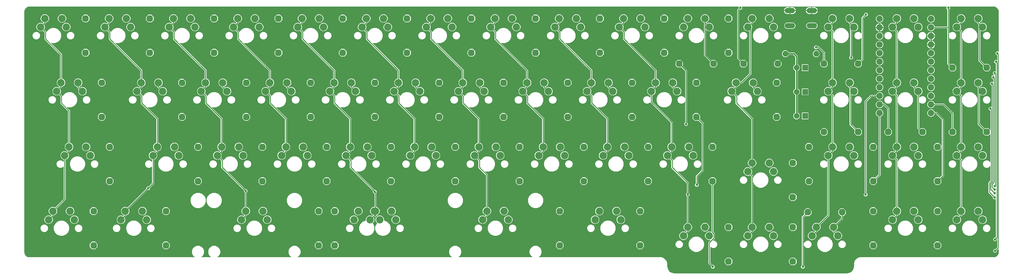
<source format=gbr>
G04 EAGLE Gerber RS-274X export*
G75*
%MOMM*%
%FSLAX34Y34*%
%LPD*%
%INTop Copper*%
%IPPOS*%
%AMOC8*
5,1,8,0,0,1.08239X$1,22.5*%
G01*
%ADD10C,1.879600*%
%ADD11C,1.508000*%
%ADD12C,2.184400*%
%ADD13P,2.089446X8X112.500000*%
%ADD14P,2.089446X8X22.500000*%
%ADD15C,1.676400*%
%ADD16R,1.676400X1.676400*%
%ADD17P,1.814519X8X202.500000*%
%ADD18C,0.254000*%
%ADD19C,0.756400*%
%ADD20C,0.406400*%
%ADD21C,0.152400*%

G36*
X2542006Y-133742D02*
X2542006Y-133742D01*
X2542034Y-133744D01*
X2545163Y-133498D01*
X2545212Y-133485D01*
X2545309Y-133469D01*
X2551261Y-131535D01*
X2551266Y-131532D01*
X2551272Y-131531D01*
X2551438Y-131445D01*
X2556501Y-127766D01*
X2556505Y-127762D01*
X2556510Y-127760D01*
X2556641Y-127626D01*
X2560320Y-122563D01*
X2560322Y-122558D01*
X2560326Y-122554D01*
X2560410Y-122386D01*
X2562344Y-116434D01*
X2562351Y-116384D01*
X2562373Y-116288D01*
X2562619Y-113159D01*
X2562617Y-113137D01*
X2562621Y-113109D01*
X2562621Y-102972D01*
X2565824Y-95241D01*
X2571741Y-89324D01*
X2579472Y-86121D01*
X2976563Y-86121D01*
X2976589Y-86116D01*
X2976625Y-86118D01*
X2979366Y-85848D01*
X2979372Y-85846D01*
X2979546Y-85803D01*
X2984611Y-83705D01*
X2984636Y-83689D01*
X2984666Y-83679D01*
X2984761Y-83609D01*
X2984799Y-83584D01*
X2984806Y-83575D01*
X2984816Y-83568D01*
X2988693Y-79691D01*
X2988710Y-79666D01*
X2988734Y-79646D01*
X2988795Y-79545D01*
X2988821Y-79507D01*
X2988823Y-79497D01*
X2988830Y-79486D01*
X2990928Y-74421D01*
X2990929Y-74415D01*
X2990973Y-74241D01*
X2991243Y-71500D01*
X2991241Y-71473D01*
X2991246Y-71438D01*
X2991246Y-61702D01*
X2991230Y-61615D01*
X2991221Y-61526D01*
X2991211Y-61505D01*
X2991206Y-61481D01*
X2991161Y-61405D01*
X2991122Y-61325D01*
X2991104Y-61309D01*
X2991092Y-61288D01*
X2991023Y-61232D01*
X2990958Y-61171D01*
X2990937Y-61162D01*
X2990918Y-61147D01*
X2990834Y-61118D01*
X2990752Y-61084D01*
X2990728Y-61083D01*
X2990706Y-61075D01*
X2990617Y-61078D01*
X2990528Y-61074D01*
X2990505Y-61081D01*
X2990481Y-61082D01*
X2990399Y-61115D01*
X2990314Y-61142D01*
X2990293Y-61158D01*
X2990273Y-61166D01*
X2990236Y-61200D01*
X2990163Y-61254D01*
X2985957Y-65460D01*
X2985933Y-65495D01*
X2985902Y-65523D01*
X2985870Y-65586D01*
X2985829Y-65644D01*
X2985819Y-65685D01*
X2985799Y-65723D01*
X2985786Y-65813D01*
X2985773Y-65861D01*
X2985776Y-65882D01*
X2985772Y-65908D01*
X2985772Y-69198D01*
X2982663Y-72307D01*
X2978267Y-72307D01*
X2975158Y-69198D01*
X2975158Y-64802D01*
X2978267Y-61693D01*
X2981557Y-61693D01*
X2981598Y-61686D01*
X2981641Y-61688D01*
X2981708Y-61666D01*
X2981777Y-61654D01*
X2981814Y-61632D01*
X2981854Y-61619D01*
X2981927Y-61565D01*
X2981971Y-61539D01*
X2981984Y-61523D01*
X2982005Y-61507D01*
X2986996Y-56516D01*
X2987021Y-56481D01*
X2987052Y-56453D01*
X2987084Y-56390D01*
X2987124Y-56332D01*
X2987135Y-56291D01*
X2987154Y-56253D01*
X2987168Y-56163D01*
X2987180Y-56115D01*
X2987178Y-56094D01*
X2987182Y-56068D01*
X2987182Y-31702D01*
X2987166Y-31615D01*
X2987157Y-31526D01*
X2987147Y-31505D01*
X2987142Y-31481D01*
X2987097Y-31405D01*
X2987058Y-31325D01*
X2987040Y-31309D01*
X2987028Y-31288D01*
X2986959Y-31232D01*
X2986894Y-31171D01*
X2986873Y-31162D01*
X2986854Y-31147D01*
X2986770Y-31118D01*
X2986688Y-31084D01*
X2986664Y-31083D01*
X2986642Y-31075D01*
X2986553Y-31078D01*
X2986464Y-31074D01*
X2986441Y-31081D01*
X2986417Y-31082D01*
X2986335Y-31115D01*
X2986250Y-31142D01*
X2986229Y-31158D01*
X2986209Y-31166D01*
X2986172Y-31200D01*
X2986099Y-31254D01*
X2985893Y-31460D01*
X2985869Y-31495D01*
X2985838Y-31523D01*
X2985806Y-31586D01*
X2985765Y-31644D01*
X2985755Y-31685D01*
X2985735Y-31723D01*
X2985722Y-31813D01*
X2985709Y-31861D01*
X2985712Y-31882D01*
X2985708Y-31908D01*
X2985708Y-35198D01*
X2982599Y-38307D01*
X2978203Y-38307D01*
X2975094Y-35198D01*
X2975094Y-30802D01*
X2978203Y-27693D01*
X2981493Y-27693D01*
X2981534Y-27686D01*
X2981577Y-27688D01*
X2981644Y-27666D01*
X2981713Y-27654D01*
X2981750Y-27632D01*
X2981790Y-27619D01*
X2981863Y-27565D01*
X2981907Y-27539D01*
X2981920Y-27523D01*
X2981941Y-27507D01*
X2982932Y-26516D01*
X2982957Y-26481D01*
X2982988Y-26453D01*
X2983020Y-26390D01*
X2983060Y-26332D01*
X2983071Y-26291D01*
X2983090Y-26253D01*
X2983104Y-26163D01*
X2983116Y-26115D01*
X2983114Y-26094D01*
X2983118Y-26068D01*
X2983118Y85745D01*
X2983105Y85818D01*
X2983105Y85835D01*
X2983101Y85843D01*
X2983093Y85921D01*
X2983083Y85943D01*
X2983078Y85966D01*
X2983033Y86043D01*
X2982994Y86123D01*
X2982976Y86139D01*
X2982964Y86159D01*
X2982895Y86215D01*
X2982830Y86276D01*
X2982809Y86286D01*
X2982790Y86301D01*
X2982706Y86329D01*
X2982624Y86364D01*
X2982600Y86365D01*
X2982578Y86372D01*
X2982489Y86370D01*
X2982400Y86374D01*
X2982377Y86367D01*
X2982353Y86366D01*
X2982271Y86332D01*
X2982186Y86305D01*
X2982165Y86289D01*
X2982145Y86282D01*
X2982108Y86248D01*
X2982035Y86194D01*
X2981535Y85693D01*
X2977139Y85693D01*
X2974030Y88802D01*
X2974030Y92092D01*
X2974023Y92133D01*
X2974025Y92176D01*
X2974003Y92243D01*
X2973990Y92313D01*
X2973969Y92349D01*
X2973956Y92389D01*
X2973902Y92462D01*
X2973876Y92506D01*
X2973860Y92519D01*
X2973844Y92540D01*
X2961077Y105307D01*
X2961077Y135524D01*
X2962900Y137347D01*
X2966676Y141123D01*
X2966701Y141158D01*
X2966732Y141187D01*
X2966764Y141250D01*
X2966804Y141308D01*
X2966815Y141349D01*
X2966834Y141387D01*
X2966848Y141476D01*
X2966860Y141525D01*
X2966858Y141546D01*
X2966862Y141572D01*
X2966862Y184865D01*
X2966844Y184964D01*
X2966830Y185064D01*
X2966825Y185074D01*
X2966822Y185086D01*
X2966771Y185172D01*
X2966723Y185261D01*
X2966714Y185269D01*
X2966708Y185279D01*
X2966630Y185342D01*
X2966555Y185409D01*
X2966543Y185413D01*
X2966534Y185421D01*
X2966439Y185453D01*
X2966345Y185489D01*
X2966333Y185489D01*
X2966322Y185492D01*
X2966221Y185490D01*
X2966120Y185490D01*
X2966109Y185486D01*
X2966097Y185486D01*
X2966005Y185448D01*
X2965910Y185414D01*
X2965900Y185406D01*
X2965889Y185402D01*
X2965815Y185334D01*
X2965738Y185269D01*
X2965732Y185257D01*
X2965724Y185250D01*
X2965703Y185209D01*
X2965642Y185108D01*
X2965285Y184246D01*
X2962179Y181140D01*
X2958121Y179459D01*
X2953729Y179459D01*
X2949671Y181140D01*
X2946565Y184246D01*
X2944884Y188304D01*
X2944884Y192696D01*
X2946565Y196754D01*
X2949671Y199860D01*
X2953729Y201541D01*
X2958121Y201541D01*
X2962179Y199860D01*
X2965285Y196754D01*
X2965642Y195892D01*
X2965696Y195807D01*
X2965747Y195721D01*
X2965757Y195713D01*
X2965763Y195703D01*
X2965844Y195643D01*
X2965922Y195579D01*
X2965933Y195576D01*
X2965942Y195568D01*
X2966039Y195540D01*
X2966134Y195508D01*
X2966146Y195508D01*
X2966157Y195504D01*
X2966258Y195511D01*
X2966358Y195514D01*
X2966369Y195519D01*
X2966381Y195519D01*
X2966473Y195561D01*
X2966566Y195598D01*
X2966575Y195606D01*
X2966586Y195611D01*
X2966658Y195682D01*
X2966732Y195750D01*
X2966737Y195760D01*
X2966746Y195769D01*
X2966788Y195860D01*
X2966834Y195949D01*
X2966836Y195962D01*
X2966841Y195972D01*
X2966845Y196017D01*
X2966862Y196135D01*
X2966862Y279350D01*
X2966846Y279437D01*
X2966837Y279526D01*
X2966827Y279547D01*
X2966822Y279571D01*
X2966777Y279647D01*
X2966738Y279727D01*
X2966720Y279743D01*
X2966708Y279764D01*
X2966639Y279820D01*
X2966574Y279881D01*
X2966553Y279890D01*
X2966534Y279905D01*
X2966450Y279934D01*
X2966368Y279968D01*
X2966344Y279969D01*
X2966322Y279977D01*
X2966233Y279974D01*
X2966144Y279978D01*
X2966121Y279971D01*
X2966097Y279970D01*
X2966015Y279937D01*
X2965930Y279910D01*
X2965909Y279894D01*
X2965889Y279886D01*
X2965852Y279852D01*
X2965779Y279798D01*
X2960555Y274573D01*
X2951295Y274573D01*
X2944748Y281120D01*
X2944748Y290380D01*
X2945597Y291228D01*
X2945635Y291283D01*
X2945680Y291330D01*
X2945698Y291374D01*
X2945725Y291413D01*
X2945742Y291476D01*
X2945767Y291537D01*
X2945769Y291584D01*
X2945781Y291630D01*
X2945774Y291695D01*
X2945777Y291761D01*
X2945763Y291806D01*
X2945758Y291853D01*
X2945729Y291912D01*
X2945709Y291975D01*
X2945676Y292019D01*
X2945659Y292054D01*
X2945630Y292081D01*
X2945597Y292125D01*
X2929518Y308205D01*
X2929518Y415892D01*
X2929510Y415934D01*
X2929512Y415976D01*
X2929491Y416044D01*
X2929478Y416113D01*
X2929457Y416150D01*
X2929444Y416190D01*
X2929390Y416263D01*
X2929364Y416306D01*
X2929348Y416319D01*
X2929332Y416341D01*
X2927730Y417942D01*
X2927730Y419062D01*
X2927721Y419115D01*
X2927721Y419169D01*
X2927701Y419224D01*
X2927691Y419282D01*
X2927663Y419329D01*
X2927645Y419380D01*
X2927606Y419425D01*
X2927576Y419476D01*
X2927534Y419510D01*
X2927499Y419551D01*
X2927438Y419588D01*
X2927402Y419617D01*
X2927373Y419627D01*
X2927339Y419648D01*
X2923474Y421248D01*
X2919973Y424749D01*
X2918078Y429324D01*
X2918078Y434276D01*
X2919973Y438851D01*
X2923474Y442352D01*
X2928049Y444247D01*
X2933001Y444247D01*
X2937576Y442352D01*
X2941077Y438851D01*
X2942972Y434276D01*
X2942972Y429324D01*
X2941077Y424749D01*
X2937576Y421248D01*
X2934743Y420075D01*
X2934677Y420033D01*
X2934608Y419999D01*
X2934584Y419973D01*
X2934554Y419954D01*
X2934507Y419892D01*
X2934454Y419835D01*
X2934440Y419803D01*
X2934419Y419774D01*
X2934397Y419700D01*
X2934367Y419629D01*
X2934365Y419593D01*
X2934355Y419559D01*
X2934360Y419482D01*
X2934357Y419405D01*
X2934368Y419371D01*
X2934370Y419335D01*
X2934402Y419265D01*
X2934425Y419191D01*
X2934449Y419159D01*
X2934462Y419131D01*
X2934495Y419098D01*
X2934537Y419040D01*
X2935293Y418284D01*
X2936194Y417384D01*
X2936238Y417353D01*
X2936276Y417314D01*
X2936330Y417289D01*
X2936378Y417256D01*
X2936430Y417242D01*
X2936479Y417219D01*
X2936538Y417214D01*
X2936595Y417200D01*
X2936649Y417205D01*
X2936703Y417201D01*
X2936772Y417218D01*
X2936818Y417223D01*
X2936846Y417236D01*
X2936885Y417246D01*
X2940749Y418847D01*
X2945701Y418847D01*
X2950276Y416952D01*
X2953777Y413451D01*
X2955672Y408876D01*
X2955672Y403924D01*
X2953777Y399349D01*
X2950276Y395848D01*
X2945701Y393953D01*
X2940749Y393953D01*
X2936158Y395855D01*
X2936117Y395883D01*
X2936048Y395940D01*
X2936025Y395947D01*
X2936006Y395961D01*
X2935920Y395983D01*
X2935835Y396012D01*
X2935812Y396011D01*
X2935789Y396017D01*
X2935700Y396008D01*
X2935611Y396005D01*
X2935589Y395996D01*
X2935565Y395994D01*
X2935485Y395954D01*
X2935403Y395921D01*
X2935386Y395905D01*
X2935364Y395894D01*
X2935303Y395829D01*
X2935237Y395769D01*
X2935227Y395748D01*
X2935210Y395731D01*
X2935176Y395649D01*
X2935135Y395570D01*
X2935131Y395544D01*
X2935123Y395524D01*
X2935121Y395474D01*
X2935107Y395384D01*
X2935107Y310783D01*
X2935115Y310741D01*
X2935113Y310699D01*
X2935134Y310631D01*
X2935147Y310562D01*
X2935168Y310525D01*
X2935181Y310485D01*
X2935235Y310412D01*
X2935261Y310369D01*
X2935277Y310356D01*
X2935293Y310334D01*
X2949550Y296078D01*
X2949604Y296040D01*
X2949651Y295995D01*
X2949695Y295977D01*
X2949734Y295950D01*
X2949797Y295933D01*
X2949858Y295908D01*
X2949905Y295906D01*
X2949951Y295894D01*
X2950016Y295901D01*
X2950082Y295898D01*
X2950127Y295912D01*
X2950174Y295917D01*
X2950233Y295946D01*
X2950296Y295966D01*
X2950340Y295999D01*
X2950375Y296016D01*
X2950402Y296045D01*
X2950447Y296078D01*
X2951295Y296927D01*
X2960555Y296927D01*
X2965779Y291702D01*
X2965852Y291651D01*
X2965922Y291595D01*
X2965944Y291587D01*
X2965964Y291574D01*
X2966050Y291552D01*
X2966134Y291523D01*
X2966158Y291524D01*
X2966181Y291518D01*
X2966269Y291527D01*
X2966358Y291530D01*
X2966380Y291539D01*
X2966404Y291541D01*
X2966484Y291581D01*
X2966566Y291614D01*
X2966584Y291630D01*
X2966605Y291640D01*
X2966666Y291705D01*
X2966732Y291765D01*
X2966743Y291787D01*
X2966759Y291804D01*
X2966794Y291886D01*
X2966834Y291965D01*
X2966838Y291991D01*
X2966847Y292010D01*
X2966849Y292061D01*
X2966862Y292150D01*
X2966862Y349059D01*
X2966850Y349124D01*
X2966849Y349190D01*
X2966831Y349233D01*
X2966822Y349280D01*
X2966789Y349337D01*
X2966764Y349397D01*
X2966732Y349432D01*
X2966708Y349473D01*
X2966657Y349515D01*
X2966613Y349563D01*
X2966571Y349585D01*
X2966534Y349614D01*
X2966472Y349635D01*
X2966413Y349666D01*
X2966359Y349674D01*
X2966322Y349686D01*
X2966282Y349685D01*
X2966228Y349693D01*
X2964947Y349693D01*
X2961838Y352802D01*
X2961838Y357198D01*
X2964947Y360307D01*
X2969343Y360307D01*
X2969843Y359806D01*
X2969917Y359755D01*
X2969986Y359699D01*
X2970008Y359692D01*
X2970028Y359678D01*
X2970114Y359656D01*
X2970198Y359628D01*
X2970222Y359628D01*
X2970245Y359622D01*
X2970333Y359632D01*
X2970422Y359634D01*
X2970444Y359643D01*
X2970468Y359646D01*
X2970548Y359685D01*
X2970630Y359718D01*
X2970648Y359734D01*
X2970669Y359745D01*
X2970730Y359810D01*
X2970796Y359870D01*
X2970807Y359891D01*
X2970823Y359908D01*
X2970858Y359990D01*
X2970898Y360069D01*
X2970902Y360096D01*
X2970911Y360115D01*
X2970913Y360165D01*
X2970926Y360255D01*
X2970926Y423059D01*
X2970914Y423124D01*
X2970913Y423190D01*
X2970895Y423233D01*
X2970886Y423280D01*
X2970853Y423337D01*
X2970828Y423397D01*
X2970796Y423432D01*
X2970772Y423473D01*
X2970721Y423515D01*
X2970677Y423563D01*
X2970635Y423585D01*
X2970598Y423614D01*
X2970536Y423635D01*
X2970477Y423666D01*
X2970423Y423674D01*
X2970386Y423686D01*
X2970346Y423685D01*
X2970292Y423693D01*
X2969011Y423693D01*
X2965902Y426802D01*
X2965902Y431198D01*
X2969011Y434307D01*
X2973407Y434307D01*
X2973907Y433806D01*
X2973981Y433755D01*
X2974050Y433699D01*
X2974072Y433692D01*
X2974092Y433678D01*
X2974178Y433656D01*
X2974262Y433628D01*
X2974286Y433628D01*
X2974309Y433622D01*
X2974397Y433632D01*
X2974486Y433634D01*
X2974508Y433643D01*
X2974532Y433646D01*
X2974612Y433685D01*
X2974694Y433718D01*
X2974712Y433734D01*
X2974733Y433745D01*
X2974794Y433810D01*
X2974860Y433870D01*
X2974871Y433891D01*
X2974887Y433908D01*
X2974922Y433990D01*
X2974962Y434069D01*
X2974966Y434096D01*
X2974975Y434115D01*
X2974977Y434165D01*
X2974990Y434255D01*
X2974990Y442059D01*
X2974978Y442124D01*
X2974977Y442190D01*
X2974959Y442233D01*
X2974950Y442280D01*
X2974917Y442337D01*
X2974892Y442397D01*
X2974860Y442432D01*
X2974836Y442473D01*
X2974785Y442515D01*
X2974741Y442563D01*
X2974699Y442585D01*
X2974662Y442614D01*
X2974600Y442635D01*
X2974541Y442666D01*
X2974487Y442674D01*
X2974450Y442686D01*
X2974410Y442685D01*
X2974356Y442693D01*
X2973075Y442693D01*
X2969966Y445802D01*
X2969966Y450198D01*
X2973075Y453307D01*
X2977471Y453307D01*
X2977971Y452806D01*
X2978045Y452755D01*
X2978114Y452699D01*
X2978136Y452692D01*
X2978156Y452678D01*
X2978242Y452656D01*
X2978326Y452628D01*
X2978350Y452628D01*
X2978373Y452622D01*
X2978461Y452632D01*
X2978550Y452634D01*
X2978572Y452643D01*
X2978596Y452646D01*
X2978676Y452685D01*
X2978758Y452718D01*
X2978776Y452734D01*
X2978797Y452745D01*
X2978858Y452810D01*
X2978924Y452870D01*
X2978935Y452891D01*
X2978951Y452908D01*
X2978986Y452990D01*
X2979026Y453069D01*
X2979030Y453096D01*
X2979039Y453115D01*
X2979041Y453165D01*
X2979054Y453255D01*
X2979054Y454059D01*
X2979042Y454124D01*
X2979041Y454190D01*
X2979023Y454233D01*
X2979014Y454280D01*
X2978981Y454337D01*
X2978956Y454397D01*
X2978924Y454432D01*
X2978900Y454473D01*
X2978849Y454515D01*
X2978805Y454563D01*
X2978763Y454585D01*
X2978726Y454614D01*
X2978664Y454635D01*
X2978605Y454666D01*
X2978551Y454674D01*
X2978514Y454686D01*
X2978474Y454685D01*
X2978420Y454693D01*
X2977139Y454693D01*
X2974030Y457802D01*
X2974030Y462198D01*
X2977139Y465307D01*
X2981535Y465307D01*
X2982035Y464806D01*
X2982109Y464755D01*
X2982178Y464699D01*
X2982200Y464692D01*
X2982220Y464678D01*
X2982306Y464656D01*
X2982390Y464628D01*
X2982414Y464628D01*
X2982437Y464622D01*
X2982525Y464632D01*
X2982614Y464634D01*
X2982636Y464643D01*
X2982660Y464646D01*
X2982740Y464685D01*
X2982822Y464718D01*
X2982840Y464734D01*
X2982861Y464745D01*
X2982922Y464810D01*
X2982988Y464870D01*
X2982999Y464891D01*
X2983015Y464908D01*
X2983050Y464990D01*
X2983090Y465069D01*
X2983094Y465096D01*
X2983103Y465115D01*
X2983105Y465165D01*
X2983118Y465255D01*
X2983118Y488059D01*
X2983106Y488124D01*
X2983105Y488190D01*
X2983087Y488233D01*
X2983078Y488280D01*
X2983045Y488337D01*
X2983020Y488397D01*
X2982988Y488432D01*
X2982964Y488473D01*
X2982913Y488515D01*
X2982869Y488563D01*
X2982827Y488585D01*
X2982790Y488614D01*
X2982728Y488635D01*
X2982669Y488666D01*
X2982615Y488674D01*
X2982578Y488686D01*
X2982538Y488685D01*
X2982484Y488693D01*
X2981203Y488693D01*
X2978094Y491802D01*
X2978094Y496198D01*
X2981203Y499307D01*
X2985599Y499307D01*
X2986099Y498806D01*
X2986173Y498755D01*
X2986242Y498699D01*
X2986264Y498692D01*
X2986284Y498678D01*
X2986370Y498656D01*
X2986454Y498628D01*
X2986478Y498628D01*
X2986501Y498622D01*
X2986589Y498632D01*
X2986678Y498634D01*
X2986700Y498643D01*
X2986724Y498646D01*
X2986804Y498685D01*
X2986886Y498718D01*
X2986904Y498734D01*
X2986925Y498745D01*
X2986986Y498810D01*
X2987052Y498870D01*
X2987063Y498891D01*
X2987079Y498908D01*
X2987114Y498990D01*
X2987154Y499069D01*
X2987158Y499096D01*
X2987167Y499115D01*
X2987169Y499165D01*
X2987182Y499255D01*
X2987182Y513059D01*
X2987170Y513124D01*
X2987169Y513190D01*
X2987151Y513233D01*
X2987142Y513280D01*
X2987109Y513337D01*
X2987084Y513397D01*
X2987052Y513432D01*
X2987028Y513473D01*
X2986977Y513515D01*
X2986933Y513563D01*
X2986891Y513585D01*
X2986854Y513614D01*
X2986792Y513635D01*
X2986733Y513666D01*
X2986679Y513674D01*
X2986642Y513686D01*
X2986602Y513685D01*
X2986548Y513693D01*
X2985267Y513693D01*
X2982158Y516802D01*
X2982158Y521198D01*
X2985267Y524307D01*
X2989663Y524307D01*
X2990163Y523806D01*
X2990237Y523755D01*
X2990306Y523699D01*
X2990328Y523692D01*
X2990348Y523678D01*
X2990434Y523656D01*
X2990518Y523628D01*
X2990542Y523628D01*
X2990565Y523622D01*
X2990653Y523632D01*
X2990742Y523634D01*
X2990764Y523643D01*
X2990788Y523646D01*
X2990868Y523685D01*
X2990950Y523718D01*
X2990968Y523734D01*
X2990989Y523745D01*
X2991050Y523810D01*
X2991116Y523870D01*
X2991127Y523891D01*
X2991143Y523908D01*
X2991178Y523990D01*
X2991218Y524069D01*
X2991222Y524096D01*
X2991231Y524115D01*
X2991233Y524165D01*
X2991246Y524255D01*
X2991246Y642938D01*
X2991241Y642964D01*
X2991243Y643000D01*
X2990973Y645741D01*
X2990971Y645747D01*
X2990928Y645921D01*
X2988830Y650986D01*
X2988814Y651011D01*
X2988804Y651041D01*
X2988734Y651136D01*
X2988709Y651174D01*
X2988700Y651181D01*
X2988693Y651191D01*
X2984816Y655068D01*
X2984791Y655085D01*
X2984771Y655109D01*
X2984735Y655130D01*
X2984735Y655131D01*
X2984733Y655132D01*
X2984670Y655170D01*
X2984632Y655196D01*
X2984622Y655198D01*
X2984611Y655205D01*
X2979546Y657303D01*
X2979540Y657304D01*
X2979366Y657348D01*
X2976625Y657618D01*
X2976598Y657616D01*
X2976563Y657621D01*
X2847255Y657621D01*
X2847167Y657605D01*
X2847079Y657596D01*
X2847057Y657586D01*
X2847034Y657581D01*
X2846957Y657536D01*
X2846877Y657497D01*
X2846861Y657479D01*
X2846841Y657467D01*
X2846785Y657398D01*
X2846724Y657333D01*
X2846714Y657312D01*
X2846699Y657293D01*
X2846671Y657209D01*
X2846636Y657127D01*
X2846635Y657103D01*
X2846628Y657081D01*
X2846630Y656992D01*
X2846626Y656903D01*
X2846633Y656880D01*
X2846634Y656856D01*
X2846668Y656774D01*
X2846695Y656689D01*
X2846711Y656668D01*
X2846718Y656648D01*
X2846752Y656611D01*
X2846806Y656538D01*
X2847307Y656038D01*
X2847307Y651642D01*
X2844981Y649315D01*
X2844956Y649281D01*
X2844925Y649252D01*
X2844893Y649189D01*
X2844852Y649131D01*
X2844842Y649090D01*
X2844822Y649052D01*
X2844809Y648963D01*
X2844796Y648914D01*
X2844799Y648893D01*
X2844795Y648867D01*
X2844795Y579115D01*
X2844808Y579043D01*
X2844808Y579020D01*
X2844812Y579011D01*
X2844820Y578939D01*
X2844830Y578917D01*
X2844834Y578894D01*
X2844880Y578817D01*
X2844919Y578738D01*
X2844936Y578721D01*
X2844949Y578701D01*
X2845018Y578645D01*
X2845082Y578584D01*
X2845104Y578574D01*
X2845123Y578559D01*
X2845207Y578531D01*
X2845289Y578496D01*
X2845313Y578495D01*
X2845335Y578488D01*
X2845424Y578490D01*
X2845513Y578486D01*
X2845536Y578494D01*
X2845560Y578494D01*
X2845642Y578528D01*
X2845727Y578555D01*
X2845748Y578571D01*
X2845767Y578579D01*
X2845805Y578613D01*
X2845877Y578666D01*
X2848071Y580860D01*
X2852129Y582541D01*
X2856521Y582541D01*
X2860579Y580860D01*
X2863685Y577754D01*
X2865366Y573696D01*
X2865366Y569304D01*
X2863685Y565246D01*
X2860579Y562140D01*
X2856521Y560459D01*
X2852129Y560459D01*
X2848071Y562140D01*
X2845877Y564334D01*
X2845804Y564384D01*
X2845735Y564441D01*
X2845713Y564448D01*
X2845693Y564462D01*
X2845607Y564484D01*
X2845523Y564512D01*
X2845499Y564512D01*
X2845476Y564518D01*
X2845387Y564508D01*
X2845298Y564506D01*
X2845276Y564497D01*
X2845253Y564494D01*
X2845173Y564455D01*
X2845091Y564421D01*
X2845073Y564405D01*
X2845052Y564395D01*
X2844991Y564330D01*
X2844925Y564270D01*
X2844914Y564249D01*
X2844898Y564232D01*
X2844863Y564150D01*
X2844822Y564070D01*
X2844819Y564044D01*
X2844810Y564025D01*
X2844808Y563975D01*
X2844795Y563885D01*
X2844795Y489995D01*
X2844802Y489954D01*
X2844800Y489911D01*
X2844822Y489844D01*
X2844834Y489774D01*
X2844856Y489738D01*
X2844869Y489698D01*
X2844923Y489625D01*
X2844949Y489581D01*
X2844965Y489568D01*
X2844980Y489547D01*
X2847950Y486578D01*
X2848004Y486540D01*
X2848051Y486495D01*
X2848095Y486477D01*
X2848134Y486450D01*
X2848197Y486433D01*
X2848258Y486408D01*
X2848305Y486406D01*
X2848351Y486394D01*
X2848416Y486401D01*
X2848482Y486398D01*
X2848527Y486412D01*
X2848574Y486417D01*
X2848633Y486446D01*
X2848696Y486466D01*
X2848740Y486499D01*
X2848775Y486516D01*
X2848802Y486545D01*
X2848846Y486578D01*
X2849695Y487427D01*
X2858955Y487427D01*
X2865502Y480880D01*
X2865502Y471620D01*
X2858955Y465073D01*
X2849695Y465073D01*
X2843148Y471620D01*
X2843148Y480880D01*
X2843997Y481729D01*
X2844035Y481782D01*
X2844080Y481830D01*
X2844098Y481874D01*
X2844125Y481913D01*
X2844142Y481976D01*
X2844167Y482037D01*
X2844169Y482084D01*
X2844181Y482130D01*
X2844174Y482195D01*
X2844177Y482261D01*
X2844163Y482306D01*
X2844158Y482353D01*
X2844129Y482412D01*
X2844109Y482475D01*
X2844076Y482519D01*
X2844059Y482554D01*
X2844030Y482581D01*
X2843997Y482625D01*
X2839205Y487417D01*
X2839205Y592280D01*
X2839194Y592345D01*
X2839192Y592411D01*
X2839174Y592455D01*
X2839166Y592501D01*
X2839132Y592558D01*
X2839107Y592619D01*
X2839076Y592654D01*
X2839051Y592694D01*
X2839000Y592736D01*
X2838956Y592784D01*
X2838914Y592806D01*
X2838877Y592836D01*
X2838815Y592857D01*
X2838756Y592887D01*
X2838702Y592895D01*
X2838665Y592908D01*
X2838625Y592907D01*
X2838571Y592915D01*
X2801914Y592915D01*
X2801861Y592905D01*
X2801806Y592905D01*
X2801751Y592885D01*
X2801693Y592875D01*
X2801646Y592847D01*
X2801595Y592829D01*
X2801551Y592791D01*
X2801500Y592761D01*
X2801466Y592719D01*
X2801424Y592684D01*
X2801388Y592623D01*
X2801358Y592587D01*
X2801349Y592558D01*
X2801328Y592523D01*
X2800085Y589522D01*
X2797012Y586450D01*
X2792998Y584787D01*
X2788652Y584787D01*
X2784638Y586450D01*
X2781565Y589522D01*
X2779902Y593537D01*
X2779902Y597882D01*
X2781565Y601897D01*
X2784638Y604969D01*
X2788652Y606632D01*
X2792998Y606632D01*
X2797012Y604969D01*
X2800085Y601897D01*
X2801328Y598896D01*
X2801357Y598850D01*
X2801377Y598800D01*
X2801417Y598756D01*
X2801449Y598707D01*
X2801492Y598674D01*
X2801529Y598634D01*
X2801581Y598607D01*
X2801628Y598572D01*
X2801680Y598557D01*
X2801728Y598532D01*
X2801799Y598521D01*
X2801843Y598508D01*
X2801874Y598510D01*
X2801914Y598504D01*
X2838571Y598504D01*
X2838636Y598516D01*
X2838702Y598518D01*
X2838745Y598535D01*
X2838792Y598544D01*
X2838849Y598577D01*
X2838909Y598602D01*
X2838944Y598634D01*
X2838985Y598658D01*
X2839027Y598709D01*
X2839075Y598753D01*
X2839097Y598795D01*
X2839126Y598832D01*
X2839147Y598894D01*
X2839178Y598953D01*
X2839186Y599007D01*
X2839198Y599045D01*
X2839197Y599084D01*
X2839205Y599138D01*
X2839205Y648867D01*
X2839198Y648909D01*
X2839200Y648951D01*
X2839178Y649018D01*
X2839166Y649088D01*
X2839144Y649124D01*
X2839131Y649165D01*
X2839077Y649238D01*
X2839051Y649281D01*
X2839035Y649294D01*
X2839019Y649315D01*
X2836693Y651642D01*
X2836693Y656038D01*
X2837194Y656538D01*
X2837245Y656612D01*
X2837301Y656681D01*
X2837308Y656703D01*
X2837322Y656723D01*
X2837344Y656809D01*
X2837372Y656893D01*
X2837372Y656917D01*
X2837378Y656940D01*
X2837368Y657028D01*
X2837366Y657117D01*
X2837357Y657139D01*
X2837354Y657163D01*
X2837315Y657243D01*
X2837282Y657325D01*
X2837266Y657343D01*
X2837255Y657364D01*
X2837190Y657425D01*
X2837130Y657491D01*
X2837109Y657502D01*
X2837092Y657518D01*
X2837010Y657553D01*
X2836931Y657593D01*
X2836904Y657597D01*
X2836885Y657606D01*
X2836835Y657608D01*
X2836745Y657621D01*
X2231255Y657621D01*
X2231167Y657605D01*
X2231079Y657596D01*
X2231057Y657586D01*
X2231034Y657581D01*
X2230957Y657536D01*
X2230877Y657497D01*
X2230861Y657479D01*
X2230841Y657467D01*
X2230785Y657398D01*
X2230724Y657333D01*
X2230714Y657312D01*
X2230699Y657293D01*
X2230671Y657209D01*
X2230636Y657127D01*
X2230635Y657103D01*
X2230628Y657081D01*
X2230630Y656992D01*
X2230626Y656903D01*
X2230633Y656880D01*
X2230634Y656856D01*
X2230668Y656774D01*
X2230695Y656689D01*
X2230711Y656668D01*
X2230718Y656648D01*
X2230752Y656611D01*
X2230806Y656538D01*
X2231307Y656038D01*
X2231307Y651642D01*
X2228198Y648533D01*
X2224908Y648533D01*
X2224867Y648526D01*
X2224824Y648528D01*
X2224757Y648506D01*
X2224687Y648493D01*
X2224651Y648472D01*
X2224611Y648459D01*
X2224538Y648405D01*
X2224494Y648379D01*
X2224481Y648363D01*
X2224460Y648347D01*
X2221981Y645868D01*
X2221956Y645833D01*
X2221925Y645805D01*
X2221893Y645742D01*
X2221852Y645684D01*
X2221842Y645643D01*
X2221822Y645605D01*
X2221809Y645515D01*
X2221796Y645467D01*
X2221799Y645446D01*
X2221795Y645420D01*
X2221795Y505777D01*
X2221802Y505735D01*
X2221800Y505692D01*
X2221822Y505625D01*
X2221834Y505556D01*
X2221856Y505519D01*
X2221869Y505479D01*
X2221923Y505406D01*
X2221949Y505363D01*
X2221965Y505349D01*
X2221981Y505328D01*
X2228825Y498484D01*
X2228879Y498447D01*
X2228926Y498401D01*
X2228970Y498383D01*
X2229009Y498356D01*
X2229072Y498340D01*
X2229133Y498314D01*
X2229180Y498312D01*
X2229226Y498300D01*
X2229291Y498307D01*
X2229357Y498304D01*
X2229402Y498318D01*
X2229449Y498323D01*
X2229508Y498352D01*
X2229571Y498373D01*
X2229615Y498405D01*
X2229650Y498423D01*
X2229677Y498451D01*
X2229721Y498484D01*
X2230570Y499333D01*
X2239830Y499333D01*
X2246377Y492786D01*
X2246377Y483527D01*
X2239830Y476980D01*
X2230570Y476980D01*
X2224023Y483527D01*
X2224023Y492786D01*
X2224872Y493635D01*
X2224910Y493689D01*
X2224955Y493737D01*
X2224973Y493780D01*
X2225000Y493819D01*
X2225017Y493883D01*
X2225042Y493943D01*
X2225044Y493991D01*
X2225056Y494036D01*
X2225049Y494102D01*
X2225052Y494167D01*
X2225038Y494212D01*
X2225033Y494259D01*
X2225004Y494318D01*
X2224984Y494381D01*
X2224951Y494425D01*
X2224934Y494461D01*
X2224905Y494488D01*
X2224872Y494532D01*
X2218028Y501376D01*
X2216205Y503199D01*
X2216205Y647998D01*
X2220507Y652300D01*
X2220532Y652335D01*
X2220563Y652363D01*
X2220595Y652426D01*
X2220636Y652484D01*
X2220646Y652525D01*
X2220666Y652563D01*
X2220679Y652652D01*
X2220692Y652701D01*
X2220689Y652722D01*
X2220693Y652748D01*
X2220693Y656038D01*
X2221194Y656538D01*
X2221245Y656612D01*
X2221301Y656681D01*
X2221308Y656703D01*
X2221322Y656723D01*
X2221344Y656809D01*
X2221372Y656893D01*
X2221372Y656917D01*
X2221378Y656940D01*
X2221368Y657028D01*
X2221366Y657117D01*
X2221357Y657139D01*
X2221354Y657163D01*
X2221315Y657243D01*
X2221282Y657325D01*
X2221266Y657343D01*
X2221255Y657364D01*
X2221190Y657425D01*
X2221130Y657491D01*
X2221109Y657502D01*
X2221092Y657518D01*
X2221010Y657553D01*
X2220931Y657593D01*
X2220904Y657597D01*
X2220885Y657606D01*
X2220835Y657608D01*
X2220745Y657621D01*
X119062Y657621D01*
X119036Y657616D01*
X119000Y657618D01*
X116259Y657348D01*
X116253Y657346D01*
X116079Y657303D01*
X111014Y655205D01*
X110989Y655189D01*
X110959Y655179D01*
X110865Y655110D01*
X110861Y655107D01*
X110861Y655106D01*
X110826Y655084D01*
X110819Y655075D01*
X110809Y655068D01*
X106932Y651191D01*
X106915Y651166D01*
X106891Y651146D01*
X106830Y651045D01*
X106804Y651007D01*
X106802Y650997D01*
X106795Y650986D01*
X104698Y645922D01*
X104697Y645921D01*
X104696Y645916D01*
X104652Y645741D01*
X104382Y643000D01*
X104384Y642973D01*
X104379Y642938D01*
X104379Y-71438D01*
X104384Y-71464D01*
X104382Y-71500D01*
X104652Y-74241D01*
X104654Y-74247D01*
X104697Y-74421D01*
X106795Y-79486D01*
X106811Y-79511D01*
X106821Y-79541D01*
X106891Y-79636D01*
X106916Y-79674D01*
X106925Y-79681D01*
X106932Y-79691D01*
X110809Y-83568D01*
X110834Y-83585D01*
X110854Y-83609D01*
X110955Y-83670D01*
X110993Y-83696D01*
X111003Y-83698D01*
X111014Y-83705D01*
X116079Y-85803D01*
X116085Y-85804D01*
X116259Y-85848D01*
X119000Y-86118D01*
X119027Y-86116D01*
X119062Y-86121D01*
X608618Y-86121D01*
X608705Y-86105D01*
X608794Y-86096D01*
X608815Y-86086D01*
X608838Y-86081D01*
X608915Y-86036D01*
X608995Y-85997D01*
X609011Y-85979D01*
X609032Y-85967D01*
X609088Y-85898D01*
X609149Y-85833D01*
X609158Y-85812D01*
X609173Y-85793D01*
X609201Y-85709D01*
X609236Y-85627D01*
X609237Y-85603D01*
X609245Y-85581D01*
X609242Y-85492D01*
X609246Y-85403D01*
X609239Y-85380D01*
X609238Y-85356D01*
X609205Y-85274D01*
X609178Y-85189D01*
X609162Y-85168D01*
X609154Y-85148D01*
X609120Y-85111D01*
X609066Y-85038D01*
X604105Y-80078D01*
X601397Y-73539D01*
X601397Y-66461D01*
X604105Y-59922D01*
X609110Y-54918D01*
X615649Y-52209D01*
X622726Y-52209D01*
X629265Y-54918D01*
X634270Y-59922D01*
X636978Y-66461D01*
X636978Y-73539D01*
X634270Y-80078D01*
X629309Y-85038D01*
X629258Y-85111D01*
X629202Y-85181D01*
X629194Y-85203D01*
X629181Y-85223D01*
X629159Y-85309D01*
X629130Y-85393D01*
X629131Y-85417D01*
X629125Y-85440D01*
X629134Y-85528D01*
X629137Y-85617D01*
X629146Y-85639D01*
X629148Y-85663D01*
X629188Y-85743D01*
X629221Y-85825D01*
X629237Y-85843D01*
X629248Y-85864D01*
X629312Y-85925D01*
X629372Y-85991D01*
X629394Y-86002D01*
X629411Y-86018D01*
X629493Y-86053D01*
X629572Y-86093D01*
X629598Y-86097D01*
X629618Y-86106D01*
X629668Y-86108D01*
X629757Y-86121D01*
X656243Y-86121D01*
X656330Y-86105D01*
X656419Y-86096D01*
X656440Y-86086D01*
X656463Y-86081D01*
X656540Y-86036D01*
X656620Y-85997D01*
X656636Y-85979D01*
X656657Y-85967D01*
X656713Y-85898D01*
X656774Y-85833D01*
X656783Y-85812D01*
X656798Y-85793D01*
X656826Y-85709D01*
X656861Y-85627D01*
X656862Y-85603D01*
X656870Y-85581D01*
X656867Y-85492D01*
X656871Y-85403D01*
X656864Y-85380D01*
X656863Y-85356D01*
X656830Y-85274D01*
X656803Y-85189D01*
X656787Y-85168D01*
X656779Y-85148D01*
X656745Y-85111D01*
X656691Y-85038D01*
X651730Y-80078D01*
X649022Y-73539D01*
X649022Y-66461D01*
X651730Y-59922D01*
X656735Y-54918D01*
X663274Y-52209D01*
X670351Y-52209D01*
X676890Y-54918D01*
X681895Y-59922D01*
X684603Y-66461D01*
X684603Y-73539D01*
X681895Y-80078D01*
X676934Y-85038D01*
X676883Y-85111D01*
X676827Y-85181D01*
X676819Y-85203D01*
X676806Y-85223D01*
X676784Y-85309D01*
X676755Y-85393D01*
X676756Y-85417D01*
X676750Y-85440D01*
X676759Y-85528D01*
X676762Y-85617D01*
X676771Y-85639D01*
X676773Y-85663D01*
X676813Y-85743D01*
X676846Y-85825D01*
X676862Y-85843D01*
X676873Y-85864D01*
X676937Y-85925D01*
X676997Y-85991D01*
X677019Y-86002D01*
X677036Y-86018D01*
X677118Y-86053D01*
X677197Y-86093D01*
X677223Y-86097D01*
X677243Y-86106D01*
X677293Y-86108D01*
X677382Y-86121D01*
X894243Y-86121D01*
X894330Y-86105D01*
X894419Y-86096D01*
X894440Y-86086D01*
X894463Y-86081D01*
X894540Y-86036D01*
X894620Y-85997D01*
X894636Y-85979D01*
X894657Y-85967D01*
X894713Y-85898D01*
X894774Y-85833D01*
X894783Y-85812D01*
X894798Y-85793D01*
X894826Y-85709D01*
X894861Y-85627D01*
X894862Y-85603D01*
X894870Y-85581D01*
X894867Y-85492D01*
X894871Y-85403D01*
X894864Y-85380D01*
X894863Y-85356D01*
X894830Y-85274D01*
X894803Y-85189D01*
X894787Y-85168D01*
X894779Y-85148D01*
X894745Y-85111D01*
X894691Y-85038D01*
X889730Y-80078D01*
X887022Y-73539D01*
X887022Y-66461D01*
X889730Y-59922D01*
X894735Y-54918D01*
X901274Y-52209D01*
X908351Y-52209D01*
X914890Y-54918D01*
X919895Y-59922D01*
X922603Y-66461D01*
X922603Y-73539D01*
X919895Y-80078D01*
X914934Y-85038D01*
X914883Y-85111D01*
X914827Y-85181D01*
X914819Y-85203D01*
X914806Y-85223D01*
X914784Y-85309D01*
X914755Y-85393D01*
X914756Y-85417D01*
X914750Y-85440D01*
X914759Y-85528D01*
X914762Y-85617D01*
X914771Y-85639D01*
X914773Y-85663D01*
X914813Y-85743D01*
X914846Y-85825D01*
X914862Y-85843D01*
X914873Y-85864D01*
X914937Y-85925D01*
X914997Y-85991D01*
X915019Y-86002D01*
X915036Y-86018D01*
X915118Y-86053D01*
X915197Y-86093D01*
X915223Y-86097D01*
X915243Y-86106D01*
X915293Y-86108D01*
X915382Y-86121D01*
X1370618Y-86121D01*
X1370705Y-86105D01*
X1370794Y-86096D01*
X1370815Y-86086D01*
X1370838Y-86081D01*
X1370915Y-86036D01*
X1370995Y-85997D01*
X1371011Y-85979D01*
X1371032Y-85967D01*
X1371088Y-85898D01*
X1371149Y-85833D01*
X1371158Y-85812D01*
X1371173Y-85793D01*
X1371201Y-85709D01*
X1371236Y-85627D01*
X1371237Y-85603D01*
X1371245Y-85581D01*
X1371242Y-85492D01*
X1371246Y-85403D01*
X1371239Y-85380D01*
X1371238Y-85356D01*
X1371205Y-85274D01*
X1371178Y-85189D01*
X1371162Y-85168D01*
X1371154Y-85148D01*
X1371120Y-85111D01*
X1371066Y-85038D01*
X1366105Y-80078D01*
X1363397Y-73539D01*
X1363397Y-66461D01*
X1366105Y-59922D01*
X1371110Y-54918D01*
X1377649Y-52209D01*
X1384726Y-52209D01*
X1391265Y-54918D01*
X1396270Y-59922D01*
X1398978Y-66461D01*
X1398978Y-73539D01*
X1396270Y-80078D01*
X1391309Y-85038D01*
X1391258Y-85111D01*
X1391202Y-85181D01*
X1391194Y-85203D01*
X1391181Y-85223D01*
X1391159Y-85309D01*
X1391130Y-85393D01*
X1391131Y-85417D01*
X1391125Y-85440D01*
X1391134Y-85528D01*
X1391137Y-85617D01*
X1391146Y-85639D01*
X1391148Y-85663D01*
X1391188Y-85743D01*
X1391221Y-85825D01*
X1391237Y-85843D01*
X1391248Y-85864D01*
X1391312Y-85925D01*
X1391372Y-85991D01*
X1391394Y-86002D01*
X1391411Y-86018D01*
X1391493Y-86053D01*
X1391572Y-86093D01*
X1391598Y-86097D01*
X1391618Y-86106D01*
X1391668Y-86108D01*
X1391757Y-86121D01*
X1608618Y-86121D01*
X1608705Y-86105D01*
X1608794Y-86096D01*
X1608815Y-86086D01*
X1608838Y-86081D01*
X1608915Y-86036D01*
X1608995Y-85997D01*
X1609011Y-85979D01*
X1609032Y-85967D01*
X1609088Y-85898D01*
X1609149Y-85833D01*
X1609158Y-85812D01*
X1609173Y-85793D01*
X1609201Y-85709D01*
X1609236Y-85627D01*
X1609237Y-85603D01*
X1609245Y-85581D01*
X1609242Y-85492D01*
X1609246Y-85403D01*
X1609239Y-85380D01*
X1609238Y-85356D01*
X1609205Y-85274D01*
X1609178Y-85189D01*
X1609162Y-85168D01*
X1609154Y-85148D01*
X1609120Y-85111D01*
X1609066Y-85038D01*
X1604105Y-80078D01*
X1601397Y-73539D01*
X1601397Y-66461D01*
X1604105Y-59922D01*
X1609110Y-54918D01*
X1615649Y-52209D01*
X1622726Y-52209D01*
X1629265Y-54918D01*
X1634270Y-59922D01*
X1636978Y-66461D01*
X1636978Y-73539D01*
X1634270Y-80078D01*
X1629309Y-85038D01*
X1629258Y-85111D01*
X1629202Y-85181D01*
X1629194Y-85203D01*
X1629181Y-85223D01*
X1629159Y-85309D01*
X1629130Y-85393D01*
X1629131Y-85417D01*
X1629125Y-85440D01*
X1629134Y-85528D01*
X1629137Y-85617D01*
X1629146Y-85639D01*
X1629148Y-85663D01*
X1629188Y-85743D01*
X1629221Y-85825D01*
X1629237Y-85843D01*
X1629248Y-85864D01*
X1629312Y-85925D01*
X1629372Y-85991D01*
X1629394Y-86002D01*
X1629411Y-86018D01*
X1629493Y-86053D01*
X1629572Y-86093D01*
X1629598Y-86097D01*
X1629618Y-86106D01*
X1629668Y-86108D01*
X1629757Y-86121D01*
X1992528Y-86121D01*
X2000259Y-89324D01*
X2006176Y-95241D01*
X2009379Y-102972D01*
X2009379Y-113109D01*
X2009383Y-113131D01*
X2009381Y-113159D01*
X2009627Y-116288D01*
X2009640Y-116337D01*
X2009656Y-116434D01*
X2011590Y-122386D01*
X2011593Y-122391D01*
X2011594Y-122397D01*
X2011680Y-122563D01*
X2015359Y-127626D01*
X2015363Y-127630D01*
X2015365Y-127635D01*
X2015499Y-127766D01*
X2020562Y-131445D01*
X2020567Y-131447D01*
X2020571Y-131451D01*
X2020739Y-131535D01*
X2026691Y-133469D01*
X2026741Y-133476D01*
X2026837Y-133498D01*
X2029966Y-133744D01*
X2029988Y-133742D01*
X2030016Y-133746D01*
X2541984Y-133746D01*
X2542006Y-133742D01*
G37*
%LPC*%
G36*
X1114704Y-22541D02*
X1114704Y-22541D01*
X1106419Y-19109D01*
X1100078Y-12768D01*
X1096647Y-4484D01*
X1096647Y4484D01*
X1100078Y12768D01*
X1106419Y19109D01*
X1114704Y22541D01*
X1115632Y22541D01*
X1115696Y22552D01*
X1115762Y22554D01*
X1115806Y22572D01*
X1115852Y22580D01*
X1115909Y22614D01*
X1115970Y22639D01*
X1116005Y22670D01*
X1116046Y22695D01*
X1116087Y22746D01*
X1116136Y22790D01*
X1116157Y22832D01*
X1116187Y22869D01*
X1116208Y22931D01*
X1116238Y22990D01*
X1116246Y23044D01*
X1116259Y23081D01*
X1116258Y23121D01*
X1116266Y23175D01*
X1116266Y27876D01*
X1118161Y32451D01*
X1121662Y35952D01*
X1126237Y37847D01*
X1131188Y37847D01*
X1135053Y36246D01*
X1135105Y36235D01*
X1135155Y36213D01*
X1135214Y36211D01*
X1135272Y36198D01*
X1135325Y36206D01*
X1135379Y36203D01*
X1135436Y36221D01*
X1135494Y36230D01*
X1135541Y36256D01*
X1135593Y36272D01*
X1135650Y36314D01*
X1135691Y36337D01*
X1135711Y36360D01*
X1135744Y36384D01*
X1137401Y38040D01*
X1137445Y38104D01*
X1137496Y38162D01*
X1137508Y38195D01*
X1137529Y38225D01*
X1137548Y38300D01*
X1137575Y38372D01*
X1137576Y38407D01*
X1137585Y38442D01*
X1137577Y38519D01*
X1137577Y38596D01*
X1137565Y38630D01*
X1137561Y38665D01*
X1137527Y38734D01*
X1137501Y38807D01*
X1137478Y38834D01*
X1137462Y38866D01*
X1137406Y38919D01*
X1137355Y38978D01*
X1137321Y38999D01*
X1137299Y39020D01*
X1137256Y39038D01*
X1137195Y39075D01*
X1134362Y40248D01*
X1130861Y43749D01*
X1128966Y48324D01*
X1128966Y53276D01*
X1130861Y57851D01*
X1134362Y61352D01*
X1138937Y63247D01*
X1141159Y63247D01*
X1141223Y63258D01*
X1141289Y63260D01*
X1141333Y63278D01*
X1141379Y63286D01*
X1141436Y63320D01*
X1141497Y63345D01*
X1141532Y63376D01*
X1141573Y63401D01*
X1141614Y63452D01*
X1141663Y63496D01*
X1141684Y63538D01*
X1141714Y63575D01*
X1141735Y63637D01*
X1141765Y63696D01*
X1141773Y63750D01*
X1141786Y63787D01*
X1141785Y63827D01*
X1141793Y63881D01*
X1141793Y102355D01*
X1141781Y102420D01*
X1141779Y102486D01*
X1141761Y102529D01*
X1141753Y102576D01*
X1141720Y102633D01*
X1141695Y102693D01*
X1141663Y102728D01*
X1141639Y102769D01*
X1141588Y102811D01*
X1141543Y102859D01*
X1141501Y102881D01*
X1141465Y102910D01*
X1141403Y102931D01*
X1141344Y102962D01*
X1141289Y102970D01*
X1141252Y102982D01*
X1141213Y102981D01*
X1141159Y102989D01*
X1140403Y102989D01*
X1137295Y106098D01*
X1137295Y110693D01*
X1137287Y110735D01*
X1137289Y110777D01*
X1137267Y110844D01*
X1137255Y110914D01*
X1137233Y110950D01*
X1137220Y110991D01*
X1137166Y111064D01*
X1137141Y111107D01*
X1137124Y111120D01*
X1137109Y111141D01*
X1068770Y179480D01*
X1068770Y200190D01*
X1068763Y200231D01*
X1068765Y200274D01*
X1068743Y200341D01*
X1068731Y200411D01*
X1068709Y200447D01*
X1068696Y200487D01*
X1068642Y200560D01*
X1068616Y200604D01*
X1068600Y200617D01*
X1068584Y200638D01*
X1064306Y204916D01*
X1064262Y204947D01*
X1064224Y204986D01*
X1064170Y205011D01*
X1064122Y205044D01*
X1064070Y205058D01*
X1064021Y205081D01*
X1063962Y205086D01*
X1063905Y205100D01*
X1063851Y205095D01*
X1063797Y205099D01*
X1063728Y205082D01*
X1063682Y205077D01*
X1063654Y205064D01*
X1063615Y205054D01*
X1059751Y203453D01*
X1054799Y203453D01*
X1050224Y205348D01*
X1046723Y208849D01*
X1044828Y213424D01*
X1044828Y218376D01*
X1046723Y222951D01*
X1050224Y226452D01*
X1054799Y228347D01*
X1059751Y228347D01*
X1063615Y226746D01*
X1063668Y226735D01*
X1063718Y226713D01*
X1063777Y226711D01*
X1063834Y226698D01*
X1063888Y226706D01*
X1063942Y226703D01*
X1063998Y226721D01*
X1064056Y226730D01*
X1064104Y226756D01*
X1064156Y226772D01*
X1064213Y226814D01*
X1064254Y226837D01*
X1064274Y226860D01*
X1064306Y226884D01*
X1065963Y228540D01*
X1066007Y228604D01*
X1066058Y228662D01*
X1066071Y228695D01*
X1066091Y228725D01*
X1066110Y228800D01*
X1066138Y228872D01*
X1066138Y228907D01*
X1066147Y228942D01*
X1066139Y229019D01*
X1066140Y229096D01*
X1066127Y229130D01*
X1066124Y229165D01*
X1066090Y229234D01*
X1066063Y229307D01*
X1066040Y229334D01*
X1066024Y229366D01*
X1065968Y229419D01*
X1065918Y229478D01*
X1065883Y229499D01*
X1065861Y229520D01*
X1065818Y229538D01*
X1065757Y229575D01*
X1062924Y230748D01*
X1059423Y234249D01*
X1057528Y238824D01*
X1057528Y243776D01*
X1059423Y248351D01*
X1062924Y251852D01*
X1066789Y253452D01*
X1066834Y253482D01*
X1066884Y253502D01*
X1066928Y253542D01*
X1066978Y253574D01*
X1067010Y253617D01*
X1067050Y253653D01*
X1067077Y253706D01*
X1067112Y253753D01*
X1067128Y253805D01*
X1067153Y253853D01*
X1067163Y253923D01*
X1067176Y253968D01*
X1067174Y253999D01*
X1067180Y254038D01*
X1067180Y323682D01*
X1067173Y323724D01*
X1067175Y323766D01*
X1067153Y323834D01*
X1067141Y323903D01*
X1067119Y323940D01*
X1067106Y323980D01*
X1067052Y324053D01*
X1067026Y324096D01*
X1067010Y324109D01*
X1066994Y324131D01*
X1021145Y369980D01*
X1021145Y390690D01*
X1021138Y390731D01*
X1021140Y390774D01*
X1021118Y390841D01*
X1021106Y390911D01*
X1021084Y390947D01*
X1021071Y390987D01*
X1021017Y391060D01*
X1020991Y391104D01*
X1020975Y391117D01*
X1020959Y391138D01*
X1016681Y395416D01*
X1016637Y395447D01*
X1016599Y395486D01*
X1016545Y395511D01*
X1016497Y395544D01*
X1016445Y395558D01*
X1016396Y395581D01*
X1016337Y395586D01*
X1016280Y395600D01*
X1016226Y395595D01*
X1016172Y395599D01*
X1016103Y395582D01*
X1016057Y395577D01*
X1016029Y395564D01*
X1015990Y395554D01*
X1012126Y393953D01*
X1007174Y393953D01*
X1002599Y395848D01*
X999098Y399349D01*
X997203Y403924D01*
X997203Y408876D01*
X999098Y413451D01*
X1002599Y416952D01*
X1007174Y418847D01*
X1012126Y418847D01*
X1015990Y417246D01*
X1016043Y417235D01*
X1016093Y417213D01*
X1016152Y417211D01*
X1016209Y417198D01*
X1016263Y417206D01*
X1016317Y417203D01*
X1016373Y417221D01*
X1016431Y417230D01*
X1016479Y417256D01*
X1016531Y417272D01*
X1016588Y417314D01*
X1016629Y417337D01*
X1016649Y417360D01*
X1016681Y417384D01*
X1018338Y419040D01*
X1018382Y419104D01*
X1018433Y419162D01*
X1018446Y419195D01*
X1018466Y419225D01*
X1018485Y419300D01*
X1018513Y419372D01*
X1018513Y419407D01*
X1018522Y419442D01*
X1018514Y419519D01*
X1018515Y419596D01*
X1018502Y419630D01*
X1018499Y419665D01*
X1018465Y419734D01*
X1018438Y419807D01*
X1018415Y419834D01*
X1018399Y419866D01*
X1018343Y419919D01*
X1018293Y419978D01*
X1018258Y419999D01*
X1018236Y420020D01*
X1018193Y420038D01*
X1018132Y420075D01*
X1015299Y421248D01*
X1011798Y424749D01*
X1009903Y429324D01*
X1009903Y434276D01*
X1011798Y438851D01*
X1015299Y442352D01*
X1019164Y443952D01*
X1019209Y443982D01*
X1019259Y444002D01*
X1019303Y444042D01*
X1019353Y444074D01*
X1019385Y444117D01*
X1019425Y444153D01*
X1019452Y444206D01*
X1019487Y444253D01*
X1019503Y444305D01*
X1019528Y444353D01*
X1019538Y444423D01*
X1019551Y444468D01*
X1019549Y444499D01*
X1019555Y444538D01*
X1019555Y466557D01*
X1019548Y466599D01*
X1019550Y466641D01*
X1019528Y466709D01*
X1019516Y466778D01*
X1019494Y466815D01*
X1019481Y466855D01*
X1019427Y466928D01*
X1019401Y466971D01*
X1019385Y466984D01*
X1019369Y467006D01*
X925895Y560480D01*
X925895Y581190D01*
X925888Y581231D01*
X925890Y581274D01*
X925868Y581341D01*
X925856Y581411D01*
X925834Y581447D01*
X925821Y581487D01*
X925767Y581560D01*
X925741Y581604D01*
X925725Y581617D01*
X925709Y581638D01*
X921431Y585916D01*
X921387Y585947D01*
X921349Y585986D01*
X921295Y586011D01*
X921247Y586044D01*
X921195Y586058D01*
X921146Y586081D01*
X921087Y586086D01*
X921030Y586100D01*
X920976Y586095D01*
X920922Y586099D01*
X920853Y586082D01*
X920807Y586077D01*
X920779Y586064D01*
X920740Y586054D01*
X916876Y584453D01*
X911924Y584453D01*
X907349Y586348D01*
X903848Y589849D01*
X901953Y594424D01*
X901953Y599376D01*
X903848Y603951D01*
X907349Y607452D01*
X911924Y609347D01*
X916876Y609347D01*
X920740Y607746D01*
X920793Y607735D01*
X920843Y607713D01*
X920902Y607711D01*
X920959Y607698D01*
X921013Y607706D01*
X921067Y607703D01*
X921123Y607721D01*
X921181Y607730D01*
X921229Y607756D01*
X921281Y607772D01*
X921338Y607814D01*
X921379Y607837D01*
X921399Y607860D01*
X921431Y607884D01*
X923088Y609540D01*
X923132Y609604D01*
X923183Y609662D01*
X923196Y609695D01*
X923216Y609725D01*
X923235Y609800D01*
X923263Y609872D01*
X923263Y609907D01*
X923272Y609942D01*
X923264Y610019D01*
X923265Y610096D01*
X923252Y610130D01*
X923249Y610165D01*
X923215Y610234D01*
X923188Y610307D01*
X923165Y610334D01*
X923149Y610366D01*
X923093Y610419D01*
X923043Y610478D01*
X923008Y610499D01*
X922986Y610520D01*
X922943Y610538D01*
X922882Y610575D01*
X920049Y611748D01*
X916548Y615249D01*
X914653Y619824D01*
X914653Y624776D01*
X916548Y629351D01*
X920049Y632852D01*
X924624Y634747D01*
X929576Y634747D01*
X934151Y632852D01*
X937652Y629351D01*
X939547Y624776D01*
X939547Y619824D01*
X937652Y615249D01*
X934151Y611748D01*
X930286Y610148D01*
X930241Y610118D01*
X930191Y610098D01*
X930147Y610058D01*
X930097Y610026D01*
X930065Y609983D01*
X930025Y609947D01*
X929998Y609894D01*
X929963Y609847D01*
X929947Y609795D01*
X929922Y609747D01*
X929912Y609677D01*
X929899Y609632D01*
X929901Y609601D01*
X929895Y609562D01*
X929895Y608442D01*
X925384Y603931D01*
X925353Y603887D01*
X925314Y603849D01*
X925289Y603795D01*
X925256Y603747D01*
X925242Y603695D01*
X925219Y603646D01*
X925214Y603587D01*
X925200Y603530D01*
X925205Y603476D01*
X925201Y603422D01*
X925218Y603353D01*
X925223Y603307D01*
X925236Y603279D01*
X925246Y603240D01*
X926847Y599376D01*
X926847Y594424D01*
X925246Y590560D01*
X925235Y590507D01*
X925213Y590457D01*
X925211Y590398D01*
X925198Y590341D01*
X925206Y590287D01*
X925203Y590233D01*
X925221Y590177D01*
X925230Y590119D01*
X925255Y590071D01*
X925272Y590019D01*
X925314Y589962D01*
X925337Y589921D01*
X925360Y589901D01*
X925384Y589869D01*
X929662Y585591D01*
X931485Y583768D01*
X931485Y582855D01*
X931503Y582756D01*
X931517Y582656D01*
X931522Y582646D01*
X931524Y582634D01*
X931575Y582548D01*
X931623Y582459D01*
X931632Y582451D01*
X931639Y582441D01*
X931716Y582378D01*
X931792Y582311D01*
X931804Y582307D01*
X931813Y582300D01*
X931908Y582267D01*
X932002Y582232D01*
X932014Y582231D01*
X932025Y582228D01*
X932125Y582231D01*
X932226Y582230D01*
X932238Y582234D01*
X932250Y582234D01*
X932342Y582272D01*
X932437Y582306D01*
X932446Y582314D01*
X932457Y582319D01*
X932532Y582386D01*
X932608Y582452D01*
X932615Y582463D01*
X932623Y582470D01*
X932644Y582511D01*
X932705Y582612D01*
X933391Y584268D01*
X939732Y590609D01*
X948016Y594041D01*
X956984Y594041D01*
X965268Y590609D01*
X971609Y584268D01*
X975041Y575984D01*
X975041Y567016D01*
X971609Y558732D01*
X965268Y552391D01*
X956984Y548959D01*
X948016Y548959D01*
X946360Y549645D01*
X946262Y549667D01*
X946165Y549692D01*
X946153Y549691D01*
X946141Y549693D01*
X946041Y549679D01*
X945941Y549669D01*
X945931Y549663D01*
X945919Y549662D01*
X945830Y549614D01*
X945740Y549569D01*
X945732Y549560D01*
X945722Y549555D01*
X945655Y549479D01*
X945586Y549406D01*
X945582Y549395D01*
X945574Y549386D01*
X945538Y549292D01*
X945499Y549199D01*
X945498Y549187D01*
X945494Y549176D01*
X945493Y549075D01*
X945489Y548975D01*
X945493Y548964D01*
X945492Y548952D01*
X945527Y548857D01*
X945558Y548761D01*
X945565Y548751D01*
X945569Y548741D01*
X945599Y548706D01*
X945669Y548611D01*
X1023322Y470958D01*
X1025145Y469135D01*
X1025145Y444538D01*
X1025154Y444485D01*
X1025154Y444431D01*
X1025174Y444376D01*
X1025184Y444318D01*
X1025212Y444271D01*
X1025230Y444220D01*
X1025269Y444175D01*
X1025299Y444124D01*
X1025341Y444090D01*
X1025376Y444049D01*
X1025437Y444012D01*
X1025473Y443983D01*
X1025502Y443973D01*
X1025536Y443952D01*
X1029401Y442352D01*
X1032902Y438851D01*
X1034797Y434276D01*
X1034797Y429324D01*
X1032902Y424749D01*
X1029401Y421248D01*
X1025536Y419648D01*
X1025491Y419618D01*
X1025441Y419598D01*
X1025397Y419558D01*
X1025347Y419526D01*
X1025315Y419483D01*
X1025275Y419447D01*
X1025248Y419394D01*
X1025213Y419347D01*
X1025197Y419295D01*
X1025172Y419247D01*
X1025162Y419177D01*
X1025149Y419132D01*
X1025151Y419101D01*
X1025145Y419062D01*
X1025145Y417942D01*
X1020634Y413431D01*
X1020603Y413387D01*
X1020564Y413349D01*
X1020540Y413297D01*
X1020529Y413284D01*
X1020527Y413278D01*
X1020506Y413247D01*
X1020492Y413195D01*
X1020469Y413146D01*
X1020465Y413094D01*
X1020457Y413071D01*
X1020457Y413060D01*
X1020450Y413030D01*
X1020455Y412976D01*
X1020451Y412922D01*
X1020463Y412873D01*
X1020464Y412847D01*
X1020470Y412830D01*
X1020473Y412807D01*
X1020486Y412779D01*
X1020496Y412740D01*
X1022097Y408876D01*
X1022097Y403924D01*
X1020496Y400060D01*
X1020485Y400007D01*
X1020463Y399957D01*
X1020461Y399898D01*
X1020448Y399841D01*
X1020456Y399787D01*
X1020453Y399733D01*
X1020471Y399677D01*
X1020480Y399619D01*
X1020505Y399571D01*
X1020522Y399519D01*
X1020564Y399462D01*
X1020587Y399421D01*
X1020610Y399401D01*
X1020634Y399369D01*
X1024912Y395091D01*
X1026735Y393268D01*
X1026735Y392355D01*
X1026753Y392256D01*
X1026767Y392156D01*
X1026772Y392146D01*
X1026774Y392134D01*
X1026825Y392048D01*
X1026873Y391959D01*
X1026882Y391951D01*
X1026889Y391941D01*
X1026966Y391878D01*
X1027042Y391811D01*
X1027054Y391807D01*
X1027063Y391800D01*
X1027158Y391767D01*
X1027252Y391732D01*
X1027264Y391731D01*
X1027275Y391728D01*
X1027375Y391731D01*
X1027476Y391730D01*
X1027488Y391734D01*
X1027500Y391734D01*
X1027592Y391772D01*
X1027687Y391806D01*
X1027696Y391814D01*
X1027707Y391819D01*
X1027782Y391886D01*
X1027858Y391952D01*
X1027865Y391963D01*
X1027873Y391970D01*
X1027894Y392011D01*
X1027955Y392112D01*
X1028641Y393768D01*
X1034982Y400109D01*
X1043266Y403541D01*
X1052234Y403541D01*
X1060518Y400109D01*
X1066859Y393768D01*
X1070291Y385484D01*
X1070291Y376516D01*
X1066859Y368232D01*
X1060518Y361891D01*
X1052234Y358459D01*
X1043266Y358459D01*
X1041610Y359145D01*
X1041512Y359167D01*
X1041415Y359192D01*
X1041403Y359191D01*
X1041391Y359193D01*
X1041291Y359179D01*
X1041191Y359169D01*
X1041181Y359163D01*
X1041169Y359162D01*
X1041080Y359114D01*
X1040990Y359069D01*
X1040982Y359060D01*
X1040972Y359055D01*
X1040905Y358979D01*
X1040836Y358906D01*
X1040832Y358895D01*
X1040824Y358886D01*
X1040788Y358792D01*
X1040749Y358699D01*
X1040748Y358687D01*
X1040744Y358676D01*
X1040743Y358575D01*
X1040739Y358475D01*
X1040743Y358464D01*
X1040742Y358452D01*
X1040777Y358357D01*
X1040808Y358261D01*
X1040815Y358251D01*
X1040819Y358241D01*
X1040849Y358206D01*
X1040919Y358111D01*
X1072770Y326260D01*
X1072770Y254038D01*
X1072779Y253985D01*
X1072779Y253931D01*
X1072799Y253876D01*
X1072809Y253818D01*
X1072837Y253771D01*
X1072855Y253720D01*
X1072894Y253675D01*
X1072924Y253624D01*
X1072966Y253590D01*
X1073001Y253549D01*
X1073062Y253512D01*
X1073098Y253483D01*
X1073127Y253473D01*
X1073161Y253452D01*
X1077026Y251852D01*
X1080527Y248351D01*
X1082422Y243776D01*
X1082422Y238824D01*
X1080527Y234249D01*
X1077026Y230748D01*
X1073161Y229148D01*
X1073116Y229118D01*
X1073066Y229098D01*
X1073022Y229058D01*
X1072972Y229026D01*
X1072940Y228983D01*
X1072900Y228947D01*
X1072873Y228894D01*
X1072838Y228847D01*
X1072822Y228795D01*
X1072797Y228747D01*
X1072787Y228677D01*
X1072774Y228632D01*
X1072776Y228601D01*
X1072770Y228562D01*
X1072770Y227442D01*
X1068259Y222931D01*
X1068228Y222887D01*
X1068189Y222849D01*
X1068164Y222795D01*
X1068131Y222747D01*
X1068117Y222695D01*
X1068094Y222646D01*
X1068089Y222587D01*
X1068075Y222530D01*
X1068080Y222476D01*
X1068076Y222422D01*
X1068093Y222353D01*
X1068098Y222307D01*
X1068111Y222279D01*
X1068121Y222240D01*
X1069722Y218376D01*
X1069722Y213424D01*
X1068121Y209560D01*
X1068110Y209507D01*
X1068088Y209457D01*
X1068086Y209398D01*
X1068073Y209341D01*
X1068081Y209287D01*
X1068078Y209233D01*
X1068096Y209177D01*
X1068105Y209119D01*
X1068130Y209071D01*
X1068147Y209019D01*
X1068189Y208962D01*
X1068212Y208921D01*
X1068235Y208901D01*
X1068259Y208869D01*
X1072537Y204591D01*
X1074360Y202768D01*
X1074360Y201855D01*
X1074378Y201756D01*
X1074392Y201656D01*
X1074397Y201646D01*
X1074399Y201634D01*
X1074450Y201548D01*
X1074498Y201459D01*
X1074507Y201451D01*
X1074514Y201441D01*
X1074591Y201378D01*
X1074667Y201311D01*
X1074679Y201307D01*
X1074688Y201300D01*
X1074783Y201267D01*
X1074877Y201232D01*
X1074889Y201231D01*
X1074900Y201228D01*
X1075000Y201231D01*
X1075101Y201230D01*
X1075113Y201234D01*
X1075125Y201234D01*
X1075217Y201272D01*
X1075312Y201306D01*
X1075321Y201314D01*
X1075332Y201319D01*
X1075407Y201386D01*
X1075483Y201452D01*
X1075490Y201463D01*
X1075498Y201470D01*
X1075519Y201511D01*
X1075580Y201612D01*
X1076266Y203268D01*
X1082607Y209609D01*
X1090891Y213041D01*
X1099859Y213041D01*
X1108143Y209609D01*
X1114484Y203268D01*
X1117916Y194984D01*
X1117916Y186016D01*
X1114484Y177732D01*
X1108143Y171391D01*
X1099859Y167959D01*
X1090891Y167959D01*
X1089235Y168645D01*
X1089137Y168667D01*
X1089040Y168692D01*
X1089028Y168691D01*
X1089016Y168693D01*
X1088916Y168679D01*
X1088816Y168669D01*
X1088806Y168663D01*
X1088794Y168662D01*
X1088705Y168614D01*
X1088615Y168569D01*
X1088607Y168560D01*
X1088597Y168555D01*
X1088530Y168479D01*
X1088461Y168406D01*
X1088457Y168395D01*
X1088449Y168386D01*
X1088413Y168292D01*
X1088374Y168199D01*
X1088373Y168187D01*
X1088369Y168176D01*
X1088368Y168075D01*
X1088364Y167975D01*
X1088368Y167964D01*
X1088367Y167952D01*
X1088402Y167857D01*
X1088433Y167761D01*
X1088440Y167751D01*
X1088444Y167741D01*
X1088474Y167706D01*
X1088544Y167611D01*
X1142366Y113789D01*
X1142399Y113766D01*
X1142421Y113742D01*
X1142423Y113741D01*
X1142430Y113733D01*
X1142493Y113701D01*
X1142551Y113660D01*
X1142592Y113650D01*
X1142629Y113630D01*
X1142719Y113617D01*
X1142768Y113604D01*
X1142789Y113607D01*
X1142815Y113603D01*
X1144799Y113603D01*
X1147908Y110494D01*
X1147908Y106098D01*
X1147568Y105758D01*
X1147544Y105723D01*
X1147512Y105694D01*
X1147480Y105631D01*
X1147440Y105574D01*
X1147429Y105533D01*
X1147410Y105495D01*
X1147397Y105405D01*
X1147384Y105356D01*
X1147386Y105336D01*
X1147382Y105309D01*
X1147382Y63538D01*
X1147392Y63485D01*
X1147391Y63431D01*
X1147412Y63376D01*
X1147422Y63318D01*
X1147449Y63271D01*
X1147468Y63220D01*
X1147506Y63175D01*
X1147536Y63124D01*
X1147578Y63090D01*
X1147613Y63049D01*
X1147674Y63012D01*
X1147710Y62983D01*
X1147739Y62973D01*
X1147774Y62952D01*
X1151638Y61352D01*
X1155139Y57851D01*
X1157034Y53276D01*
X1157034Y48324D01*
X1155139Y43749D01*
X1151638Y40248D01*
X1148805Y39075D01*
X1148740Y39033D01*
X1148671Y38999D01*
X1148646Y38973D01*
X1148616Y38954D01*
X1148570Y38892D01*
X1148517Y38835D01*
X1148503Y38803D01*
X1148482Y38774D01*
X1148459Y38700D01*
X1148429Y38629D01*
X1148428Y38593D01*
X1148418Y38559D01*
X1148423Y38482D01*
X1148419Y38405D01*
X1148430Y38371D01*
X1148433Y38335D01*
X1148464Y38265D01*
X1148488Y38191D01*
X1148512Y38159D01*
X1148524Y38131D01*
X1148557Y38098D01*
X1148599Y38040D01*
X1150256Y36384D01*
X1150283Y36365D01*
X1150285Y36363D01*
X1150289Y36361D01*
X1150301Y36353D01*
X1150339Y36314D01*
X1150392Y36289D01*
X1150440Y36256D01*
X1150493Y36242D01*
X1150542Y36219D01*
X1150601Y36214D01*
X1150658Y36200D01*
X1150712Y36205D01*
X1150766Y36201D01*
X1150835Y36218D01*
X1150881Y36223D01*
X1150908Y36236D01*
X1150947Y36246D01*
X1154812Y37847D01*
X1159763Y37847D01*
X1164338Y35952D01*
X1167839Y32451D01*
X1169734Y27876D01*
X1169734Y23175D01*
X1169746Y23110D01*
X1169748Y23044D01*
X1169766Y23001D01*
X1169774Y22954D01*
X1169807Y22897D01*
X1169832Y22837D01*
X1169864Y22802D01*
X1169888Y22761D01*
X1169939Y22719D01*
X1169984Y22671D01*
X1170026Y22649D01*
X1170062Y22620D01*
X1170124Y22599D01*
X1170183Y22568D01*
X1170238Y22560D01*
X1170275Y22548D01*
X1170314Y22549D01*
X1170368Y22541D01*
X1171296Y22541D01*
X1179581Y19109D01*
X1185922Y12768D01*
X1189353Y4484D01*
X1189353Y-4484D01*
X1185922Y-12768D01*
X1179581Y-19109D01*
X1171296Y-22541D01*
X1162329Y-22541D01*
X1154044Y-19109D01*
X1147703Y-12768D01*
X1144272Y-4484D01*
X1144272Y4484D01*
X1147703Y12768D01*
X1149562Y14627D01*
X1149599Y14681D01*
X1149644Y14728D01*
X1149663Y14772D01*
X1149690Y14811D01*
X1149706Y14874D01*
X1149732Y14935D01*
X1149734Y14982D01*
X1149746Y15028D01*
X1149739Y15093D01*
X1149742Y15159D01*
X1149727Y15204D01*
X1149722Y15251D01*
X1149693Y15310D01*
X1149673Y15373D01*
X1149640Y15417D01*
X1149623Y15452D01*
X1149594Y15479D01*
X1149562Y15523D01*
X1146736Y18349D01*
X1144841Y22924D01*
X1144841Y27876D01*
X1146441Y31740D01*
X1146453Y31793D01*
X1146474Y31843D01*
X1146477Y31902D01*
X1146489Y31959D01*
X1146482Y32013D01*
X1146484Y32067D01*
X1146466Y32123D01*
X1146458Y32181D01*
X1146432Y32229D01*
X1146415Y32281D01*
X1146373Y32338D01*
X1146351Y32379D01*
X1146328Y32399D01*
X1146304Y32431D01*
X1143448Y35287D01*
X1143394Y35324D01*
X1143347Y35369D01*
X1143303Y35388D01*
X1143264Y35415D01*
X1143201Y35431D01*
X1143140Y35457D01*
X1143093Y35459D01*
X1143047Y35471D01*
X1142982Y35464D01*
X1142916Y35467D01*
X1142871Y35452D01*
X1142824Y35447D01*
X1142765Y35418D01*
X1142702Y35398D01*
X1142658Y35365D01*
X1142623Y35348D01*
X1142596Y35319D01*
X1142551Y35287D01*
X1139696Y32431D01*
X1139665Y32387D01*
X1139627Y32349D01*
X1139602Y32295D01*
X1139568Y32247D01*
X1139555Y32195D01*
X1139532Y32146D01*
X1139527Y32087D01*
X1139512Y32030D01*
X1139518Y31976D01*
X1139513Y31922D01*
X1139530Y31853D01*
X1139535Y31807D01*
X1139549Y31779D01*
X1139559Y31740D01*
X1141159Y27876D01*
X1141159Y22924D01*
X1139264Y18349D01*
X1136438Y15524D01*
X1136401Y15469D01*
X1136356Y15422D01*
X1136337Y15378D01*
X1136310Y15339D01*
X1136294Y15276D01*
X1136268Y15215D01*
X1136266Y15168D01*
X1136254Y15122D01*
X1136261Y15057D01*
X1136258Y14991D01*
X1136273Y14946D01*
X1136278Y14899D01*
X1136307Y14840D01*
X1136327Y14777D01*
X1136360Y14733D01*
X1136377Y14698D01*
X1136406Y14671D01*
X1136438Y14627D01*
X1138297Y12768D01*
X1141728Y4484D01*
X1141728Y-4484D01*
X1138297Y-12768D01*
X1131956Y-19109D01*
X1123671Y-22541D01*
X1114704Y-22541D01*
G37*
%LPD*%
%LPC*%
G36*
X745237Y12953D02*
X745237Y12953D01*
X740662Y14848D01*
X737161Y18349D01*
X735266Y22924D01*
X735266Y27876D01*
X737161Y32451D01*
X740662Y35952D01*
X745237Y37847D01*
X750188Y37847D01*
X754053Y36246D01*
X754105Y36235D01*
X754155Y36213D01*
X754214Y36211D01*
X754272Y36198D01*
X754325Y36206D01*
X754379Y36203D01*
X754436Y36221D01*
X754494Y36230D01*
X754541Y36256D01*
X754593Y36272D01*
X754650Y36314D01*
X754691Y36337D01*
X754711Y36360D01*
X754744Y36384D01*
X756401Y38040D01*
X756445Y38104D01*
X756496Y38162D01*
X756508Y38195D01*
X756529Y38225D01*
X756548Y38300D01*
X756575Y38372D01*
X756576Y38407D01*
X756585Y38442D01*
X756577Y38519D01*
X756577Y38596D01*
X756565Y38630D01*
X756561Y38665D01*
X756527Y38734D01*
X756501Y38807D01*
X756478Y38834D01*
X756462Y38866D01*
X756406Y38919D01*
X756355Y38978D01*
X756321Y38999D01*
X756299Y39020D01*
X756256Y39038D01*
X756195Y39075D01*
X753362Y40248D01*
X749861Y43749D01*
X747966Y48324D01*
X747966Y53276D01*
X749861Y57851D01*
X753362Y61352D01*
X757226Y62952D01*
X757272Y62982D01*
X757322Y63002D01*
X757365Y63042D01*
X757415Y63074D01*
X757448Y63117D01*
X757488Y63153D01*
X757514Y63206D01*
X757550Y63253D01*
X757565Y63305D01*
X757590Y63353D01*
X757601Y63423D01*
X757614Y63468D01*
X757612Y63499D01*
X757618Y63538D01*
X757618Y105817D01*
X757610Y105859D01*
X757612Y105901D01*
X757591Y105969D01*
X757578Y106038D01*
X757556Y106075D01*
X757543Y106115D01*
X757490Y106188D01*
X757464Y106231D01*
X757448Y106244D01*
X757432Y106266D01*
X755106Y108592D01*
X755106Y111882D01*
X755098Y111924D01*
X755100Y111966D01*
X755079Y112033D01*
X755066Y112103D01*
X755045Y112139D01*
X755032Y112180D01*
X754978Y112252D01*
X754952Y112296D01*
X754936Y112309D01*
X754920Y112330D01*
X687770Y179480D01*
X687770Y200190D01*
X687763Y200231D01*
X687765Y200274D01*
X687743Y200341D01*
X687731Y200411D01*
X687709Y200447D01*
X687696Y200487D01*
X687642Y200560D01*
X687616Y200604D01*
X687600Y200617D01*
X687584Y200638D01*
X683306Y204916D01*
X683262Y204947D01*
X683224Y204986D01*
X683170Y205011D01*
X683122Y205044D01*
X683070Y205058D01*
X683021Y205081D01*
X682962Y205086D01*
X682905Y205100D01*
X682851Y205095D01*
X682797Y205099D01*
X682728Y205082D01*
X682682Y205077D01*
X682654Y205064D01*
X682615Y205054D01*
X678751Y203453D01*
X673799Y203453D01*
X669224Y205348D01*
X665723Y208849D01*
X663828Y213424D01*
X663828Y218376D01*
X665723Y222951D01*
X669224Y226452D01*
X673799Y228347D01*
X678751Y228347D01*
X682615Y226746D01*
X682668Y226735D01*
X682718Y226713D01*
X682777Y226711D01*
X682834Y226698D01*
X682888Y226706D01*
X682942Y226703D01*
X682998Y226721D01*
X683056Y226730D01*
X683104Y226756D01*
X683156Y226772D01*
X683213Y226814D01*
X683254Y226837D01*
X683274Y226860D01*
X683306Y226884D01*
X684963Y228540D01*
X685007Y228604D01*
X685058Y228662D01*
X685071Y228695D01*
X685091Y228725D01*
X685110Y228800D01*
X685138Y228872D01*
X685138Y228907D01*
X685147Y228942D01*
X685139Y229019D01*
X685140Y229096D01*
X685127Y229130D01*
X685124Y229165D01*
X685090Y229234D01*
X685063Y229307D01*
X685040Y229334D01*
X685024Y229366D01*
X684968Y229419D01*
X684918Y229478D01*
X684883Y229499D01*
X684861Y229520D01*
X684818Y229538D01*
X684757Y229575D01*
X681924Y230748D01*
X678423Y234249D01*
X676528Y238824D01*
X676528Y243776D01*
X678423Y248351D01*
X681924Y251852D01*
X685789Y253452D01*
X685834Y253482D01*
X685884Y253502D01*
X685928Y253542D01*
X685978Y253574D01*
X686010Y253617D01*
X686050Y253653D01*
X686077Y253706D01*
X686112Y253753D01*
X686128Y253805D01*
X686153Y253853D01*
X686163Y253923D01*
X686176Y253968D01*
X686174Y253999D01*
X686180Y254038D01*
X686180Y323682D01*
X686173Y323724D01*
X686175Y323766D01*
X686153Y323834D01*
X686141Y323903D01*
X686119Y323940D01*
X686106Y323980D01*
X686052Y324053D01*
X686026Y324096D01*
X686010Y324109D01*
X685994Y324131D01*
X640145Y369980D01*
X640145Y390690D01*
X640138Y390731D01*
X640140Y390774D01*
X640118Y390841D01*
X640106Y390911D01*
X640084Y390947D01*
X640071Y390987D01*
X640017Y391060D01*
X639991Y391104D01*
X639975Y391117D01*
X639959Y391138D01*
X635681Y395416D01*
X635637Y395447D01*
X635599Y395486D01*
X635545Y395511D01*
X635497Y395544D01*
X635445Y395558D01*
X635396Y395581D01*
X635337Y395586D01*
X635280Y395600D01*
X635226Y395595D01*
X635172Y395599D01*
X635103Y395582D01*
X635057Y395577D01*
X635029Y395564D01*
X634990Y395554D01*
X631126Y393953D01*
X626174Y393953D01*
X621599Y395848D01*
X618098Y399349D01*
X616203Y403924D01*
X616203Y408876D01*
X618098Y413451D01*
X621599Y416952D01*
X626174Y418847D01*
X631126Y418847D01*
X634990Y417246D01*
X635043Y417235D01*
X635093Y417213D01*
X635152Y417211D01*
X635209Y417198D01*
X635263Y417206D01*
X635317Y417203D01*
X635373Y417221D01*
X635431Y417230D01*
X635479Y417256D01*
X635531Y417272D01*
X635588Y417314D01*
X635629Y417337D01*
X635649Y417360D01*
X635681Y417384D01*
X637338Y419040D01*
X637382Y419104D01*
X637433Y419162D01*
X637446Y419195D01*
X637466Y419225D01*
X637485Y419300D01*
X637513Y419372D01*
X637513Y419407D01*
X637522Y419442D01*
X637514Y419519D01*
X637515Y419596D01*
X637502Y419630D01*
X637499Y419665D01*
X637465Y419734D01*
X637438Y419807D01*
X637415Y419834D01*
X637399Y419866D01*
X637343Y419919D01*
X637293Y419978D01*
X637258Y419999D01*
X637236Y420020D01*
X637193Y420038D01*
X637132Y420075D01*
X634299Y421248D01*
X630798Y424749D01*
X628903Y429324D01*
X628903Y434276D01*
X630798Y438851D01*
X634299Y442352D01*
X638164Y443952D01*
X638209Y443982D01*
X638259Y444002D01*
X638303Y444042D01*
X638353Y444074D01*
X638385Y444117D01*
X638425Y444153D01*
X638452Y444206D01*
X638487Y444253D01*
X638503Y444305D01*
X638528Y444353D01*
X638538Y444423D01*
X638551Y444468D01*
X638549Y444499D01*
X638555Y444538D01*
X638555Y466557D01*
X638548Y466599D01*
X638550Y466641D01*
X638528Y466709D01*
X638516Y466778D01*
X638494Y466815D01*
X638481Y466855D01*
X638427Y466928D01*
X638401Y466971D01*
X638385Y466985D01*
X638369Y467006D01*
X546718Y558657D01*
X544895Y560480D01*
X544895Y581190D01*
X544888Y581231D01*
X544890Y581274D01*
X544868Y581341D01*
X544856Y581411D01*
X544834Y581447D01*
X544821Y581487D01*
X544767Y581560D01*
X544741Y581604D01*
X544725Y581617D01*
X544709Y581638D01*
X540431Y585916D01*
X540387Y585947D01*
X540349Y585986D01*
X540295Y586011D01*
X540247Y586044D01*
X540195Y586058D01*
X540146Y586081D01*
X540087Y586086D01*
X540030Y586100D01*
X539976Y586095D01*
X539922Y586099D01*
X539853Y586082D01*
X539807Y586077D01*
X539779Y586064D01*
X539740Y586054D01*
X535876Y584453D01*
X530924Y584453D01*
X526349Y586348D01*
X522848Y589849D01*
X520953Y594424D01*
X520953Y599376D01*
X522848Y603951D01*
X526349Y607452D01*
X530924Y609347D01*
X535876Y609347D01*
X539740Y607746D01*
X539793Y607735D01*
X539843Y607713D01*
X539902Y607711D01*
X539959Y607698D01*
X540013Y607706D01*
X540067Y607703D01*
X540123Y607721D01*
X540181Y607730D01*
X540229Y607756D01*
X540281Y607772D01*
X540338Y607814D01*
X540379Y607837D01*
X540399Y607860D01*
X540431Y607884D01*
X542088Y609540D01*
X542132Y609604D01*
X542183Y609662D01*
X542196Y609695D01*
X542216Y609725D01*
X542235Y609800D01*
X542263Y609872D01*
X542263Y609907D01*
X542272Y609942D01*
X542264Y610019D01*
X542265Y610096D01*
X542252Y610130D01*
X542249Y610165D01*
X542215Y610234D01*
X542188Y610307D01*
X542165Y610334D01*
X542149Y610366D01*
X542093Y610419D01*
X542043Y610478D01*
X542008Y610499D01*
X541986Y610520D01*
X541943Y610538D01*
X541882Y610575D01*
X539049Y611748D01*
X535548Y615249D01*
X533653Y619824D01*
X533653Y624776D01*
X535548Y629351D01*
X539049Y632852D01*
X543624Y634747D01*
X548576Y634747D01*
X553151Y632852D01*
X556652Y629351D01*
X558547Y624776D01*
X558547Y619824D01*
X556652Y615249D01*
X553151Y611748D01*
X549286Y610148D01*
X549241Y610118D01*
X549191Y610098D01*
X549147Y610058D01*
X549097Y610026D01*
X549065Y609983D01*
X549025Y609947D01*
X548998Y609894D01*
X548963Y609847D01*
X548947Y609795D01*
X548922Y609747D01*
X548912Y609677D01*
X548899Y609632D01*
X548901Y609601D01*
X548895Y609562D01*
X548895Y608442D01*
X544384Y603931D01*
X544353Y603887D01*
X544314Y603849D01*
X544289Y603795D01*
X544256Y603747D01*
X544242Y603695D01*
X544219Y603646D01*
X544214Y603587D01*
X544200Y603530D01*
X544205Y603476D01*
X544201Y603422D01*
X544218Y603353D01*
X544223Y603307D01*
X544236Y603279D01*
X544246Y603240D01*
X545847Y599376D01*
X545847Y594424D01*
X544246Y590560D01*
X544235Y590507D01*
X544213Y590457D01*
X544211Y590398D01*
X544198Y590341D01*
X544206Y590287D01*
X544203Y590233D01*
X544221Y590177D01*
X544230Y590119D01*
X544256Y590071D01*
X544272Y590019D01*
X544314Y589962D01*
X544337Y589921D01*
X544360Y589901D01*
X544384Y589869D01*
X550485Y583768D01*
X550485Y582855D01*
X550503Y582756D01*
X550517Y582656D01*
X550522Y582646D01*
X550524Y582634D01*
X550575Y582548D01*
X550623Y582459D01*
X550632Y582451D01*
X550639Y582441D01*
X550716Y582378D01*
X550792Y582311D01*
X550804Y582307D01*
X550813Y582300D01*
X550908Y582267D01*
X551002Y582232D01*
X551014Y582231D01*
X551025Y582228D01*
X551125Y582231D01*
X551226Y582230D01*
X551238Y582234D01*
X551250Y582234D01*
X551342Y582272D01*
X551437Y582306D01*
X551446Y582314D01*
X551457Y582319D01*
X551532Y582386D01*
X551608Y582452D01*
X551615Y582463D01*
X551623Y582470D01*
X551644Y582511D01*
X551705Y582612D01*
X552391Y584268D01*
X558732Y590609D01*
X567016Y594041D01*
X575984Y594041D01*
X584268Y590609D01*
X590609Y584268D01*
X594041Y575984D01*
X594041Y567016D01*
X590609Y558732D01*
X584268Y552391D01*
X575984Y548959D01*
X567016Y548959D01*
X565360Y549645D01*
X565262Y549667D01*
X565165Y549692D01*
X565153Y549691D01*
X565141Y549693D01*
X565041Y549679D01*
X564941Y549669D01*
X564931Y549663D01*
X564919Y549662D01*
X564831Y549614D01*
X564740Y549569D01*
X564732Y549560D01*
X564722Y549555D01*
X564655Y549479D01*
X564586Y549406D01*
X564582Y549395D01*
X564574Y549386D01*
X564538Y549292D01*
X564499Y549199D01*
X564498Y549187D01*
X564494Y549176D01*
X564493Y549075D01*
X564489Y548975D01*
X564493Y548964D01*
X564492Y548952D01*
X564527Y548857D01*
X564558Y548761D01*
X564565Y548751D01*
X564569Y548741D01*
X564599Y548706D01*
X564669Y548611D01*
X642322Y470958D01*
X644145Y469135D01*
X644145Y444538D01*
X644154Y444485D01*
X644154Y444431D01*
X644174Y444376D01*
X644184Y444318D01*
X644212Y444271D01*
X644230Y444220D01*
X644269Y444175D01*
X644299Y444124D01*
X644341Y444090D01*
X644376Y444049D01*
X644437Y444012D01*
X644473Y443983D01*
X644502Y443973D01*
X644536Y443952D01*
X648401Y442352D01*
X651902Y438851D01*
X653797Y434276D01*
X653797Y429324D01*
X651902Y424749D01*
X648401Y421248D01*
X644536Y419648D01*
X644491Y419618D01*
X644441Y419598D01*
X644397Y419558D01*
X644347Y419526D01*
X644315Y419483D01*
X644275Y419447D01*
X644248Y419394D01*
X644213Y419347D01*
X644197Y419295D01*
X644172Y419247D01*
X644162Y419177D01*
X644149Y419132D01*
X644151Y419101D01*
X644145Y419062D01*
X644145Y417942D01*
X639634Y413431D01*
X639603Y413387D01*
X639564Y413349D01*
X639540Y413297D01*
X639529Y413284D01*
X639527Y413278D01*
X639506Y413247D01*
X639492Y413195D01*
X639469Y413146D01*
X639465Y413094D01*
X639457Y413071D01*
X639457Y413060D01*
X639450Y413030D01*
X639455Y412976D01*
X639451Y412922D01*
X639463Y412873D01*
X639464Y412847D01*
X639470Y412830D01*
X639473Y412807D01*
X639486Y412779D01*
X639496Y412740D01*
X641097Y408876D01*
X641097Y403924D01*
X639496Y400060D01*
X639485Y400007D01*
X639463Y399957D01*
X639461Y399898D01*
X639448Y399841D01*
X639456Y399787D01*
X639453Y399733D01*
X639471Y399677D01*
X639480Y399619D01*
X639506Y399571D01*
X639522Y399519D01*
X639564Y399462D01*
X639587Y399421D01*
X639610Y399401D01*
X639634Y399369D01*
X645735Y393268D01*
X645735Y392355D01*
X645753Y392256D01*
X645767Y392156D01*
X645772Y392146D01*
X645774Y392134D01*
X645825Y392048D01*
X645873Y391959D01*
X645882Y391951D01*
X645889Y391941D01*
X645966Y391878D01*
X646042Y391811D01*
X646054Y391807D01*
X646063Y391800D01*
X646158Y391767D01*
X646252Y391732D01*
X646264Y391731D01*
X646275Y391728D01*
X646375Y391731D01*
X646476Y391730D01*
X646488Y391734D01*
X646500Y391734D01*
X646592Y391772D01*
X646687Y391806D01*
X646696Y391814D01*
X646707Y391819D01*
X646782Y391886D01*
X646858Y391952D01*
X646865Y391963D01*
X646873Y391970D01*
X646894Y392011D01*
X646955Y392112D01*
X647641Y393768D01*
X653982Y400109D01*
X662266Y403541D01*
X671234Y403541D01*
X679518Y400109D01*
X685859Y393768D01*
X689291Y385484D01*
X689291Y376516D01*
X685859Y368232D01*
X679518Y361891D01*
X671234Y358459D01*
X662266Y358459D01*
X660610Y359145D01*
X660512Y359167D01*
X660415Y359192D01*
X660403Y359191D01*
X660391Y359193D01*
X660291Y359179D01*
X660191Y359169D01*
X660181Y359163D01*
X660169Y359162D01*
X660081Y359114D01*
X659990Y359069D01*
X659982Y359060D01*
X659972Y359055D01*
X659906Y358979D01*
X659836Y358906D01*
X659832Y358895D01*
X659824Y358886D01*
X659788Y358792D01*
X659749Y358699D01*
X659748Y358687D01*
X659744Y358676D01*
X659743Y358575D01*
X659739Y358475D01*
X659743Y358464D01*
X659742Y358452D01*
X659777Y358357D01*
X659808Y358261D01*
X659815Y358251D01*
X659819Y358241D01*
X659849Y358206D01*
X659919Y358111D01*
X691770Y326260D01*
X691770Y254038D01*
X691779Y253985D01*
X691779Y253931D01*
X691799Y253876D01*
X691809Y253818D01*
X691837Y253771D01*
X691855Y253720D01*
X691894Y253675D01*
X691924Y253624D01*
X691966Y253590D01*
X692001Y253549D01*
X692062Y253512D01*
X692098Y253483D01*
X692127Y253473D01*
X692161Y253452D01*
X696026Y251852D01*
X699527Y248351D01*
X701422Y243776D01*
X701422Y238824D01*
X699527Y234249D01*
X696026Y230748D01*
X692161Y229148D01*
X692116Y229118D01*
X692066Y229098D01*
X692022Y229058D01*
X691972Y229026D01*
X691940Y228983D01*
X691900Y228947D01*
X691873Y228894D01*
X691838Y228847D01*
X691822Y228795D01*
X691797Y228747D01*
X691787Y228677D01*
X691774Y228632D01*
X691776Y228601D01*
X691770Y228562D01*
X691770Y227442D01*
X687259Y222931D01*
X687228Y222887D01*
X687189Y222849D01*
X687164Y222795D01*
X687131Y222747D01*
X687117Y222695D01*
X687094Y222646D01*
X687089Y222587D01*
X687075Y222530D01*
X687080Y222476D01*
X687076Y222422D01*
X687093Y222353D01*
X687098Y222307D01*
X687111Y222279D01*
X687121Y222240D01*
X688722Y218376D01*
X688722Y213424D01*
X687121Y209560D01*
X687110Y209507D01*
X687088Y209457D01*
X687086Y209398D01*
X687073Y209341D01*
X687081Y209287D01*
X687078Y209233D01*
X687096Y209177D01*
X687105Y209119D01*
X687131Y209071D01*
X687147Y209019D01*
X687189Y208962D01*
X687212Y208921D01*
X687235Y208901D01*
X687259Y208869D01*
X693360Y202768D01*
X693360Y201855D01*
X693378Y201756D01*
X693392Y201656D01*
X693397Y201646D01*
X693399Y201634D01*
X693450Y201548D01*
X693498Y201459D01*
X693507Y201451D01*
X693514Y201441D01*
X693591Y201378D01*
X693667Y201311D01*
X693679Y201307D01*
X693688Y201300D01*
X693783Y201267D01*
X693877Y201232D01*
X693889Y201231D01*
X693900Y201228D01*
X694000Y201231D01*
X694101Y201230D01*
X694113Y201234D01*
X694125Y201234D01*
X694217Y201272D01*
X694312Y201306D01*
X694321Y201314D01*
X694332Y201319D01*
X694407Y201386D01*
X694483Y201452D01*
X694490Y201463D01*
X694498Y201470D01*
X694519Y201511D01*
X694580Y201612D01*
X695266Y203268D01*
X701607Y209609D01*
X709891Y213041D01*
X718859Y213041D01*
X727143Y209609D01*
X733484Y203268D01*
X736916Y194984D01*
X736916Y186016D01*
X733484Y177732D01*
X727143Y171391D01*
X718859Y167959D01*
X709891Y167959D01*
X708235Y168645D01*
X708137Y168667D01*
X708040Y168692D01*
X708028Y168691D01*
X708016Y168693D01*
X707916Y168679D01*
X707816Y168669D01*
X707806Y168663D01*
X707794Y168662D01*
X707705Y168614D01*
X707615Y168569D01*
X707607Y168560D01*
X707597Y168555D01*
X707530Y168479D01*
X707461Y168406D01*
X707457Y168395D01*
X707449Y168386D01*
X707413Y168292D01*
X707374Y168199D01*
X707373Y168187D01*
X707369Y168176D01*
X707368Y168075D01*
X707364Y167975D01*
X707368Y167964D01*
X707367Y167952D01*
X707402Y167857D01*
X707433Y167761D01*
X707440Y167751D01*
X707444Y167741D01*
X707474Y167706D01*
X707544Y167611D01*
X758872Y116283D01*
X758907Y116258D01*
X758936Y116227D01*
X758999Y116195D01*
X759057Y116154D01*
X759098Y116144D01*
X759135Y116124D01*
X759225Y116111D01*
X759274Y116099D01*
X759295Y116101D01*
X759321Y116097D01*
X762611Y116097D01*
X765719Y112988D01*
X765719Y108592D01*
X763393Y106266D01*
X763369Y106231D01*
X763337Y106202D01*
X763305Y106139D01*
X763265Y106082D01*
X763254Y106040D01*
X763235Y106003D01*
X763222Y105913D01*
X763209Y105864D01*
X763211Y105843D01*
X763207Y105817D01*
X763207Y63538D01*
X763217Y63485D01*
X763216Y63431D01*
X763237Y63376D01*
X763247Y63318D01*
X763274Y63271D01*
X763293Y63220D01*
X763331Y63175D01*
X763361Y63124D01*
X763403Y63090D01*
X763438Y63049D01*
X763499Y63012D01*
X763535Y62983D01*
X763564Y62973D01*
X763599Y62952D01*
X767463Y61352D01*
X770964Y57851D01*
X772859Y53276D01*
X772859Y48324D01*
X770964Y43749D01*
X767463Y40248D01*
X763599Y38648D01*
X763553Y38618D01*
X763503Y38598D01*
X763460Y38558D01*
X763410Y38526D01*
X763377Y38483D01*
X763337Y38447D01*
X763311Y38394D01*
X763275Y38347D01*
X763260Y38295D01*
X763235Y38247D01*
X763224Y38177D01*
X763211Y38132D01*
X763213Y38101D01*
X763207Y38062D01*
X763207Y36942D01*
X758696Y32431D01*
X758665Y32387D01*
X758627Y32349D01*
X758602Y32295D01*
X758568Y32247D01*
X758555Y32195D01*
X758532Y32146D01*
X758527Y32087D01*
X758512Y32030D01*
X758518Y31976D01*
X758513Y31922D01*
X758530Y31853D01*
X758535Y31807D01*
X758549Y31779D01*
X758559Y31740D01*
X760159Y27876D01*
X760159Y22924D01*
X758264Y18349D01*
X754763Y14848D01*
X750188Y12953D01*
X745237Y12953D01*
G37*
%LPD*%
%LPC*%
G36*
X1459612Y12953D02*
X1459612Y12953D01*
X1455037Y14848D01*
X1451536Y18349D01*
X1449641Y22924D01*
X1449641Y27876D01*
X1451536Y32451D01*
X1455037Y35952D01*
X1459612Y37847D01*
X1464563Y37847D01*
X1468428Y36246D01*
X1468480Y36235D01*
X1468530Y36213D01*
X1468589Y36211D01*
X1468647Y36198D01*
X1468700Y36206D01*
X1468754Y36203D01*
X1468811Y36221D01*
X1468869Y36230D01*
X1468916Y36256D01*
X1468968Y36272D01*
X1469025Y36314D01*
X1469066Y36337D01*
X1469086Y36360D01*
X1469119Y36384D01*
X1470776Y38040D01*
X1470820Y38104D01*
X1470871Y38162D01*
X1470883Y38195D01*
X1470904Y38225D01*
X1470923Y38300D01*
X1470950Y38372D01*
X1470951Y38407D01*
X1470960Y38442D01*
X1470952Y38519D01*
X1470952Y38596D01*
X1470940Y38630D01*
X1470936Y38665D01*
X1470902Y38734D01*
X1470876Y38807D01*
X1470853Y38834D01*
X1470837Y38866D01*
X1470781Y38919D01*
X1470730Y38978D01*
X1470696Y38999D01*
X1470674Y39020D01*
X1470631Y39038D01*
X1470570Y39075D01*
X1467737Y40248D01*
X1464236Y43749D01*
X1462341Y48324D01*
X1462341Y53276D01*
X1464236Y57851D01*
X1467737Y61352D01*
X1471601Y62952D01*
X1471647Y62982D01*
X1471697Y63002D01*
X1471740Y63042D01*
X1471790Y63074D01*
X1471823Y63117D01*
X1471863Y63153D01*
X1471889Y63206D01*
X1471925Y63253D01*
X1471940Y63305D01*
X1471965Y63353D01*
X1471976Y63423D01*
X1471989Y63468D01*
X1471987Y63499D01*
X1471993Y63538D01*
X1471993Y156995D01*
X1471985Y157037D01*
X1471987Y157079D01*
X1471966Y157146D01*
X1471953Y157216D01*
X1471932Y157252D01*
X1471919Y157293D01*
X1471865Y157365D01*
X1471839Y157409D01*
X1471823Y157422D01*
X1471807Y157443D01*
X1449770Y179480D01*
X1449770Y200190D01*
X1449763Y200231D01*
X1449765Y200274D01*
X1449743Y200341D01*
X1449731Y200411D01*
X1449709Y200447D01*
X1449696Y200487D01*
X1449642Y200560D01*
X1449616Y200604D01*
X1449600Y200617D01*
X1449584Y200638D01*
X1445306Y204916D01*
X1445262Y204947D01*
X1445224Y204986D01*
X1445170Y205011D01*
X1445122Y205045D01*
X1445070Y205058D01*
X1445021Y205081D01*
X1444962Y205086D01*
X1444905Y205100D01*
X1444851Y205095D01*
X1444797Y205099D01*
X1444728Y205082D01*
X1444682Y205077D01*
X1444654Y205064D01*
X1444615Y205054D01*
X1440751Y203453D01*
X1435799Y203453D01*
X1431224Y205348D01*
X1427723Y208849D01*
X1425828Y213424D01*
X1425828Y218376D01*
X1427723Y222951D01*
X1431224Y226452D01*
X1435799Y228347D01*
X1440751Y228347D01*
X1444615Y226746D01*
X1444668Y226735D01*
X1444718Y226713D01*
X1444777Y226711D01*
X1444834Y226698D01*
X1444888Y226706D01*
X1444942Y226703D01*
X1444998Y226721D01*
X1445056Y226730D01*
X1445104Y226755D01*
X1445156Y226772D01*
X1445213Y226814D01*
X1445254Y226837D01*
X1445274Y226860D01*
X1445306Y226884D01*
X1446963Y228540D01*
X1447007Y228604D01*
X1447058Y228662D01*
X1447071Y228695D01*
X1447091Y228725D01*
X1447110Y228800D01*
X1447138Y228872D01*
X1447138Y228907D01*
X1447147Y228942D01*
X1447139Y229019D01*
X1447140Y229096D01*
X1447127Y229130D01*
X1447124Y229165D01*
X1447090Y229234D01*
X1447063Y229307D01*
X1447040Y229334D01*
X1447024Y229366D01*
X1446968Y229419D01*
X1446918Y229478D01*
X1446883Y229499D01*
X1446861Y229520D01*
X1446818Y229538D01*
X1446757Y229575D01*
X1443924Y230748D01*
X1440423Y234249D01*
X1438528Y238824D01*
X1438528Y243776D01*
X1440423Y248351D01*
X1443924Y251852D01*
X1447789Y253452D01*
X1447834Y253482D01*
X1447884Y253502D01*
X1447928Y253542D01*
X1447978Y253574D01*
X1448010Y253617D01*
X1448050Y253653D01*
X1448077Y253706D01*
X1448112Y253753D01*
X1448128Y253805D01*
X1448153Y253853D01*
X1448163Y253923D01*
X1448176Y253968D01*
X1448174Y253999D01*
X1448180Y254038D01*
X1448180Y323682D01*
X1448173Y323724D01*
X1448175Y323766D01*
X1448153Y323834D01*
X1448141Y323903D01*
X1448119Y323940D01*
X1448106Y323980D01*
X1448052Y324053D01*
X1448026Y324096D01*
X1448010Y324109D01*
X1447994Y324131D01*
X1402145Y369980D01*
X1402145Y390690D01*
X1402138Y390731D01*
X1402140Y390774D01*
X1402118Y390841D01*
X1402106Y390911D01*
X1402084Y390947D01*
X1402071Y390987D01*
X1402017Y391060D01*
X1401991Y391104D01*
X1401975Y391117D01*
X1401959Y391138D01*
X1397681Y395416D01*
X1397637Y395447D01*
X1397599Y395486D01*
X1397545Y395511D01*
X1397497Y395545D01*
X1397445Y395558D01*
X1397396Y395581D01*
X1397337Y395586D01*
X1397280Y395600D01*
X1397226Y395595D01*
X1397172Y395599D01*
X1397103Y395582D01*
X1397057Y395577D01*
X1397029Y395564D01*
X1396990Y395554D01*
X1393126Y393953D01*
X1388174Y393953D01*
X1383599Y395848D01*
X1380098Y399349D01*
X1378203Y403924D01*
X1378203Y408876D01*
X1380098Y413451D01*
X1383599Y416952D01*
X1388174Y418847D01*
X1393126Y418847D01*
X1396990Y417246D01*
X1397043Y417235D01*
X1397093Y417213D01*
X1397152Y417211D01*
X1397209Y417198D01*
X1397263Y417206D01*
X1397317Y417203D01*
X1397373Y417221D01*
X1397431Y417230D01*
X1397479Y417255D01*
X1397531Y417272D01*
X1397588Y417314D01*
X1397629Y417337D01*
X1397649Y417360D01*
X1397681Y417384D01*
X1399338Y419040D01*
X1399382Y419104D01*
X1399433Y419162D01*
X1399446Y419195D01*
X1399466Y419225D01*
X1399485Y419300D01*
X1399513Y419372D01*
X1399513Y419407D01*
X1399522Y419442D01*
X1399514Y419519D01*
X1399515Y419596D01*
X1399502Y419630D01*
X1399499Y419665D01*
X1399465Y419734D01*
X1399438Y419807D01*
X1399415Y419834D01*
X1399399Y419866D01*
X1399343Y419919D01*
X1399293Y419978D01*
X1399258Y419999D01*
X1399236Y420020D01*
X1399193Y420038D01*
X1399132Y420075D01*
X1396299Y421248D01*
X1392798Y424749D01*
X1390903Y429324D01*
X1390903Y434276D01*
X1392798Y438851D01*
X1396299Y442352D01*
X1400164Y443952D01*
X1400209Y443982D01*
X1400259Y444002D01*
X1400303Y444042D01*
X1400353Y444074D01*
X1400385Y444117D01*
X1400425Y444153D01*
X1400452Y444206D01*
X1400487Y444253D01*
X1400503Y444305D01*
X1400528Y444353D01*
X1400538Y444423D01*
X1400551Y444468D01*
X1400549Y444499D01*
X1400555Y444538D01*
X1400555Y466557D01*
X1400548Y466599D01*
X1400550Y466641D01*
X1400528Y466709D01*
X1400516Y466778D01*
X1400494Y466815D01*
X1400481Y466855D01*
X1400427Y466928D01*
X1400401Y466971D01*
X1400385Y466984D01*
X1400369Y467006D01*
X1308718Y558657D01*
X1306895Y560480D01*
X1306895Y581190D01*
X1306888Y581231D01*
X1306890Y581274D01*
X1306868Y581341D01*
X1306856Y581411D01*
X1306834Y581447D01*
X1306821Y581487D01*
X1306767Y581560D01*
X1306741Y581604D01*
X1306725Y581617D01*
X1306709Y581638D01*
X1302431Y585916D01*
X1302387Y585947D01*
X1302349Y585986D01*
X1302295Y586011D01*
X1302247Y586045D01*
X1302195Y586058D01*
X1302146Y586081D01*
X1302087Y586086D01*
X1302030Y586100D01*
X1301976Y586095D01*
X1301922Y586099D01*
X1301853Y586082D01*
X1301807Y586077D01*
X1301779Y586064D01*
X1301740Y586054D01*
X1297876Y584453D01*
X1292924Y584453D01*
X1288349Y586348D01*
X1284848Y589849D01*
X1282953Y594424D01*
X1282953Y599376D01*
X1284848Y603951D01*
X1288349Y607452D01*
X1292924Y609347D01*
X1297876Y609347D01*
X1301740Y607746D01*
X1301793Y607735D01*
X1301843Y607713D01*
X1301902Y607711D01*
X1301959Y607698D01*
X1302013Y607706D01*
X1302067Y607703D01*
X1302123Y607721D01*
X1302181Y607730D01*
X1302229Y607755D01*
X1302281Y607772D01*
X1302338Y607814D01*
X1302379Y607837D01*
X1302399Y607860D01*
X1302431Y607884D01*
X1304088Y609540D01*
X1304132Y609604D01*
X1304183Y609662D01*
X1304196Y609695D01*
X1304216Y609725D01*
X1304235Y609800D01*
X1304263Y609872D01*
X1304263Y609907D01*
X1304272Y609942D01*
X1304264Y610019D01*
X1304265Y610096D01*
X1304252Y610130D01*
X1304249Y610165D01*
X1304215Y610234D01*
X1304188Y610307D01*
X1304165Y610334D01*
X1304149Y610366D01*
X1304093Y610419D01*
X1304043Y610478D01*
X1304008Y610499D01*
X1303986Y610520D01*
X1303943Y610538D01*
X1303882Y610575D01*
X1301049Y611748D01*
X1297548Y615249D01*
X1295653Y619824D01*
X1295653Y624776D01*
X1297548Y629351D01*
X1301049Y632852D01*
X1305624Y634747D01*
X1310576Y634747D01*
X1315151Y632852D01*
X1318652Y629351D01*
X1320547Y624776D01*
X1320547Y619824D01*
X1318652Y615249D01*
X1315151Y611748D01*
X1311286Y610148D01*
X1311241Y610118D01*
X1311191Y610098D01*
X1311147Y610058D01*
X1311097Y610026D01*
X1311065Y609983D01*
X1311025Y609947D01*
X1310998Y609894D01*
X1310963Y609847D01*
X1310947Y609795D01*
X1310922Y609747D01*
X1310912Y609677D01*
X1310899Y609632D01*
X1310901Y609601D01*
X1310895Y609562D01*
X1310895Y608442D01*
X1306384Y603931D01*
X1306353Y603887D01*
X1306314Y603849D01*
X1306289Y603795D01*
X1306255Y603747D01*
X1306242Y603695D01*
X1306219Y603646D01*
X1306214Y603587D01*
X1306200Y603530D01*
X1306205Y603476D01*
X1306201Y603422D01*
X1306218Y603353D01*
X1306223Y603307D01*
X1306236Y603279D01*
X1306246Y603240D01*
X1307847Y599376D01*
X1307847Y594424D01*
X1306246Y590560D01*
X1306235Y590507D01*
X1306213Y590457D01*
X1306211Y590398D01*
X1306198Y590341D01*
X1306206Y590287D01*
X1306203Y590233D01*
X1306221Y590177D01*
X1306230Y590119D01*
X1306255Y590071D01*
X1306272Y590019D01*
X1306314Y589962D01*
X1306337Y589921D01*
X1306360Y589901D01*
X1306384Y589869D01*
X1310662Y585591D01*
X1312485Y583768D01*
X1312485Y582855D01*
X1312503Y582756D01*
X1312517Y582656D01*
X1312522Y582646D01*
X1312524Y582634D01*
X1312576Y582548D01*
X1312623Y582459D01*
X1312632Y582451D01*
X1312639Y582441D01*
X1312716Y582378D01*
X1312792Y582311D01*
X1312804Y582307D01*
X1312813Y582300D01*
X1312908Y582267D01*
X1313002Y582232D01*
X1313014Y582232D01*
X1313025Y582228D01*
X1313125Y582231D01*
X1313226Y582230D01*
X1313238Y582234D01*
X1313250Y582234D01*
X1313342Y582272D01*
X1313437Y582306D01*
X1313446Y582314D01*
X1313457Y582319D01*
X1313531Y582386D01*
X1313608Y582452D01*
X1313615Y582463D01*
X1313623Y582470D01*
X1313644Y582511D01*
X1313705Y582612D01*
X1314391Y584268D01*
X1320732Y590609D01*
X1329016Y594041D01*
X1337984Y594041D01*
X1346268Y590609D01*
X1352609Y584268D01*
X1356041Y575984D01*
X1356041Y567016D01*
X1352609Y558732D01*
X1346268Y552391D01*
X1337984Y548959D01*
X1329016Y548959D01*
X1327360Y549645D01*
X1327262Y549667D01*
X1327165Y549692D01*
X1327153Y549691D01*
X1327141Y549693D01*
X1327041Y549679D01*
X1326941Y549669D01*
X1326931Y549663D01*
X1326919Y549662D01*
X1326830Y549614D01*
X1326740Y549569D01*
X1326732Y549560D01*
X1326722Y549555D01*
X1326655Y549479D01*
X1326586Y549406D01*
X1326582Y549395D01*
X1326574Y549386D01*
X1326538Y549292D01*
X1326499Y549199D01*
X1326498Y549187D01*
X1326494Y549176D01*
X1326493Y549075D01*
X1326489Y548975D01*
X1326493Y548964D01*
X1326492Y548952D01*
X1326527Y548857D01*
X1326558Y548761D01*
X1326565Y548751D01*
X1326569Y548741D01*
X1326599Y548706D01*
X1326669Y548611D01*
X1404322Y470958D01*
X1406145Y469135D01*
X1406145Y444538D01*
X1406154Y444485D01*
X1406154Y444431D01*
X1406174Y444376D01*
X1406184Y444318D01*
X1406212Y444271D01*
X1406230Y444220D01*
X1406269Y444175D01*
X1406299Y444124D01*
X1406341Y444090D01*
X1406376Y444049D01*
X1406437Y444012D01*
X1406473Y443983D01*
X1406502Y443973D01*
X1406536Y443952D01*
X1410401Y442352D01*
X1413902Y438851D01*
X1415797Y434276D01*
X1415797Y429324D01*
X1413902Y424749D01*
X1410401Y421248D01*
X1406536Y419648D01*
X1406491Y419618D01*
X1406441Y419598D01*
X1406397Y419558D01*
X1406347Y419526D01*
X1406315Y419483D01*
X1406275Y419447D01*
X1406248Y419394D01*
X1406213Y419347D01*
X1406197Y419295D01*
X1406172Y419247D01*
X1406162Y419177D01*
X1406149Y419132D01*
X1406151Y419101D01*
X1406145Y419062D01*
X1406145Y417942D01*
X1401634Y413431D01*
X1401603Y413387D01*
X1401564Y413349D01*
X1401540Y413297D01*
X1401529Y413284D01*
X1401527Y413278D01*
X1401505Y413247D01*
X1401492Y413195D01*
X1401469Y413146D01*
X1401465Y413094D01*
X1401457Y413071D01*
X1401457Y413060D01*
X1401450Y413030D01*
X1401455Y412976D01*
X1401451Y412922D01*
X1401463Y412873D01*
X1401464Y412847D01*
X1401470Y412830D01*
X1401473Y412807D01*
X1401486Y412779D01*
X1401496Y412740D01*
X1403097Y408876D01*
X1403097Y403924D01*
X1401496Y400060D01*
X1401485Y400007D01*
X1401463Y399957D01*
X1401461Y399898D01*
X1401448Y399841D01*
X1401456Y399787D01*
X1401453Y399733D01*
X1401471Y399677D01*
X1401480Y399619D01*
X1401505Y399571D01*
X1401522Y399519D01*
X1401564Y399462D01*
X1401587Y399421D01*
X1401610Y399401D01*
X1401634Y399369D01*
X1405912Y395091D01*
X1407735Y393268D01*
X1407735Y392355D01*
X1407753Y392256D01*
X1407767Y392156D01*
X1407772Y392146D01*
X1407774Y392134D01*
X1407825Y392048D01*
X1407873Y391959D01*
X1407882Y391951D01*
X1407889Y391941D01*
X1407966Y391878D01*
X1408042Y391811D01*
X1408054Y391807D01*
X1408063Y391800D01*
X1408158Y391767D01*
X1408252Y391732D01*
X1408264Y391731D01*
X1408275Y391728D01*
X1408375Y391731D01*
X1408476Y391730D01*
X1408488Y391734D01*
X1408500Y391734D01*
X1408592Y391772D01*
X1408687Y391806D01*
X1408696Y391814D01*
X1408707Y391819D01*
X1408782Y391886D01*
X1408858Y391952D01*
X1408865Y391963D01*
X1408873Y391970D01*
X1408894Y392011D01*
X1408955Y392112D01*
X1409641Y393768D01*
X1415982Y400109D01*
X1424266Y403541D01*
X1433234Y403541D01*
X1441518Y400109D01*
X1447859Y393768D01*
X1451291Y385484D01*
X1451291Y376516D01*
X1447859Y368232D01*
X1441518Y361891D01*
X1433234Y358459D01*
X1424266Y358459D01*
X1422610Y359145D01*
X1422512Y359167D01*
X1422415Y359192D01*
X1422403Y359191D01*
X1422391Y359193D01*
X1422291Y359179D01*
X1422191Y359169D01*
X1422181Y359163D01*
X1422169Y359162D01*
X1422080Y359114D01*
X1421990Y359069D01*
X1421982Y359060D01*
X1421972Y359055D01*
X1421905Y358979D01*
X1421836Y358906D01*
X1421832Y358895D01*
X1421824Y358886D01*
X1421788Y358792D01*
X1421749Y358699D01*
X1421748Y358687D01*
X1421744Y358676D01*
X1421743Y358575D01*
X1421739Y358475D01*
X1421743Y358464D01*
X1421742Y358452D01*
X1421777Y358357D01*
X1421808Y358261D01*
X1421815Y358251D01*
X1421819Y358241D01*
X1421849Y358206D01*
X1421919Y358111D01*
X1453770Y326260D01*
X1453770Y254038D01*
X1453779Y253985D01*
X1453779Y253931D01*
X1453799Y253876D01*
X1453809Y253818D01*
X1453837Y253771D01*
X1453855Y253720D01*
X1453894Y253675D01*
X1453924Y253624D01*
X1453966Y253590D01*
X1454001Y253549D01*
X1454062Y253512D01*
X1454098Y253483D01*
X1454127Y253473D01*
X1454161Y253452D01*
X1458026Y251852D01*
X1461527Y248351D01*
X1463422Y243776D01*
X1463422Y238824D01*
X1461527Y234249D01*
X1458026Y230748D01*
X1454161Y229148D01*
X1454116Y229118D01*
X1454066Y229098D01*
X1454022Y229058D01*
X1453972Y229026D01*
X1453940Y228983D01*
X1453900Y228947D01*
X1453873Y228894D01*
X1453838Y228847D01*
X1453822Y228795D01*
X1453797Y228747D01*
X1453787Y228677D01*
X1453774Y228632D01*
X1453776Y228601D01*
X1453770Y228562D01*
X1453770Y227442D01*
X1449259Y222931D01*
X1449228Y222887D01*
X1449189Y222849D01*
X1449164Y222795D01*
X1449130Y222747D01*
X1449117Y222695D01*
X1449094Y222646D01*
X1449089Y222587D01*
X1449075Y222530D01*
X1449080Y222476D01*
X1449076Y222422D01*
X1449093Y222353D01*
X1449098Y222307D01*
X1449111Y222279D01*
X1449121Y222240D01*
X1450722Y218376D01*
X1450722Y213424D01*
X1449121Y209560D01*
X1449110Y209507D01*
X1449088Y209457D01*
X1449086Y209398D01*
X1449073Y209341D01*
X1449081Y209287D01*
X1449078Y209233D01*
X1449096Y209177D01*
X1449105Y209119D01*
X1449130Y209071D01*
X1449147Y209019D01*
X1449189Y208962D01*
X1449212Y208921D01*
X1449235Y208901D01*
X1449259Y208869D01*
X1453537Y204591D01*
X1455360Y202768D01*
X1455360Y201855D01*
X1455378Y201756D01*
X1455392Y201656D01*
X1455397Y201646D01*
X1455399Y201634D01*
X1455451Y201548D01*
X1455498Y201459D01*
X1455507Y201451D01*
X1455514Y201441D01*
X1455591Y201378D01*
X1455667Y201311D01*
X1455679Y201307D01*
X1455688Y201300D01*
X1455783Y201267D01*
X1455877Y201232D01*
X1455889Y201232D01*
X1455900Y201228D01*
X1456000Y201231D01*
X1456101Y201230D01*
X1456113Y201234D01*
X1456125Y201234D01*
X1456217Y201272D01*
X1456312Y201306D01*
X1456321Y201314D01*
X1456332Y201319D01*
X1456406Y201386D01*
X1456483Y201452D01*
X1456490Y201463D01*
X1456498Y201470D01*
X1456519Y201511D01*
X1456580Y201612D01*
X1457266Y203268D01*
X1463607Y209609D01*
X1471891Y213041D01*
X1480859Y213041D01*
X1489143Y209609D01*
X1495484Y203268D01*
X1498916Y194984D01*
X1498916Y186016D01*
X1495484Y177732D01*
X1489143Y171391D01*
X1480859Y167959D01*
X1471891Y167959D01*
X1470235Y168645D01*
X1470137Y168667D01*
X1470040Y168692D01*
X1470028Y168691D01*
X1470016Y168693D01*
X1469916Y168679D01*
X1469816Y168669D01*
X1469806Y168663D01*
X1469794Y168662D01*
X1469705Y168614D01*
X1469615Y168569D01*
X1469607Y168560D01*
X1469597Y168555D01*
X1469530Y168479D01*
X1469461Y168406D01*
X1469457Y168395D01*
X1469449Y168386D01*
X1469413Y168292D01*
X1469374Y168199D01*
X1469373Y168187D01*
X1469369Y168176D01*
X1469368Y168075D01*
X1469364Y167975D01*
X1469368Y167964D01*
X1469367Y167952D01*
X1469402Y167857D01*
X1469433Y167761D01*
X1469440Y167751D01*
X1469444Y167741D01*
X1469474Y167706D01*
X1469544Y167611D01*
X1477582Y159573D01*
X1477582Y63538D01*
X1477592Y63485D01*
X1477591Y63431D01*
X1477612Y63376D01*
X1477622Y63318D01*
X1477649Y63271D01*
X1477668Y63220D01*
X1477706Y63175D01*
X1477736Y63124D01*
X1477778Y63090D01*
X1477813Y63049D01*
X1477874Y63012D01*
X1477910Y62983D01*
X1477939Y62973D01*
X1477974Y62952D01*
X1481838Y61352D01*
X1485339Y57851D01*
X1487234Y53276D01*
X1487234Y48324D01*
X1485339Y43749D01*
X1481838Y40248D01*
X1477974Y38648D01*
X1477928Y38618D01*
X1477878Y38598D01*
X1477835Y38558D01*
X1477785Y38526D01*
X1477752Y38483D01*
X1477712Y38447D01*
X1477686Y38394D01*
X1477650Y38347D01*
X1477635Y38295D01*
X1477610Y38247D01*
X1477599Y38177D01*
X1477586Y38132D01*
X1477588Y38101D01*
X1477582Y38062D01*
X1477582Y36942D01*
X1473071Y32431D01*
X1473040Y32387D01*
X1473002Y32349D01*
X1472977Y32295D01*
X1472943Y32247D01*
X1472930Y32195D01*
X1472907Y32146D01*
X1472902Y32087D01*
X1472887Y32030D01*
X1472893Y31976D01*
X1472888Y31922D01*
X1472905Y31853D01*
X1472910Y31807D01*
X1472924Y31779D01*
X1472934Y31740D01*
X1474534Y27876D01*
X1474534Y22924D01*
X1472639Y18349D01*
X1469138Y14848D01*
X1464563Y12953D01*
X1459612Y12953D01*
G37*
%LPD*%
%LPC*%
G36*
X2674049Y12953D02*
X2674049Y12953D01*
X2669474Y14848D01*
X2665973Y18349D01*
X2664078Y22924D01*
X2664078Y27876D01*
X2665973Y32451D01*
X2669474Y35952D01*
X2674049Y37847D01*
X2679001Y37847D01*
X2682865Y36246D01*
X2682918Y36235D01*
X2682968Y36213D01*
X2683027Y36211D01*
X2683084Y36198D01*
X2683138Y36206D01*
X2683192Y36203D01*
X2683248Y36221D01*
X2683306Y36230D01*
X2683354Y36256D01*
X2683406Y36272D01*
X2683463Y36314D01*
X2683504Y36337D01*
X2683524Y36360D01*
X2683556Y36384D01*
X2685213Y38040D01*
X2685257Y38104D01*
X2685308Y38162D01*
X2685321Y38195D01*
X2685341Y38225D01*
X2685360Y38300D01*
X2685388Y38372D01*
X2685388Y38407D01*
X2685397Y38442D01*
X2685389Y38519D01*
X2685390Y38596D01*
X2685377Y38630D01*
X2685374Y38665D01*
X2685340Y38734D01*
X2685313Y38807D01*
X2685290Y38834D01*
X2685274Y38866D01*
X2685218Y38919D01*
X2685168Y38978D01*
X2685133Y38999D01*
X2685111Y39020D01*
X2685068Y39038D01*
X2685007Y39075D01*
X2682174Y40248D01*
X2678673Y43749D01*
X2676778Y48324D01*
X2676778Y53276D01*
X2678673Y57851D01*
X2682174Y61352D01*
X2686039Y62952D01*
X2686084Y62982D01*
X2686134Y63002D01*
X2686178Y63042D01*
X2686228Y63074D01*
X2686260Y63117D01*
X2686300Y63153D01*
X2686327Y63206D01*
X2686362Y63253D01*
X2686378Y63305D01*
X2686403Y63353D01*
X2686413Y63423D01*
X2686426Y63468D01*
X2686424Y63499D01*
X2686430Y63538D01*
X2686430Y201780D01*
X2686423Y201821D01*
X2686425Y201864D01*
X2686417Y201887D01*
X2686417Y201903D01*
X2686401Y201940D01*
X2686391Y202001D01*
X2686369Y202037D01*
X2686356Y202077D01*
X2686333Y202108D01*
X2686332Y202111D01*
X2686328Y202116D01*
X2686302Y202150D01*
X2686276Y202194D01*
X2686260Y202207D01*
X2686244Y202228D01*
X2683556Y204916D01*
X2683512Y204947D01*
X2683474Y204986D01*
X2683420Y205011D01*
X2683372Y205044D01*
X2683320Y205058D01*
X2683271Y205081D01*
X2683212Y205086D01*
X2683155Y205100D01*
X2683101Y205095D01*
X2683047Y205099D01*
X2682978Y205082D01*
X2682932Y205077D01*
X2682904Y205064D01*
X2682865Y205054D01*
X2679001Y203453D01*
X2674049Y203453D01*
X2669474Y205348D01*
X2665973Y208849D01*
X2664078Y213424D01*
X2664078Y218376D01*
X2665973Y222951D01*
X2669474Y226452D01*
X2674049Y228347D01*
X2679001Y228347D01*
X2682865Y226746D01*
X2682918Y226735D01*
X2682968Y226713D01*
X2683027Y226711D01*
X2683084Y226698D01*
X2683138Y226706D01*
X2683192Y226703D01*
X2683248Y226721D01*
X2683306Y226730D01*
X2683354Y226756D01*
X2683406Y226772D01*
X2683463Y226814D01*
X2683504Y226837D01*
X2683524Y226860D01*
X2683556Y226884D01*
X2685213Y228540D01*
X2685257Y228604D01*
X2685308Y228662D01*
X2685321Y228695D01*
X2685341Y228725D01*
X2685360Y228800D01*
X2685388Y228872D01*
X2685388Y228907D01*
X2685397Y228942D01*
X2685389Y229019D01*
X2685390Y229096D01*
X2685377Y229130D01*
X2685374Y229165D01*
X2685340Y229234D01*
X2685313Y229307D01*
X2685290Y229334D01*
X2685274Y229366D01*
X2685218Y229419D01*
X2685168Y229478D01*
X2685133Y229499D01*
X2685111Y229520D01*
X2685068Y229538D01*
X2685007Y229575D01*
X2682174Y230748D01*
X2678673Y234249D01*
X2676778Y238824D01*
X2676778Y243776D01*
X2678673Y248351D01*
X2682174Y251852D01*
X2686039Y253452D01*
X2686084Y253482D01*
X2686134Y253502D01*
X2686178Y253542D01*
X2686228Y253574D01*
X2686260Y253617D01*
X2686300Y253653D01*
X2686327Y253706D01*
X2686362Y253753D01*
X2686378Y253805D01*
X2686403Y253853D01*
X2686413Y253923D01*
X2686426Y253968D01*
X2686424Y253999D01*
X2686430Y254038D01*
X2686430Y392280D01*
X2686423Y392321D01*
X2686425Y392364D01*
X2686403Y392431D01*
X2686391Y392501D01*
X2686369Y392537D01*
X2686356Y392577D01*
X2686302Y392650D01*
X2686276Y392694D01*
X2686260Y392707D01*
X2686244Y392728D01*
X2683556Y395416D01*
X2683512Y395447D01*
X2683474Y395486D01*
X2683420Y395511D01*
X2683372Y395544D01*
X2683320Y395558D01*
X2683271Y395581D01*
X2683212Y395586D01*
X2683155Y395600D01*
X2683101Y395595D01*
X2683047Y395599D01*
X2682978Y395582D01*
X2682932Y395577D01*
X2682904Y395564D01*
X2682865Y395554D01*
X2679001Y393953D01*
X2674049Y393953D01*
X2669474Y395848D01*
X2665973Y399349D01*
X2664078Y403924D01*
X2664078Y408876D01*
X2665973Y413451D01*
X2669474Y416952D01*
X2674049Y418847D01*
X2679001Y418847D01*
X2682865Y417246D01*
X2682918Y417235D01*
X2682968Y417213D01*
X2683027Y417211D01*
X2683084Y417198D01*
X2683138Y417206D01*
X2683192Y417203D01*
X2683248Y417221D01*
X2683306Y417230D01*
X2683354Y417256D01*
X2683406Y417272D01*
X2683463Y417314D01*
X2683504Y417337D01*
X2683524Y417360D01*
X2683556Y417384D01*
X2685213Y419040D01*
X2685257Y419104D01*
X2685308Y419162D01*
X2685321Y419195D01*
X2685341Y419225D01*
X2685360Y419300D01*
X2685388Y419372D01*
X2685388Y419407D01*
X2685397Y419442D01*
X2685389Y419519D01*
X2685390Y419596D01*
X2685377Y419630D01*
X2685374Y419665D01*
X2685340Y419734D01*
X2685313Y419807D01*
X2685290Y419834D01*
X2685274Y419866D01*
X2685218Y419919D01*
X2685168Y419978D01*
X2685133Y419999D01*
X2685111Y420020D01*
X2685068Y420038D01*
X2685007Y420075D01*
X2682174Y421248D01*
X2678673Y424749D01*
X2676778Y429324D01*
X2676778Y434276D01*
X2678673Y438851D01*
X2682174Y442352D01*
X2686039Y443952D01*
X2686084Y443982D01*
X2686134Y444002D01*
X2686178Y444042D01*
X2686228Y444074D01*
X2686260Y444117D01*
X2686300Y444153D01*
X2686327Y444206D01*
X2686362Y444253D01*
X2686378Y444305D01*
X2686403Y444353D01*
X2686413Y444423D01*
X2686426Y444468D01*
X2686424Y444499D01*
X2686430Y444538D01*
X2686430Y582780D01*
X2686423Y582821D01*
X2686425Y582864D01*
X2686403Y582931D01*
X2686391Y583001D01*
X2686369Y583037D01*
X2686356Y583077D01*
X2686302Y583150D01*
X2686276Y583194D01*
X2686260Y583207D01*
X2686245Y583228D01*
X2683556Y585916D01*
X2683512Y585947D01*
X2683474Y585986D01*
X2683420Y586011D01*
X2683372Y586045D01*
X2683320Y586058D01*
X2683271Y586081D01*
X2683212Y586086D01*
X2683155Y586100D01*
X2683101Y586095D01*
X2683047Y586099D01*
X2682978Y586082D01*
X2682932Y586077D01*
X2682904Y586064D01*
X2682865Y586054D01*
X2679001Y584453D01*
X2674049Y584453D01*
X2669474Y586348D01*
X2665973Y589849D01*
X2664078Y594424D01*
X2664078Y599376D01*
X2665973Y603951D01*
X2669474Y607452D01*
X2674049Y609347D01*
X2679001Y609347D01*
X2682865Y607746D01*
X2682918Y607735D01*
X2682968Y607713D01*
X2683027Y607711D01*
X2683084Y607698D01*
X2683138Y607706D01*
X2683192Y607703D01*
X2683248Y607721D01*
X2683306Y607730D01*
X2683354Y607755D01*
X2683406Y607772D01*
X2683463Y607814D01*
X2683504Y607837D01*
X2683524Y607860D01*
X2683556Y607884D01*
X2685213Y609540D01*
X2685257Y609604D01*
X2685308Y609662D01*
X2685321Y609695D01*
X2685341Y609725D01*
X2685360Y609800D01*
X2685388Y609872D01*
X2685388Y609907D01*
X2685397Y609942D01*
X2685389Y610019D01*
X2685390Y610096D01*
X2685377Y610130D01*
X2685374Y610165D01*
X2685340Y610234D01*
X2685313Y610307D01*
X2685290Y610334D01*
X2685274Y610366D01*
X2685218Y610419D01*
X2685168Y610478D01*
X2685133Y610499D01*
X2685111Y610520D01*
X2685068Y610538D01*
X2685007Y610575D01*
X2682174Y611748D01*
X2678673Y615249D01*
X2676778Y619824D01*
X2676778Y624776D01*
X2678673Y629351D01*
X2682174Y632852D01*
X2686749Y634747D01*
X2691701Y634747D01*
X2696276Y632852D01*
X2699777Y629351D01*
X2701672Y624776D01*
X2701672Y619824D01*
X2699777Y615249D01*
X2696276Y611748D01*
X2692411Y610148D01*
X2692366Y610118D01*
X2692316Y610098D01*
X2692272Y610058D01*
X2692222Y610026D01*
X2692190Y609983D01*
X2692150Y609947D01*
X2692123Y609894D01*
X2692088Y609847D01*
X2692072Y609795D01*
X2692047Y609747D01*
X2692037Y609677D01*
X2692024Y609632D01*
X2692026Y609601D01*
X2692020Y609562D01*
X2692020Y608442D01*
X2687509Y603931D01*
X2687478Y603887D01*
X2687439Y603849D01*
X2687414Y603795D01*
X2687380Y603747D01*
X2687367Y603695D01*
X2687344Y603646D01*
X2687339Y603587D01*
X2687325Y603530D01*
X2687330Y603476D01*
X2687326Y603422D01*
X2687343Y603353D01*
X2687348Y603307D01*
X2687361Y603279D01*
X2687371Y603240D01*
X2688972Y599376D01*
X2688972Y594424D01*
X2687371Y590560D01*
X2687360Y590507D01*
X2687338Y590457D01*
X2687336Y590398D01*
X2687323Y590341D01*
X2687331Y590287D01*
X2687328Y590233D01*
X2687346Y590177D01*
X2687355Y590119D01*
X2687381Y590071D01*
X2687397Y590019D01*
X2687439Y589962D01*
X2687462Y589921D01*
X2687485Y589901D01*
X2687509Y589869D01*
X2690197Y587180D01*
X2692020Y585358D01*
X2692020Y579016D01*
X2692038Y578917D01*
X2692052Y578818D01*
X2692057Y578807D01*
X2692059Y578796D01*
X2692111Y578709D01*
X2692158Y578620D01*
X2692167Y578613D01*
X2692174Y578602D01*
X2692252Y578539D01*
X2692327Y578473D01*
X2692338Y578469D01*
X2692348Y578461D01*
X2692443Y578429D01*
X2692537Y578393D01*
X2692549Y578393D01*
X2692560Y578389D01*
X2692660Y578392D01*
X2692761Y578391D01*
X2692773Y578395D01*
X2692785Y578396D01*
X2692877Y578433D01*
X2692972Y578468D01*
X2692981Y578476D01*
X2692992Y578480D01*
X2693066Y578548D01*
X2693143Y578613D01*
X2693150Y578624D01*
X2693158Y578631D01*
X2693179Y578672D01*
X2693240Y578774D01*
X2695516Y584268D01*
X2701857Y590609D01*
X2710141Y594041D01*
X2719109Y594041D01*
X2727393Y590609D01*
X2733734Y584268D01*
X2737166Y575984D01*
X2737166Y567016D01*
X2733734Y558732D01*
X2727393Y552391D01*
X2719109Y548959D01*
X2710141Y548959D01*
X2701857Y552391D01*
X2695516Y558732D01*
X2693240Y564226D01*
X2693186Y564311D01*
X2693134Y564398D01*
X2693125Y564405D01*
X2693119Y564415D01*
X2693038Y564476D01*
X2692960Y564539D01*
X2692949Y564543D01*
X2692939Y564550D01*
X2692843Y564579D01*
X2692748Y564611D01*
X2692736Y564611D01*
X2692724Y564614D01*
X2692623Y564607D01*
X2692523Y564604D01*
X2692512Y564600D01*
X2692501Y564599D01*
X2692408Y564558D01*
X2692316Y564520D01*
X2692307Y564512D01*
X2692296Y564507D01*
X2692224Y564436D01*
X2692150Y564369D01*
X2692144Y564358D01*
X2692136Y564350D01*
X2692094Y564259D01*
X2692047Y564169D01*
X2692045Y564156D01*
X2692041Y564146D01*
X2692037Y564101D01*
X2692020Y563984D01*
X2692020Y444538D01*
X2692029Y444485D01*
X2692029Y444431D01*
X2692049Y444376D01*
X2692059Y444318D01*
X2692087Y444271D01*
X2692105Y444220D01*
X2692144Y444175D01*
X2692174Y444124D01*
X2692216Y444090D01*
X2692251Y444049D01*
X2692312Y444012D01*
X2692348Y443983D01*
X2692377Y443973D01*
X2692411Y443952D01*
X2696276Y442352D01*
X2699777Y438851D01*
X2701672Y434276D01*
X2701672Y429324D01*
X2699777Y424749D01*
X2696276Y421248D01*
X2692411Y419648D01*
X2692366Y419618D01*
X2692316Y419598D01*
X2692272Y419558D01*
X2692222Y419526D01*
X2692190Y419483D01*
X2692150Y419447D01*
X2692123Y419394D01*
X2692088Y419347D01*
X2692072Y419295D01*
X2692047Y419247D01*
X2692037Y419177D01*
X2692024Y419132D01*
X2692026Y419101D01*
X2692020Y419062D01*
X2692020Y417942D01*
X2687509Y413431D01*
X2687478Y413387D01*
X2687439Y413349D01*
X2687415Y413297D01*
X2687404Y413284D01*
X2687402Y413278D01*
X2687381Y413247D01*
X2687367Y413195D01*
X2687344Y413146D01*
X2687340Y413094D01*
X2687332Y413071D01*
X2687332Y413060D01*
X2687325Y413030D01*
X2687330Y412976D01*
X2687326Y412922D01*
X2687338Y412873D01*
X2687339Y412847D01*
X2687345Y412830D01*
X2687348Y412807D01*
X2687361Y412779D01*
X2687371Y412740D01*
X2688972Y408876D01*
X2688972Y403924D01*
X2687371Y400060D01*
X2687360Y400007D01*
X2687338Y399957D01*
X2687336Y399898D01*
X2687323Y399841D01*
X2687331Y399787D01*
X2687328Y399733D01*
X2687346Y399677D01*
X2687355Y399619D01*
X2687381Y399571D01*
X2687397Y399519D01*
X2687439Y399462D01*
X2687462Y399421D01*
X2687485Y399401D01*
X2687509Y399369D01*
X2692020Y394858D01*
X2692020Y388516D01*
X2692038Y388417D01*
X2692052Y388318D01*
X2692057Y388307D01*
X2692059Y388296D01*
X2692111Y388209D01*
X2692158Y388120D01*
X2692167Y388113D01*
X2692174Y388102D01*
X2692252Y388039D01*
X2692327Y387973D01*
X2692338Y387969D01*
X2692348Y387961D01*
X2692443Y387929D01*
X2692537Y387893D01*
X2692549Y387893D01*
X2692560Y387889D01*
X2692660Y387892D01*
X2692761Y387891D01*
X2692773Y387895D01*
X2692785Y387896D01*
X2692877Y387933D01*
X2692972Y387968D01*
X2692981Y387976D01*
X2692992Y387980D01*
X2693066Y388048D01*
X2693143Y388113D01*
X2693150Y388124D01*
X2693158Y388131D01*
X2693179Y388172D01*
X2693240Y388274D01*
X2695516Y393768D01*
X2701857Y400109D01*
X2710141Y403541D01*
X2719109Y403541D01*
X2727393Y400109D01*
X2733734Y393768D01*
X2737166Y385484D01*
X2737166Y376516D01*
X2733734Y368232D01*
X2727393Y361891D01*
X2719109Y358459D01*
X2710141Y358459D01*
X2701857Y361891D01*
X2695516Y368232D01*
X2693240Y373726D01*
X2693186Y373811D01*
X2693134Y373898D01*
X2693125Y373905D01*
X2693119Y373915D01*
X2693038Y373976D01*
X2692960Y374039D01*
X2692949Y374043D01*
X2692939Y374050D01*
X2692843Y374079D01*
X2692748Y374111D01*
X2692736Y374111D01*
X2692724Y374114D01*
X2692623Y374107D01*
X2692523Y374104D01*
X2692512Y374100D01*
X2692501Y374099D01*
X2692408Y374058D01*
X2692316Y374020D01*
X2692307Y374012D01*
X2692296Y374007D01*
X2692224Y373936D01*
X2692150Y373869D01*
X2692144Y373858D01*
X2692136Y373850D01*
X2692094Y373759D01*
X2692047Y373669D01*
X2692045Y373656D01*
X2692041Y373646D01*
X2692037Y373601D01*
X2692020Y373484D01*
X2692020Y254038D01*
X2692029Y253985D01*
X2692029Y253931D01*
X2692049Y253876D01*
X2692059Y253818D01*
X2692087Y253771D01*
X2692105Y253720D01*
X2692144Y253675D01*
X2692174Y253624D01*
X2692216Y253590D01*
X2692251Y253549D01*
X2692312Y253512D01*
X2692348Y253483D01*
X2692377Y253473D01*
X2692411Y253452D01*
X2696276Y251852D01*
X2699777Y248351D01*
X2701672Y243776D01*
X2701672Y238824D01*
X2699777Y234249D01*
X2696276Y230748D01*
X2692411Y229148D01*
X2692366Y229118D01*
X2692316Y229098D01*
X2692272Y229058D01*
X2692222Y229026D01*
X2692190Y228983D01*
X2692150Y228947D01*
X2692123Y228894D01*
X2692088Y228847D01*
X2692072Y228795D01*
X2692047Y228747D01*
X2692037Y228677D01*
X2692024Y228632D01*
X2692026Y228601D01*
X2692020Y228562D01*
X2692020Y227442D01*
X2687509Y222931D01*
X2687478Y222887D01*
X2687439Y222849D01*
X2687414Y222795D01*
X2687381Y222747D01*
X2687367Y222695D01*
X2687344Y222646D01*
X2687339Y222587D01*
X2687325Y222530D01*
X2687330Y222476D01*
X2687326Y222422D01*
X2687343Y222353D01*
X2687348Y222307D01*
X2687361Y222279D01*
X2687371Y222240D01*
X2688972Y218376D01*
X2688972Y213424D01*
X2687371Y209560D01*
X2687360Y209507D01*
X2687338Y209457D01*
X2687336Y209398D01*
X2687323Y209341D01*
X2687331Y209287D01*
X2687328Y209233D01*
X2687346Y209177D01*
X2687355Y209119D01*
X2687381Y209071D01*
X2687397Y209019D01*
X2687439Y208962D01*
X2687462Y208921D01*
X2687485Y208901D01*
X2687509Y208869D01*
X2692020Y204358D01*
X2692020Y198016D01*
X2692038Y197917D01*
X2692052Y197818D01*
X2692057Y197807D01*
X2692059Y197796D01*
X2692111Y197709D01*
X2692158Y197620D01*
X2692167Y197613D01*
X2692174Y197602D01*
X2692252Y197539D01*
X2692327Y197473D01*
X2692338Y197469D01*
X2692348Y197461D01*
X2692443Y197429D01*
X2692537Y197393D01*
X2692549Y197393D01*
X2692560Y197389D01*
X2692660Y197392D01*
X2692761Y197391D01*
X2692773Y197395D01*
X2692785Y197396D01*
X2692877Y197433D01*
X2692972Y197468D01*
X2692981Y197476D01*
X2692992Y197480D01*
X2693066Y197548D01*
X2693143Y197613D01*
X2693150Y197624D01*
X2693158Y197631D01*
X2693179Y197672D01*
X2693240Y197774D01*
X2695516Y203268D01*
X2701857Y209609D01*
X2710141Y213041D01*
X2719109Y213041D01*
X2727393Y209609D01*
X2733734Y203268D01*
X2737166Y194984D01*
X2737166Y186016D01*
X2733734Y177732D01*
X2727393Y171391D01*
X2719109Y167959D01*
X2710141Y167959D01*
X2701857Y171391D01*
X2695516Y177732D01*
X2693240Y183226D01*
X2693186Y183311D01*
X2693134Y183398D01*
X2693125Y183405D01*
X2693119Y183415D01*
X2693038Y183476D01*
X2692960Y183539D01*
X2692949Y183543D01*
X2692939Y183550D01*
X2692843Y183579D01*
X2692748Y183611D01*
X2692736Y183611D01*
X2692724Y183614D01*
X2692623Y183607D01*
X2692523Y183604D01*
X2692512Y183600D01*
X2692501Y183599D01*
X2692408Y183558D01*
X2692316Y183520D01*
X2692307Y183512D01*
X2692296Y183507D01*
X2692224Y183436D01*
X2692150Y183369D01*
X2692144Y183358D01*
X2692136Y183350D01*
X2692094Y183259D01*
X2692047Y183169D01*
X2692045Y183156D01*
X2692041Y183146D01*
X2692037Y183101D01*
X2692020Y182984D01*
X2692020Y63538D01*
X2692029Y63485D01*
X2692029Y63431D01*
X2692049Y63376D01*
X2692059Y63318D01*
X2692087Y63271D01*
X2692105Y63220D01*
X2692144Y63175D01*
X2692174Y63124D01*
X2692216Y63090D01*
X2692251Y63049D01*
X2692312Y63012D01*
X2692348Y62983D01*
X2692377Y62973D01*
X2692411Y62952D01*
X2696276Y61352D01*
X2699777Y57851D01*
X2701672Y53276D01*
X2701672Y48324D01*
X2699777Y43749D01*
X2696276Y40248D01*
X2692411Y38648D01*
X2692366Y38618D01*
X2692316Y38598D01*
X2692272Y38558D01*
X2692222Y38526D01*
X2692190Y38483D01*
X2692150Y38447D01*
X2692123Y38394D01*
X2692088Y38347D01*
X2692072Y38295D01*
X2692047Y38247D01*
X2692037Y38177D01*
X2692024Y38132D01*
X2692026Y38101D01*
X2692020Y38062D01*
X2692020Y36942D01*
X2687509Y32431D01*
X2687478Y32387D01*
X2687439Y32349D01*
X2687414Y32295D01*
X2687381Y32247D01*
X2687367Y32195D01*
X2687344Y32146D01*
X2687339Y32087D01*
X2687325Y32030D01*
X2687330Y31976D01*
X2687326Y31922D01*
X2687343Y31853D01*
X2687348Y31807D01*
X2687361Y31779D01*
X2687371Y31740D01*
X2688972Y27876D01*
X2688972Y22924D01*
X2687077Y18349D01*
X2683576Y14848D01*
X2679001Y12953D01*
X2674049Y12953D01*
G37*
%LPD*%
%LPC*%
G36*
X2864549Y12953D02*
X2864549Y12953D01*
X2859974Y14848D01*
X2856473Y18349D01*
X2854578Y22924D01*
X2854578Y27876D01*
X2856473Y32451D01*
X2859974Y35952D01*
X2864549Y37847D01*
X2869501Y37847D01*
X2873365Y36246D01*
X2873418Y36235D01*
X2873468Y36213D01*
X2873527Y36211D01*
X2873584Y36198D01*
X2873638Y36206D01*
X2873692Y36203D01*
X2873748Y36221D01*
X2873806Y36230D01*
X2873854Y36256D01*
X2873906Y36272D01*
X2873963Y36314D01*
X2874004Y36337D01*
X2874024Y36360D01*
X2874056Y36384D01*
X2875713Y38040D01*
X2875757Y38104D01*
X2875808Y38162D01*
X2875821Y38195D01*
X2875841Y38225D01*
X2875860Y38300D01*
X2875888Y38372D01*
X2875888Y38407D01*
X2875897Y38442D01*
X2875889Y38519D01*
X2875890Y38596D01*
X2875877Y38630D01*
X2875874Y38665D01*
X2875840Y38734D01*
X2875813Y38807D01*
X2875790Y38834D01*
X2875774Y38866D01*
X2875718Y38919D01*
X2875668Y38978D01*
X2875633Y38999D01*
X2875611Y39020D01*
X2875568Y39038D01*
X2875507Y39075D01*
X2872674Y40248D01*
X2869173Y43749D01*
X2867278Y48324D01*
X2867278Y53276D01*
X2869173Y57851D01*
X2872674Y61352D01*
X2876539Y62952D01*
X2876584Y62982D01*
X2876634Y63002D01*
X2876678Y63042D01*
X2876728Y63074D01*
X2876760Y63117D01*
X2876800Y63153D01*
X2876827Y63206D01*
X2876862Y63253D01*
X2876878Y63305D01*
X2876903Y63353D01*
X2876913Y63423D01*
X2876926Y63468D01*
X2876924Y63499D01*
X2876930Y63538D01*
X2876930Y201780D01*
X2876923Y201821D01*
X2876925Y201864D01*
X2876917Y201887D01*
X2876917Y201903D01*
X2876901Y201940D01*
X2876891Y202001D01*
X2876869Y202037D01*
X2876856Y202077D01*
X2876833Y202108D01*
X2876832Y202111D01*
X2876828Y202116D01*
X2876802Y202150D01*
X2876776Y202194D01*
X2876760Y202207D01*
X2876745Y202228D01*
X2874056Y204916D01*
X2874012Y204947D01*
X2873974Y204986D01*
X2873920Y205011D01*
X2873872Y205045D01*
X2873820Y205058D01*
X2873771Y205081D01*
X2873712Y205086D01*
X2873655Y205100D01*
X2873601Y205095D01*
X2873547Y205099D01*
X2873478Y205082D01*
X2873432Y205077D01*
X2873404Y205064D01*
X2873365Y205054D01*
X2869501Y203453D01*
X2864549Y203453D01*
X2859974Y205348D01*
X2856473Y208849D01*
X2854578Y213424D01*
X2854578Y218376D01*
X2856473Y222951D01*
X2859974Y226452D01*
X2864549Y228347D01*
X2869501Y228347D01*
X2873365Y226746D01*
X2873418Y226735D01*
X2873468Y226713D01*
X2873527Y226711D01*
X2873584Y226698D01*
X2873638Y226706D01*
X2873692Y226703D01*
X2873748Y226721D01*
X2873806Y226730D01*
X2873854Y226755D01*
X2873906Y226772D01*
X2873963Y226814D01*
X2874004Y226837D01*
X2874024Y226860D01*
X2874056Y226884D01*
X2875713Y228540D01*
X2875757Y228604D01*
X2875808Y228662D01*
X2875821Y228695D01*
X2875841Y228725D01*
X2875860Y228800D01*
X2875888Y228872D01*
X2875888Y228907D01*
X2875897Y228942D01*
X2875889Y229019D01*
X2875890Y229096D01*
X2875877Y229130D01*
X2875874Y229165D01*
X2875840Y229234D01*
X2875813Y229307D01*
X2875790Y229334D01*
X2875774Y229366D01*
X2875718Y229419D01*
X2875668Y229478D01*
X2875633Y229499D01*
X2875611Y229520D01*
X2875568Y229538D01*
X2875507Y229575D01*
X2872674Y230748D01*
X2869173Y234249D01*
X2867278Y238824D01*
X2867278Y243776D01*
X2869173Y248351D01*
X2872674Y251852D01*
X2876539Y253452D01*
X2876584Y253482D01*
X2876634Y253502D01*
X2876678Y253542D01*
X2876728Y253574D01*
X2876760Y253617D01*
X2876800Y253653D01*
X2876827Y253706D01*
X2876862Y253753D01*
X2876878Y253805D01*
X2876903Y253853D01*
X2876913Y253923D01*
X2876926Y253968D01*
X2876924Y253999D01*
X2876930Y254038D01*
X2876930Y392280D01*
X2876923Y392321D01*
X2876925Y392364D01*
X2876903Y392431D01*
X2876891Y392501D01*
X2876869Y392537D01*
X2876856Y392577D01*
X2876802Y392650D01*
X2876776Y392694D01*
X2876760Y392707D01*
X2876745Y392728D01*
X2874056Y395416D01*
X2874012Y395447D01*
X2873974Y395486D01*
X2873920Y395511D01*
X2873872Y395545D01*
X2873820Y395558D01*
X2873771Y395581D01*
X2873712Y395586D01*
X2873655Y395600D01*
X2873601Y395595D01*
X2873547Y395599D01*
X2873478Y395582D01*
X2873432Y395577D01*
X2873404Y395564D01*
X2873365Y395554D01*
X2869501Y393953D01*
X2864549Y393953D01*
X2859974Y395848D01*
X2856473Y399349D01*
X2854578Y403924D01*
X2854578Y408876D01*
X2856473Y413451D01*
X2859974Y416952D01*
X2864549Y418847D01*
X2869501Y418847D01*
X2873365Y417246D01*
X2873418Y417235D01*
X2873468Y417213D01*
X2873527Y417211D01*
X2873584Y417198D01*
X2873638Y417206D01*
X2873692Y417203D01*
X2873748Y417221D01*
X2873806Y417230D01*
X2873854Y417255D01*
X2873906Y417272D01*
X2873963Y417314D01*
X2874004Y417337D01*
X2874024Y417360D01*
X2874056Y417384D01*
X2875713Y419040D01*
X2875757Y419104D01*
X2875808Y419162D01*
X2875821Y419195D01*
X2875841Y419225D01*
X2875860Y419300D01*
X2875888Y419372D01*
X2875888Y419407D01*
X2875897Y419442D01*
X2875889Y419519D01*
X2875890Y419596D01*
X2875877Y419630D01*
X2875874Y419665D01*
X2875840Y419734D01*
X2875813Y419807D01*
X2875790Y419834D01*
X2875774Y419866D01*
X2875718Y419919D01*
X2875668Y419978D01*
X2875633Y419999D01*
X2875611Y420020D01*
X2875568Y420038D01*
X2875507Y420075D01*
X2872674Y421248D01*
X2869173Y424749D01*
X2867278Y429324D01*
X2867278Y434276D01*
X2869173Y438851D01*
X2872674Y442352D01*
X2876539Y443952D01*
X2876584Y443982D01*
X2876634Y444002D01*
X2876678Y444042D01*
X2876728Y444074D01*
X2876760Y444117D01*
X2876800Y444153D01*
X2876827Y444206D01*
X2876862Y444253D01*
X2876878Y444305D01*
X2876903Y444353D01*
X2876913Y444423D01*
X2876926Y444468D01*
X2876924Y444499D01*
X2876930Y444538D01*
X2876930Y582780D01*
X2876923Y582821D01*
X2876925Y582864D01*
X2876903Y582931D01*
X2876891Y583001D01*
X2876869Y583037D01*
X2876856Y583077D01*
X2876802Y583150D01*
X2876776Y583194D01*
X2876760Y583207D01*
X2876745Y583228D01*
X2874056Y585916D01*
X2874012Y585947D01*
X2873974Y585986D01*
X2873920Y586011D01*
X2873872Y586045D01*
X2873820Y586058D01*
X2873771Y586081D01*
X2873712Y586086D01*
X2873655Y586100D01*
X2873601Y586095D01*
X2873547Y586099D01*
X2873478Y586082D01*
X2873432Y586077D01*
X2873404Y586064D01*
X2873365Y586054D01*
X2869501Y584453D01*
X2864549Y584453D01*
X2859974Y586348D01*
X2856473Y589849D01*
X2854578Y594424D01*
X2854578Y599376D01*
X2856473Y603951D01*
X2859974Y607452D01*
X2864549Y609347D01*
X2869501Y609347D01*
X2873365Y607746D01*
X2873418Y607735D01*
X2873468Y607713D01*
X2873527Y607711D01*
X2873584Y607698D01*
X2873638Y607706D01*
X2873692Y607703D01*
X2873748Y607721D01*
X2873806Y607730D01*
X2873854Y607755D01*
X2873906Y607772D01*
X2873963Y607814D01*
X2874004Y607837D01*
X2874024Y607860D01*
X2874056Y607884D01*
X2875713Y609540D01*
X2875757Y609604D01*
X2875808Y609662D01*
X2875821Y609695D01*
X2875841Y609725D01*
X2875860Y609800D01*
X2875888Y609872D01*
X2875888Y609907D01*
X2875897Y609942D01*
X2875889Y610019D01*
X2875890Y610096D01*
X2875877Y610130D01*
X2875874Y610165D01*
X2875840Y610234D01*
X2875813Y610307D01*
X2875790Y610334D01*
X2875774Y610366D01*
X2875718Y610419D01*
X2875668Y610478D01*
X2875633Y610499D01*
X2875611Y610520D01*
X2875568Y610538D01*
X2875507Y610575D01*
X2872674Y611748D01*
X2869173Y615249D01*
X2867278Y619824D01*
X2867278Y624776D01*
X2869173Y629351D01*
X2872674Y632852D01*
X2877249Y634747D01*
X2882201Y634747D01*
X2886776Y632852D01*
X2890277Y629351D01*
X2892172Y624776D01*
X2892172Y619824D01*
X2890277Y615249D01*
X2886776Y611748D01*
X2882911Y610148D01*
X2882866Y610118D01*
X2882816Y610098D01*
X2882772Y610058D01*
X2882722Y610026D01*
X2882690Y609983D01*
X2882650Y609947D01*
X2882623Y609894D01*
X2882588Y609847D01*
X2882572Y609795D01*
X2882547Y609747D01*
X2882537Y609677D01*
X2882524Y609632D01*
X2882526Y609601D01*
X2882520Y609562D01*
X2882520Y608442D01*
X2878009Y603931D01*
X2877978Y603887D01*
X2877939Y603849D01*
X2877914Y603795D01*
X2877880Y603747D01*
X2877867Y603695D01*
X2877844Y603646D01*
X2877839Y603587D01*
X2877825Y603530D01*
X2877830Y603476D01*
X2877826Y603422D01*
X2877843Y603353D01*
X2877848Y603307D01*
X2877861Y603279D01*
X2877871Y603240D01*
X2879472Y599376D01*
X2879472Y594424D01*
X2877871Y590560D01*
X2877860Y590507D01*
X2877838Y590457D01*
X2877836Y590398D01*
X2877823Y590341D01*
X2877831Y590287D01*
X2877828Y590233D01*
X2877846Y590177D01*
X2877855Y590119D01*
X2877881Y590071D01*
X2877897Y590019D01*
X2877939Y589962D01*
X2877962Y589921D01*
X2877985Y589901D01*
X2878009Y589869D01*
X2880697Y587180D01*
X2882520Y585358D01*
X2882520Y579016D01*
X2882538Y578917D01*
X2882552Y578818D01*
X2882557Y578807D01*
X2882559Y578796D01*
X2882611Y578709D01*
X2882658Y578620D01*
X2882667Y578613D01*
X2882674Y578602D01*
X2882751Y578539D01*
X2882827Y578473D01*
X2882839Y578468D01*
X2882848Y578461D01*
X2882943Y578429D01*
X2883037Y578393D01*
X2883049Y578393D01*
X2883060Y578389D01*
X2883160Y578392D01*
X2883261Y578391D01*
X2883273Y578395D01*
X2883285Y578396D01*
X2883377Y578433D01*
X2883472Y578468D01*
X2883481Y578476D01*
X2883492Y578480D01*
X2883566Y578548D01*
X2883643Y578613D01*
X2883650Y578624D01*
X2883658Y578631D01*
X2883679Y578672D01*
X2883740Y578774D01*
X2886016Y584268D01*
X2892357Y590609D01*
X2900641Y594041D01*
X2909609Y594041D01*
X2917893Y590609D01*
X2924234Y584268D01*
X2927666Y575984D01*
X2927666Y567016D01*
X2924234Y558732D01*
X2917893Y552391D01*
X2909609Y548959D01*
X2900641Y548959D01*
X2892357Y552391D01*
X2886016Y558732D01*
X2883740Y564226D01*
X2883686Y564311D01*
X2883634Y564398D01*
X2883625Y564405D01*
X2883619Y564415D01*
X2883538Y564476D01*
X2883460Y564539D01*
X2883449Y564543D01*
X2883439Y564550D01*
X2883343Y564579D01*
X2883248Y564611D01*
X2883236Y564611D01*
X2883224Y564614D01*
X2883123Y564607D01*
X2883023Y564604D01*
X2883012Y564600D01*
X2883001Y564599D01*
X2882908Y564558D01*
X2882816Y564520D01*
X2882807Y564512D01*
X2882796Y564507D01*
X2882724Y564436D01*
X2882650Y564369D01*
X2882644Y564358D01*
X2882636Y564350D01*
X2882594Y564259D01*
X2882547Y564169D01*
X2882545Y564156D01*
X2882541Y564146D01*
X2882537Y564101D01*
X2882520Y563984D01*
X2882520Y444538D01*
X2882529Y444485D01*
X2882529Y444431D01*
X2882549Y444376D01*
X2882559Y444318D01*
X2882587Y444271D01*
X2882605Y444220D01*
X2882644Y444175D01*
X2882674Y444124D01*
X2882716Y444090D01*
X2882751Y444049D01*
X2882812Y444012D01*
X2882848Y443983D01*
X2882877Y443973D01*
X2882911Y443952D01*
X2886776Y442352D01*
X2890277Y438851D01*
X2892172Y434276D01*
X2892172Y429324D01*
X2890277Y424749D01*
X2886776Y421248D01*
X2882911Y419648D01*
X2882866Y419618D01*
X2882816Y419598D01*
X2882772Y419558D01*
X2882722Y419526D01*
X2882690Y419483D01*
X2882650Y419447D01*
X2882623Y419394D01*
X2882588Y419347D01*
X2882572Y419295D01*
X2882547Y419247D01*
X2882537Y419177D01*
X2882524Y419132D01*
X2882526Y419101D01*
X2882520Y419062D01*
X2882520Y417942D01*
X2878009Y413431D01*
X2877978Y413387D01*
X2877939Y413349D01*
X2877915Y413297D01*
X2877904Y413284D01*
X2877902Y413278D01*
X2877880Y413247D01*
X2877867Y413195D01*
X2877844Y413146D01*
X2877840Y413094D01*
X2877832Y413071D01*
X2877832Y413060D01*
X2877825Y413030D01*
X2877830Y412976D01*
X2877826Y412922D01*
X2877838Y412873D01*
X2877839Y412847D01*
X2877845Y412830D01*
X2877848Y412807D01*
X2877861Y412779D01*
X2877871Y412740D01*
X2879472Y408876D01*
X2879472Y403924D01*
X2877871Y400060D01*
X2877860Y400007D01*
X2877838Y399957D01*
X2877836Y399898D01*
X2877823Y399841D01*
X2877831Y399787D01*
X2877828Y399733D01*
X2877846Y399677D01*
X2877855Y399619D01*
X2877881Y399571D01*
X2877897Y399519D01*
X2877939Y399462D01*
X2877962Y399421D01*
X2877985Y399401D01*
X2878009Y399369D01*
X2880697Y396680D01*
X2882520Y394858D01*
X2882520Y388516D01*
X2882538Y388417D01*
X2882552Y388318D01*
X2882557Y388307D01*
X2882559Y388296D01*
X2882611Y388209D01*
X2882658Y388120D01*
X2882667Y388113D01*
X2882674Y388102D01*
X2882751Y388039D01*
X2882827Y387973D01*
X2882839Y387968D01*
X2882848Y387961D01*
X2882943Y387929D01*
X2883037Y387893D01*
X2883049Y387893D01*
X2883060Y387889D01*
X2883160Y387892D01*
X2883261Y387891D01*
X2883273Y387895D01*
X2883285Y387896D01*
X2883377Y387933D01*
X2883472Y387968D01*
X2883481Y387976D01*
X2883492Y387980D01*
X2883566Y388048D01*
X2883643Y388113D01*
X2883650Y388124D01*
X2883658Y388131D01*
X2883679Y388172D01*
X2883740Y388274D01*
X2886016Y393768D01*
X2892357Y400109D01*
X2900641Y403541D01*
X2909609Y403541D01*
X2917893Y400109D01*
X2924234Y393768D01*
X2927666Y385484D01*
X2927666Y376516D01*
X2924234Y368232D01*
X2917893Y361891D01*
X2909609Y358459D01*
X2900641Y358459D01*
X2892357Y361891D01*
X2886016Y368232D01*
X2883740Y373726D01*
X2883686Y373811D01*
X2883634Y373898D01*
X2883625Y373905D01*
X2883619Y373915D01*
X2883538Y373976D01*
X2883460Y374039D01*
X2883449Y374043D01*
X2883439Y374050D01*
X2883343Y374079D01*
X2883248Y374111D01*
X2883236Y374111D01*
X2883224Y374114D01*
X2883123Y374107D01*
X2883023Y374104D01*
X2883012Y374100D01*
X2883001Y374099D01*
X2882908Y374058D01*
X2882816Y374020D01*
X2882807Y374012D01*
X2882796Y374007D01*
X2882724Y373936D01*
X2882650Y373869D01*
X2882644Y373858D01*
X2882636Y373850D01*
X2882594Y373759D01*
X2882547Y373669D01*
X2882545Y373656D01*
X2882541Y373646D01*
X2882537Y373601D01*
X2882520Y373484D01*
X2882520Y254038D01*
X2882529Y253985D01*
X2882529Y253931D01*
X2882549Y253876D01*
X2882559Y253818D01*
X2882587Y253771D01*
X2882605Y253720D01*
X2882644Y253675D01*
X2882674Y253624D01*
X2882716Y253590D01*
X2882751Y253549D01*
X2882812Y253512D01*
X2882848Y253483D01*
X2882877Y253473D01*
X2882911Y253452D01*
X2886776Y251852D01*
X2890277Y248351D01*
X2892172Y243776D01*
X2892172Y238824D01*
X2890277Y234249D01*
X2886776Y230748D01*
X2882911Y229148D01*
X2882866Y229118D01*
X2882816Y229098D01*
X2882772Y229058D01*
X2882722Y229026D01*
X2882690Y228983D01*
X2882650Y228947D01*
X2882623Y228894D01*
X2882588Y228847D01*
X2882572Y228795D01*
X2882547Y228747D01*
X2882537Y228677D01*
X2882524Y228632D01*
X2882526Y228601D01*
X2882520Y228562D01*
X2882520Y227442D01*
X2878009Y222931D01*
X2877978Y222887D01*
X2877939Y222849D01*
X2877914Y222795D01*
X2877880Y222747D01*
X2877867Y222695D01*
X2877844Y222646D01*
X2877839Y222587D01*
X2877825Y222530D01*
X2877830Y222476D01*
X2877826Y222422D01*
X2877843Y222353D01*
X2877848Y222307D01*
X2877861Y222279D01*
X2877871Y222240D01*
X2879472Y218376D01*
X2879472Y213424D01*
X2877871Y209560D01*
X2877860Y209507D01*
X2877838Y209457D01*
X2877836Y209398D01*
X2877823Y209341D01*
X2877831Y209287D01*
X2877828Y209233D01*
X2877846Y209177D01*
X2877855Y209119D01*
X2877881Y209071D01*
X2877897Y209019D01*
X2877939Y208962D01*
X2877962Y208921D01*
X2877985Y208901D01*
X2878009Y208869D01*
X2880697Y206180D01*
X2882520Y204358D01*
X2882520Y198016D01*
X2882538Y197917D01*
X2882552Y197818D01*
X2882557Y197807D01*
X2882559Y197796D01*
X2882611Y197709D01*
X2882658Y197620D01*
X2882667Y197613D01*
X2882674Y197602D01*
X2882752Y197539D01*
X2882827Y197473D01*
X2882838Y197469D01*
X2882848Y197461D01*
X2882943Y197429D01*
X2883037Y197393D01*
X2883049Y197393D01*
X2883060Y197389D01*
X2883160Y197392D01*
X2883261Y197391D01*
X2883273Y197395D01*
X2883285Y197396D01*
X2883377Y197433D01*
X2883472Y197468D01*
X2883481Y197476D01*
X2883492Y197480D01*
X2883566Y197548D01*
X2883643Y197613D01*
X2883650Y197624D01*
X2883658Y197631D01*
X2883679Y197672D01*
X2883740Y197774D01*
X2886016Y203268D01*
X2892357Y209609D01*
X2900641Y213041D01*
X2909609Y213041D01*
X2917893Y209609D01*
X2924234Y203268D01*
X2927666Y194984D01*
X2927666Y186016D01*
X2924234Y177732D01*
X2917893Y171391D01*
X2909609Y167959D01*
X2900641Y167959D01*
X2892357Y171391D01*
X2886016Y177732D01*
X2883740Y183226D01*
X2883686Y183311D01*
X2883634Y183398D01*
X2883625Y183405D01*
X2883619Y183415D01*
X2883538Y183476D01*
X2883460Y183539D01*
X2883449Y183543D01*
X2883439Y183550D01*
X2883343Y183579D01*
X2883248Y183611D01*
X2883236Y183611D01*
X2883224Y183614D01*
X2883123Y183607D01*
X2883023Y183604D01*
X2883012Y183600D01*
X2883001Y183599D01*
X2882908Y183558D01*
X2882816Y183520D01*
X2882807Y183512D01*
X2882796Y183507D01*
X2882724Y183436D01*
X2882650Y183369D01*
X2882644Y183358D01*
X2882636Y183350D01*
X2882594Y183259D01*
X2882547Y183169D01*
X2882545Y183156D01*
X2882541Y183146D01*
X2882537Y183101D01*
X2882520Y182984D01*
X2882520Y63538D01*
X2882529Y63485D01*
X2882529Y63431D01*
X2882549Y63376D01*
X2882559Y63318D01*
X2882587Y63271D01*
X2882605Y63220D01*
X2882644Y63175D01*
X2882674Y63124D01*
X2882716Y63090D01*
X2882751Y63049D01*
X2882812Y63012D01*
X2882848Y62983D01*
X2882877Y62973D01*
X2882911Y62952D01*
X2886776Y61352D01*
X2890277Y57851D01*
X2892172Y53276D01*
X2892172Y48324D01*
X2890277Y43749D01*
X2886776Y40248D01*
X2882911Y38648D01*
X2882866Y38618D01*
X2882816Y38598D01*
X2882772Y38558D01*
X2882722Y38526D01*
X2882690Y38483D01*
X2882650Y38447D01*
X2882623Y38394D01*
X2882588Y38347D01*
X2882572Y38295D01*
X2882547Y38247D01*
X2882537Y38177D01*
X2882524Y38132D01*
X2882526Y38101D01*
X2882520Y38062D01*
X2882520Y36942D01*
X2878009Y32431D01*
X2877978Y32387D01*
X2877939Y32349D01*
X2877914Y32295D01*
X2877881Y32247D01*
X2877867Y32195D01*
X2877844Y32146D01*
X2877839Y32087D01*
X2877825Y32030D01*
X2877830Y31976D01*
X2877826Y31922D01*
X2877843Y31853D01*
X2877848Y31807D01*
X2877861Y31779D01*
X2877871Y31740D01*
X2879472Y27876D01*
X2879472Y22924D01*
X2877577Y18349D01*
X2874076Y14848D01*
X2869501Y12953D01*
X2864549Y12953D01*
G37*
%LPD*%
%LPC*%
G36*
X2054924Y-34672D02*
X2054924Y-34672D01*
X2050349Y-32777D01*
X2046848Y-29276D01*
X2044953Y-24701D01*
X2044953Y-19749D01*
X2046848Y-15174D01*
X2050349Y-11673D01*
X2054924Y-9778D01*
X2059876Y-9778D01*
X2063740Y-11379D01*
X2063793Y-11390D01*
X2063843Y-11412D01*
X2063902Y-11414D01*
X2063959Y-11427D01*
X2064013Y-11419D01*
X2064067Y-11422D01*
X2064123Y-11404D01*
X2064181Y-11395D01*
X2064229Y-11370D01*
X2064281Y-11353D01*
X2064338Y-11311D01*
X2064379Y-11288D01*
X2064399Y-11265D01*
X2064431Y-11241D01*
X2066088Y-9585D01*
X2066132Y-9521D01*
X2066183Y-9463D01*
X2066196Y-9430D01*
X2066216Y-9400D01*
X2066235Y-9325D01*
X2066263Y-9253D01*
X2066263Y-9218D01*
X2066272Y-9183D01*
X2066264Y-9106D01*
X2066265Y-9029D01*
X2066252Y-8995D01*
X2066249Y-8960D01*
X2066215Y-8891D01*
X2066188Y-8818D01*
X2066165Y-8791D01*
X2066149Y-8759D01*
X2066093Y-8706D01*
X2066043Y-8647D01*
X2066008Y-8626D01*
X2065986Y-8605D01*
X2065943Y-8587D01*
X2065882Y-8550D01*
X2063049Y-7377D01*
X2059548Y-3876D01*
X2057653Y699D01*
X2057653Y5651D01*
X2059548Y10226D01*
X2063049Y13727D01*
X2066914Y15327D01*
X2066959Y15357D01*
X2067009Y15377D01*
X2067053Y15417D01*
X2067103Y15449D01*
X2067135Y15492D01*
X2067175Y15528D01*
X2067202Y15581D01*
X2067237Y15628D01*
X2067253Y15680D01*
X2067278Y15728D01*
X2067288Y15798D01*
X2067301Y15843D01*
X2067299Y15874D01*
X2067305Y15913D01*
X2067305Y95195D01*
X2067298Y95237D01*
X2067300Y95279D01*
X2067278Y95346D01*
X2067266Y95416D01*
X2067244Y95453D01*
X2067231Y95493D01*
X2067185Y95555D01*
X2067184Y95557D01*
X2067182Y95559D01*
X2067177Y95566D01*
X2067151Y95609D01*
X2067135Y95622D01*
X2067119Y95644D01*
X2064793Y97970D01*
X2064793Y102366D01*
X2067119Y104692D01*
X2067144Y104727D01*
X2067175Y104756D01*
X2067207Y104819D01*
X2067248Y104877D01*
X2067258Y104918D01*
X2067278Y104955D01*
X2067291Y105045D01*
X2067304Y105094D01*
X2067301Y105115D01*
X2067305Y105141D01*
X2067305Y133182D01*
X2067298Y133224D01*
X2067300Y133266D01*
X2067278Y133334D01*
X2067266Y133403D01*
X2067244Y133440D01*
X2067231Y133480D01*
X2067177Y133553D01*
X2067151Y133596D01*
X2067135Y133609D01*
X2067119Y133631D01*
X2023093Y177657D01*
X2021270Y179480D01*
X2021270Y200190D01*
X2021263Y200231D01*
X2021265Y200274D01*
X2021243Y200341D01*
X2021231Y200411D01*
X2021209Y200447D01*
X2021196Y200487D01*
X2021142Y200560D01*
X2021116Y200604D01*
X2021100Y200617D01*
X2021084Y200638D01*
X2016806Y204916D01*
X2016762Y204947D01*
X2016724Y204986D01*
X2016670Y205011D01*
X2016622Y205044D01*
X2016570Y205058D01*
X2016521Y205081D01*
X2016462Y205086D01*
X2016405Y205100D01*
X2016351Y205095D01*
X2016297Y205099D01*
X2016228Y205082D01*
X2016182Y205077D01*
X2016154Y205064D01*
X2016115Y205054D01*
X2012251Y203453D01*
X2007299Y203453D01*
X2002724Y205348D01*
X1999223Y208849D01*
X1997328Y213424D01*
X1997328Y218376D01*
X1999223Y222951D01*
X2002724Y226452D01*
X2007299Y228347D01*
X2012251Y228347D01*
X2016115Y226746D01*
X2016168Y226735D01*
X2016218Y226713D01*
X2016277Y226711D01*
X2016334Y226698D01*
X2016388Y226706D01*
X2016442Y226703D01*
X2016498Y226721D01*
X2016556Y226730D01*
X2016604Y226756D01*
X2016656Y226772D01*
X2016713Y226814D01*
X2016754Y226837D01*
X2016774Y226860D01*
X2016806Y226884D01*
X2018463Y228540D01*
X2018507Y228604D01*
X2018558Y228662D01*
X2018571Y228695D01*
X2018591Y228725D01*
X2018610Y228800D01*
X2018638Y228872D01*
X2018638Y228907D01*
X2018647Y228942D01*
X2018639Y229019D01*
X2018640Y229096D01*
X2018627Y229130D01*
X2018624Y229165D01*
X2018590Y229234D01*
X2018563Y229307D01*
X2018540Y229334D01*
X2018524Y229366D01*
X2018468Y229419D01*
X2018418Y229478D01*
X2018383Y229499D01*
X2018361Y229520D01*
X2018318Y229538D01*
X2018257Y229575D01*
X2015424Y230748D01*
X2011923Y234249D01*
X2010028Y238824D01*
X2010028Y243776D01*
X2011923Y248351D01*
X2015424Y251852D01*
X2019289Y253452D01*
X2019334Y253482D01*
X2019384Y253502D01*
X2019428Y253542D01*
X2019478Y253574D01*
X2019510Y253617D01*
X2019550Y253653D01*
X2019577Y253706D01*
X2019612Y253753D01*
X2019628Y253805D01*
X2019653Y253853D01*
X2019663Y253923D01*
X2019676Y253968D01*
X2019674Y253999D01*
X2019680Y254038D01*
X2019680Y313105D01*
X2019673Y313146D01*
X2019675Y313189D01*
X2019653Y313256D01*
X2019641Y313326D01*
X2019619Y313362D01*
X2019606Y313402D01*
X2019552Y313475D01*
X2019526Y313519D01*
X2019510Y313532D01*
X2019494Y313553D01*
X1959355Y373692D01*
X1959355Y373760D01*
X1959339Y373848D01*
X1959330Y373936D01*
X1959320Y373958D01*
X1959316Y373981D01*
X1959270Y374058D01*
X1959231Y374137D01*
X1959214Y374154D01*
X1959201Y374174D01*
X1959132Y374230D01*
X1959068Y374291D01*
X1959046Y374301D01*
X1959027Y374316D01*
X1958943Y374344D01*
X1958861Y374379D01*
X1958837Y374380D01*
X1958815Y374387D01*
X1958726Y374385D01*
X1958637Y374389D01*
X1958614Y374381D01*
X1958590Y374381D01*
X1958508Y374347D01*
X1958423Y374320D01*
X1958402Y374304D01*
X1958383Y374296D01*
X1958345Y374262D01*
X1958273Y374209D01*
X1955704Y371640D01*
X1951646Y369959D01*
X1947254Y369959D01*
X1943196Y371640D01*
X1940090Y374746D01*
X1938409Y378804D01*
X1938409Y383196D01*
X1940090Y387254D01*
X1943196Y390360D01*
X1947254Y392041D01*
X1951646Y392041D01*
X1955704Y390360D01*
X1958273Y387791D01*
X1958307Y387767D01*
X1958334Y387738D01*
X1958375Y387717D01*
X1958415Y387684D01*
X1958437Y387677D01*
X1958457Y387663D01*
X1958501Y387652D01*
X1958534Y387635D01*
X1958582Y387628D01*
X1958627Y387613D01*
X1958651Y387613D01*
X1958674Y387607D01*
X1958701Y387610D01*
X1958719Y387607D01*
X1958721Y387607D01*
X1958774Y387617D01*
X1958852Y387619D01*
X1958874Y387628D01*
X1958897Y387631D01*
X1958924Y387644D01*
X1958942Y387647D01*
X1958989Y387675D01*
X1959059Y387704D01*
X1959077Y387720D01*
X1959098Y387730D01*
X1959118Y387751D01*
X1959135Y387761D01*
X1959171Y387805D01*
X1959225Y387855D01*
X1959236Y387876D01*
X1959252Y387893D01*
X1959263Y387919D01*
X1959276Y387935D01*
X1959296Y387993D01*
X1959328Y388055D01*
X1959331Y388081D01*
X1959340Y388100D01*
X1959341Y388126D01*
X1959348Y388148D01*
X1959347Y388186D01*
X1959355Y388240D01*
X1959355Y393662D01*
X1959346Y393715D01*
X1959346Y393769D01*
X1959326Y393824D01*
X1959316Y393882D01*
X1959288Y393929D01*
X1959270Y393980D01*
X1959231Y394025D01*
X1959201Y394076D01*
X1959159Y394110D01*
X1959124Y394151D01*
X1959063Y394188D01*
X1959027Y394217D01*
X1958998Y394227D01*
X1958964Y394248D01*
X1955099Y395848D01*
X1951598Y399349D01*
X1949703Y403924D01*
X1949703Y408876D01*
X1951598Y413451D01*
X1955099Y416952D01*
X1959674Y418847D01*
X1964626Y418847D01*
X1968490Y417246D01*
X1968543Y417235D01*
X1968593Y417213D01*
X1968652Y417211D01*
X1968709Y417198D01*
X1968763Y417206D01*
X1968817Y417203D01*
X1968873Y417221D01*
X1968931Y417230D01*
X1968979Y417256D01*
X1969031Y417272D01*
X1969088Y417314D01*
X1969129Y417337D01*
X1969149Y417360D01*
X1969181Y417384D01*
X1970838Y419040D01*
X1970882Y419104D01*
X1970933Y419162D01*
X1970946Y419195D01*
X1970966Y419225D01*
X1970985Y419300D01*
X1971013Y419372D01*
X1971013Y419407D01*
X1971022Y419442D01*
X1971014Y419519D01*
X1971015Y419596D01*
X1971002Y419630D01*
X1970999Y419665D01*
X1970965Y419734D01*
X1970938Y419807D01*
X1970915Y419834D01*
X1970899Y419866D01*
X1970843Y419919D01*
X1970793Y419978D01*
X1970758Y419999D01*
X1970736Y420020D01*
X1970693Y420038D01*
X1970632Y420075D01*
X1967799Y421248D01*
X1964298Y424749D01*
X1962403Y429324D01*
X1962403Y434276D01*
X1964298Y438851D01*
X1967799Y442352D01*
X1971664Y443952D01*
X1971709Y443982D01*
X1971759Y444002D01*
X1971803Y444042D01*
X1971853Y444074D01*
X1971885Y444117D01*
X1971925Y444153D01*
X1971952Y444206D01*
X1971987Y444253D01*
X1972003Y444305D01*
X1972028Y444353D01*
X1972038Y444423D01*
X1972051Y444468D01*
X1972049Y444499D01*
X1972055Y444538D01*
X1972055Y466557D01*
X1972048Y466599D01*
X1972050Y466641D01*
X1972028Y466709D01*
X1972016Y466778D01*
X1971994Y466815D01*
X1971981Y466855D01*
X1971927Y466928D01*
X1971901Y466971D01*
X1971885Y466984D01*
X1971869Y467006D01*
X1880218Y558657D01*
X1878395Y560480D01*
X1878395Y581190D01*
X1878388Y581231D01*
X1878390Y581274D01*
X1878368Y581341D01*
X1878356Y581411D01*
X1878334Y581447D01*
X1878321Y581487D01*
X1878267Y581560D01*
X1878241Y581604D01*
X1878225Y581617D01*
X1878209Y581638D01*
X1873931Y585916D01*
X1873887Y585947D01*
X1873849Y585986D01*
X1873795Y586011D01*
X1873747Y586044D01*
X1873695Y586058D01*
X1873646Y586081D01*
X1873587Y586086D01*
X1873530Y586100D01*
X1873476Y586095D01*
X1873422Y586099D01*
X1873353Y586082D01*
X1873307Y586077D01*
X1873279Y586064D01*
X1873240Y586054D01*
X1869376Y584453D01*
X1864424Y584453D01*
X1859849Y586348D01*
X1856348Y589849D01*
X1854453Y594424D01*
X1854453Y599376D01*
X1856348Y603951D01*
X1859849Y607452D01*
X1864424Y609347D01*
X1869376Y609347D01*
X1873240Y607746D01*
X1873293Y607735D01*
X1873343Y607713D01*
X1873402Y607711D01*
X1873459Y607698D01*
X1873513Y607706D01*
X1873567Y607703D01*
X1873623Y607721D01*
X1873681Y607730D01*
X1873729Y607756D01*
X1873781Y607772D01*
X1873838Y607814D01*
X1873879Y607837D01*
X1873899Y607860D01*
X1873931Y607884D01*
X1875588Y609540D01*
X1875632Y609604D01*
X1875683Y609662D01*
X1875696Y609695D01*
X1875716Y609725D01*
X1875735Y609800D01*
X1875763Y609872D01*
X1875763Y609907D01*
X1875772Y609942D01*
X1875764Y610019D01*
X1875765Y610096D01*
X1875752Y610130D01*
X1875749Y610165D01*
X1875715Y610234D01*
X1875688Y610307D01*
X1875665Y610334D01*
X1875649Y610366D01*
X1875593Y610419D01*
X1875543Y610478D01*
X1875508Y610499D01*
X1875486Y610520D01*
X1875443Y610538D01*
X1875382Y610575D01*
X1872549Y611748D01*
X1869048Y615249D01*
X1867153Y619824D01*
X1867153Y624776D01*
X1869048Y629351D01*
X1872549Y632852D01*
X1877124Y634747D01*
X1882076Y634747D01*
X1886651Y632852D01*
X1890152Y629351D01*
X1892047Y624776D01*
X1892047Y619824D01*
X1890152Y615249D01*
X1886651Y611748D01*
X1882786Y610148D01*
X1882741Y610118D01*
X1882691Y610098D01*
X1882647Y610058D01*
X1882597Y610026D01*
X1882565Y609983D01*
X1882525Y609947D01*
X1882498Y609894D01*
X1882463Y609847D01*
X1882447Y609795D01*
X1882422Y609747D01*
X1882412Y609677D01*
X1882399Y609632D01*
X1882401Y609601D01*
X1882395Y609562D01*
X1882395Y608442D01*
X1877884Y603931D01*
X1877853Y603887D01*
X1877814Y603849D01*
X1877789Y603795D01*
X1877756Y603747D01*
X1877742Y603695D01*
X1877719Y603646D01*
X1877714Y603587D01*
X1877700Y603530D01*
X1877705Y603476D01*
X1877701Y603422D01*
X1877718Y603353D01*
X1877723Y603307D01*
X1877736Y603279D01*
X1877746Y603240D01*
X1879347Y599376D01*
X1879347Y594424D01*
X1877746Y590560D01*
X1877735Y590507D01*
X1877713Y590457D01*
X1877711Y590398D01*
X1877698Y590341D01*
X1877706Y590287D01*
X1877703Y590233D01*
X1877721Y590177D01*
X1877730Y590119D01*
X1877756Y590071D01*
X1877772Y590019D01*
X1877814Y589962D01*
X1877837Y589921D01*
X1877860Y589901D01*
X1877884Y589869D01*
X1883985Y583768D01*
X1883985Y582855D01*
X1884003Y582756D01*
X1884017Y582656D01*
X1884022Y582646D01*
X1884024Y582634D01*
X1884075Y582548D01*
X1884123Y582459D01*
X1884132Y582451D01*
X1884139Y582441D01*
X1884216Y582378D01*
X1884292Y582311D01*
X1884304Y582307D01*
X1884313Y582300D01*
X1884408Y582267D01*
X1884502Y582232D01*
X1884514Y582231D01*
X1884525Y582228D01*
X1884625Y582231D01*
X1884726Y582230D01*
X1884738Y582234D01*
X1884750Y582234D01*
X1884842Y582272D01*
X1884937Y582306D01*
X1884946Y582314D01*
X1884957Y582319D01*
X1885032Y582386D01*
X1885108Y582452D01*
X1885115Y582463D01*
X1885123Y582470D01*
X1885144Y582511D01*
X1885205Y582612D01*
X1885891Y584268D01*
X1892232Y590609D01*
X1900516Y594041D01*
X1909484Y594041D01*
X1917768Y590609D01*
X1924109Y584268D01*
X1927541Y575984D01*
X1927541Y567016D01*
X1924109Y558732D01*
X1917768Y552391D01*
X1909484Y548959D01*
X1900516Y548959D01*
X1898860Y549645D01*
X1898762Y549667D01*
X1898665Y549692D01*
X1898653Y549691D01*
X1898641Y549693D01*
X1898541Y549679D01*
X1898441Y549669D01*
X1898431Y549663D01*
X1898419Y549662D01*
X1898331Y549614D01*
X1898240Y549569D01*
X1898232Y549560D01*
X1898222Y549555D01*
X1898156Y549479D01*
X1898086Y549406D01*
X1898082Y549395D01*
X1898074Y549386D01*
X1898038Y549292D01*
X1897999Y549199D01*
X1897998Y549187D01*
X1897994Y549176D01*
X1897993Y549075D01*
X1897989Y548975D01*
X1897993Y548964D01*
X1897992Y548952D01*
X1898027Y548857D01*
X1898058Y548761D01*
X1898065Y548751D01*
X1898069Y548741D01*
X1898099Y548706D01*
X1898169Y548611D01*
X1977645Y469135D01*
X1977645Y444538D01*
X1977654Y444485D01*
X1977654Y444431D01*
X1977674Y444376D01*
X1977684Y444318D01*
X1977712Y444271D01*
X1977730Y444220D01*
X1977769Y444175D01*
X1977799Y444124D01*
X1977841Y444090D01*
X1977876Y444049D01*
X1977937Y444012D01*
X1977973Y443983D01*
X1978002Y443973D01*
X1978036Y443952D01*
X1981901Y442352D01*
X1985402Y438851D01*
X1987297Y434276D01*
X1987297Y429324D01*
X1985402Y424749D01*
X1981901Y421248D01*
X1978036Y419648D01*
X1977991Y419618D01*
X1977941Y419598D01*
X1977897Y419558D01*
X1977847Y419526D01*
X1977815Y419483D01*
X1977775Y419447D01*
X1977748Y419394D01*
X1977713Y419347D01*
X1977697Y419295D01*
X1977672Y419247D01*
X1977662Y419177D01*
X1977649Y419132D01*
X1977651Y419101D01*
X1977645Y419062D01*
X1977645Y417942D01*
X1973134Y413431D01*
X1973103Y413387D01*
X1973064Y413349D01*
X1973040Y413297D01*
X1973029Y413284D01*
X1973027Y413278D01*
X1973006Y413247D01*
X1972992Y413195D01*
X1972969Y413146D01*
X1972965Y413094D01*
X1972957Y413071D01*
X1972957Y413060D01*
X1972950Y413030D01*
X1972955Y412976D01*
X1972951Y412922D01*
X1972963Y412873D01*
X1972964Y412847D01*
X1972970Y412830D01*
X1972973Y412807D01*
X1972986Y412779D01*
X1972996Y412740D01*
X1974597Y408876D01*
X1974597Y403924D01*
X1972702Y399349D01*
X1969201Y395848D01*
X1965336Y394248D01*
X1965291Y394218D01*
X1965241Y394198D01*
X1965197Y394158D01*
X1965147Y394126D01*
X1965115Y394083D01*
X1965075Y394047D01*
X1965048Y393994D01*
X1965013Y393947D01*
X1964997Y393895D01*
X1964972Y393847D01*
X1964962Y393777D01*
X1964949Y393732D01*
X1964951Y393701D01*
X1964945Y393662D01*
X1964945Y376270D01*
X1964952Y376229D01*
X1964950Y376186D01*
X1964972Y376119D01*
X1964984Y376049D01*
X1965006Y376013D01*
X1965019Y375973D01*
X1965073Y375900D01*
X1965099Y375856D01*
X1965115Y375843D01*
X1965131Y375822D01*
X2025270Y315683D01*
X2025270Y254038D01*
X2025279Y253985D01*
X2025279Y253931D01*
X2025299Y253876D01*
X2025309Y253818D01*
X2025337Y253771D01*
X2025355Y253720D01*
X2025394Y253675D01*
X2025424Y253624D01*
X2025466Y253590D01*
X2025501Y253549D01*
X2025562Y253512D01*
X2025598Y253483D01*
X2025627Y253473D01*
X2025661Y253452D01*
X2029526Y251852D01*
X2033027Y248351D01*
X2034922Y243776D01*
X2034922Y238824D01*
X2033027Y234249D01*
X2029526Y230748D01*
X2025661Y229148D01*
X2025616Y229118D01*
X2025566Y229098D01*
X2025522Y229058D01*
X2025472Y229026D01*
X2025440Y228983D01*
X2025400Y228947D01*
X2025373Y228894D01*
X2025338Y228847D01*
X2025322Y228795D01*
X2025297Y228747D01*
X2025287Y228677D01*
X2025274Y228632D01*
X2025276Y228601D01*
X2025270Y228562D01*
X2025270Y227442D01*
X2020759Y222931D01*
X2020728Y222887D01*
X2020689Y222849D01*
X2020664Y222795D01*
X2020631Y222747D01*
X2020617Y222695D01*
X2020594Y222646D01*
X2020589Y222587D01*
X2020575Y222530D01*
X2020580Y222476D01*
X2020576Y222422D01*
X2020593Y222353D01*
X2020598Y222307D01*
X2020611Y222279D01*
X2020621Y222240D01*
X2022222Y218376D01*
X2022222Y213424D01*
X2020621Y209560D01*
X2020610Y209507D01*
X2020588Y209457D01*
X2020586Y209398D01*
X2020573Y209341D01*
X2020581Y209287D01*
X2020578Y209233D01*
X2020596Y209177D01*
X2020605Y209119D01*
X2020631Y209071D01*
X2020647Y209019D01*
X2020689Y208962D01*
X2020712Y208921D01*
X2020735Y208901D01*
X2020759Y208869D01*
X2026860Y202768D01*
X2026860Y201855D01*
X2026878Y201756D01*
X2026892Y201656D01*
X2026897Y201646D01*
X2026899Y201634D01*
X2026951Y201548D01*
X2026998Y201459D01*
X2027007Y201451D01*
X2027014Y201441D01*
X2027091Y201378D01*
X2027167Y201311D01*
X2027179Y201307D01*
X2027188Y201300D01*
X2027283Y201267D01*
X2027377Y201232D01*
X2027389Y201232D01*
X2027400Y201228D01*
X2027500Y201231D01*
X2027601Y201230D01*
X2027613Y201234D01*
X2027625Y201234D01*
X2027717Y201272D01*
X2027812Y201306D01*
X2027821Y201314D01*
X2027832Y201319D01*
X2027906Y201386D01*
X2027983Y201452D01*
X2027990Y201463D01*
X2027998Y201470D01*
X2028019Y201511D01*
X2028080Y201612D01*
X2028766Y203268D01*
X2035107Y209609D01*
X2043391Y213041D01*
X2052359Y213041D01*
X2060643Y209609D01*
X2066984Y203268D01*
X2070416Y194984D01*
X2070416Y186016D01*
X2066984Y177732D01*
X2060643Y171391D01*
X2052359Y167959D01*
X2043391Y167959D01*
X2041735Y168645D01*
X2041637Y168667D01*
X2041540Y168692D01*
X2041528Y168691D01*
X2041516Y168693D01*
X2041416Y168679D01*
X2041316Y168669D01*
X2041306Y168663D01*
X2041294Y168662D01*
X2041205Y168614D01*
X2041115Y168569D01*
X2041107Y168560D01*
X2041097Y168555D01*
X2041030Y168479D01*
X2040961Y168406D01*
X2040957Y168395D01*
X2040949Y168386D01*
X2040913Y168292D01*
X2040874Y168199D01*
X2040873Y168187D01*
X2040869Y168176D01*
X2040868Y168075D01*
X2040864Y167975D01*
X2040868Y167964D01*
X2040867Y167952D01*
X2040902Y167857D01*
X2040933Y167761D01*
X2040940Y167751D01*
X2040944Y167741D01*
X2040974Y167706D01*
X2041044Y167611D01*
X2072895Y135760D01*
X2072895Y105141D01*
X2072902Y105099D01*
X2072900Y105057D01*
X2072922Y104990D01*
X2072934Y104920D01*
X2072956Y104883D01*
X2072969Y104843D01*
X2073023Y104770D01*
X2073049Y104727D01*
X2073065Y104714D01*
X2073081Y104692D01*
X2075407Y102366D01*
X2075407Y97970D01*
X2073081Y95644D01*
X2073056Y95609D01*
X2073025Y95580D01*
X2072993Y95517D01*
X2072952Y95459D01*
X2072942Y95418D01*
X2072922Y95381D01*
X2072909Y95291D01*
X2072896Y95242D01*
X2072899Y95221D01*
X2072895Y95195D01*
X2072895Y15913D01*
X2072904Y15860D01*
X2072904Y15806D01*
X2072924Y15751D01*
X2072934Y15693D01*
X2072962Y15646D01*
X2072980Y15595D01*
X2073019Y15550D01*
X2073049Y15499D01*
X2073091Y15465D01*
X2073126Y15424D01*
X2073187Y15387D01*
X2073223Y15358D01*
X2073252Y15348D01*
X2073286Y15327D01*
X2077151Y13727D01*
X2080652Y10226D01*
X2082547Y5651D01*
X2082547Y699D01*
X2080652Y-3876D01*
X2077151Y-7377D01*
X2073286Y-8977D01*
X2073241Y-9007D01*
X2073191Y-9027D01*
X2073147Y-9067D01*
X2073097Y-9099D01*
X2073065Y-9142D01*
X2073025Y-9178D01*
X2072998Y-9231D01*
X2072963Y-9278D01*
X2072947Y-9330D01*
X2072922Y-9378D01*
X2072912Y-9448D01*
X2072899Y-9493D01*
X2072901Y-9524D01*
X2072895Y-9563D01*
X2072895Y-10683D01*
X2068384Y-15194D01*
X2068353Y-15238D01*
X2068314Y-15276D01*
X2068289Y-15330D01*
X2068255Y-15378D01*
X2068242Y-15430D01*
X2068219Y-15479D01*
X2068214Y-15538D01*
X2068200Y-15595D01*
X2068205Y-15649D01*
X2068201Y-15703D01*
X2068218Y-15772D01*
X2068223Y-15818D01*
X2068236Y-15846D01*
X2068246Y-15885D01*
X2069847Y-19749D01*
X2069847Y-24701D01*
X2067952Y-29276D01*
X2064451Y-32777D01*
X2059876Y-34672D01*
X2054924Y-34672D01*
G37*
%LPD*%
%LPC*%
G36*
X388049Y12953D02*
X388049Y12953D01*
X383474Y14848D01*
X379973Y18349D01*
X378078Y22924D01*
X378078Y27876D01*
X379973Y32451D01*
X383474Y35952D01*
X388049Y37847D01*
X393001Y37847D01*
X396865Y36246D01*
X396918Y36235D01*
X396968Y36213D01*
X397027Y36211D01*
X397084Y36198D01*
X397138Y36206D01*
X397192Y36203D01*
X397248Y36221D01*
X397306Y36230D01*
X397354Y36256D01*
X397406Y36272D01*
X397463Y36314D01*
X397504Y36337D01*
X397524Y36360D01*
X397556Y36384D01*
X399213Y38040D01*
X399257Y38104D01*
X399308Y38162D01*
X399321Y38195D01*
X399341Y38225D01*
X399360Y38300D01*
X399388Y38372D01*
X399388Y38407D01*
X399397Y38442D01*
X399389Y38519D01*
X399390Y38596D01*
X399377Y38630D01*
X399374Y38665D01*
X399340Y38734D01*
X399313Y38807D01*
X399290Y38834D01*
X399274Y38866D01*
X399218Y38919D01*
X399168Y38978D01*
X399133Y38999D01*
X399111Y39020D01*
X399068Y39038D01*
X399007Y39075D01*
X396174Y40248D01*
X392673Y43749D01*
X390778Y48324D01*
X390778Y53276D01*
X392673Y57851D01*
X396174Y61352D01*
X400749Y63247D01*
X405701Y63247D01*
X409565Y61646D01*
X409591Y61640D01*
X409610Y61631D01*
X409637Y61627D01*
X409668Y61613D01*
X409727Y61611D01*
X409784Y61598D01*
X409838Y61606D01*
X409892Y61603D01*
X409948Y61621D01*
X410006Y61630D01*
X410028Y61642D01*
X410034Y61643D01*
X410057Y61657D01*
X410106Y61672D01*
X410163Y61714D01*
X410204Y61737D01*
X410215Y61750D01*
X410227Y61757D01*
X410237Y61770D01*
X410256Y61784D01*
X465720Y117247D01*
X465744Y117282D01*
X465776Y117311D01*
X465808Y117374D01*
X465848Y117432D01*
X465859Y117473D01*
X465878Y117510D01*
X465891Y117600D01*
X465904Y117649D01*
X465902Y117670D01*
X465906Y117696D01*
X465906Y120986D01*
X469014Y124094D01*
X472304Y124094D01*
X472346Y124102D01*
X472388Y124100D01*
X472456Y124121D01*
X472525Y124134D01*
X472562Y124155D01*
X472602Y124168D01*
X472675Y124222D01*
X472718Y124248D01*
X472731Y124264D01*
X472753Y124280D01*
X482794Y134322D01*
X482819Y134357D01*
X482850Y134385D01*
X482882Y134448D01*
X482923Y134506D01*
X482933Y134547D01*
X482953Y134585D01*
X482966Y134675D01*
X482979Y134723D01*
X482976Y134744D01*
X482980Y134770D01*
X482980Y183260D01*
X482964Y183348D01*
X482955Y183436D01*
X482945Y183458D01*
X482941Y183481D01*
X482895Y183558D01*
X482856Y183637D01*
X482839Y183654D01*
X482826Y183674D01*
X482757Y183730D01*
X482693Y183791D01*
X482671Y183801D01*
X482652Y183816D01*
X482568Y183844D01*
X482486Y183879D01*
X482462Y183880D01*
X482440Y183887D01*
X482351Y183885D01*
X482262Y183889D01*
X482239Y183881D01*
X482215Y183881D01*
X482133Y183847D01*
X482048Y183820D01*
X482027Y183804D01*
X482008Y183796D01*
X481970Y183762D01*
X481898Y183709D01*
X479329Y181140D01*
X475271Y179459D01*
X470879Y179459D01*
X466821Y181140D01*
X463715Y184246D01*
X462034Y188304D01*
X462034Y192696D01*
X463715Y196754D01*
X466821Y199860D01*
X470879Y201541D01*
X475271Y201541D01*
X479329Y199860D01*
X481898Y197291D01*
X481971Y197241D01*
X482040Y197184D01*
X482062Y197177D01*
X482082Y197163D01*
X482168Y197141D01*
X482252Y197113D01*
X482276Y197113D01*
X482299Y197107D01*
X482388Y197117D01*
X482477Y197119D01*
X482499Y197128D01*
X482522Y197131D01*
X482602Y197170D01*
X482684Y197204D01*
X482702Y197220D01*
X482723Y197230D01*
X482784Y197295D01*
X482850Y197355D01*
X482861Y197376D01*
X482877Y197393D01*
X482912Y197475D01*
X482953Y197555D01*
X482956Y197581D01*
X482965Y197600D01*
X482967Y197650D01*
X482980Y197740D01*
X482980Y203162D01*
X482971Y203215D01*
X482971Y203269D01*
X482951Y203324D01*
X482941Y203382D01*
X482913Y203429D01*
X482895Y203480D01*
X482856Y203525D01*
X482826Y203576D01*
X482784Y203610D01*
X482749Y203651D01*
X482688Y203688D01*
X482652Y203717D01*
X482623Y203727D01*
X482589Y203748D01*
X478724Y205348D01*
X475223Y208849D01*
X473328Y213424D01*
X473328Y218376D01*
X475223Y222951D01*
X478724Y226452D01*
X483299Y228347D01*
X488251Y228347D01*
X492115Y226746D01*
X492168Y226735D01*
X492218Y226713D01*
X492277Y226711D01*
X492334Y226698D01*
X492388Y226706D01*
X492442Y226703D01*
X492498Y226721D01*
X492556Y226730D01*
X492604Y226756D01*
X492656Y226772D01*
X492713Y226814D01*
X492754Y226837D01*
X492774Y226860D01*
X492806Y226884D01*
X494463Y228540D01*
X494507Y228604D01*
X494558Y228662D01*
X494571Y228695D01*
X494591Y228725D01*
X494610Y228800D01*
X494638Y228872D01*
X494638Y228907D01*
X494647Y228942D01*
X494639Y229019D01*
X494640Y229096D01*
X494627Y229130D01*
X494624Y229165D01*
X494590Y229234D01*
X494563Y229307D01*
X494540Y229334D01*
X494524Y229366D01*
X494468Y229419D01*
X494418Y229478D01*
X494383Y229499D01*
X494361Y229520D01*
X494318Y229538D01*
X494257Y229575D01*
X491424Y230748D01*
X487923Y234249D01*
X486028Y238824D01*
X486028Y243776D01*
X487923Y248351D01*
X491424Y251852D01*
X495289Y253452D01*
X495334Y253482D01*
X495384Y253502D01*
X495428Y253542D01*
X495478Y253574D01*
X495510Y253617D01*
X495550Y253653D01*
X495577Y253706D01*
X495612Y253753D01*
X495628Y253805D01*
X495653Y253853D01*
X495663Y253923D01*
X495676Y253968D01*
X495674Y253999D01*
X495680Y254038D01*
X495680Y323682D01*
X495673Y323724D01*
X495675Y323766D01*
X495653Y323834D01*
X495641Y323903D01*
X495619Y323940D01*
X495606Y323980D01*
X495552Y324053D01*
X495526Y324096D01*
X495510Y324109D01*
X495494Y324131D01*
X449645Y369980D01*
X449645Y390690D01*
X449638Y390731D01*
X449640Y390774D01*
X449618Y390841D01*
X449606Y390911D01*
X449584Y390947D01*
X449571Y390987D01*
X449517Y391060D01*
X449491Y391104D01*
X449475Y391117D01*
X449459Y391138D01*
X445181Y395416D01*
X445137Y395447D01*
X445099Y395486D01*
X445045Y395511D01*
X444997Y395544D01*
X444945Y395558D01*
X444896Y395581D01*
X444837Y395586D01*
X444780Y395600D01*
X444726Y395595D01*
X444672Y395599D01*
X444603Y395582D01*
X444557Y395577D01*
X444529Y395564D01*
X444490Y395554D01*
X440626Y393953D01*
X435674Y393953D01*
X431099Y395848D01*
X427598Y399349D01*
X425703Y403924D01*
X425703Y408876D01*
X427598Y413451D01*
X431099Y416952D01*
X435674Y418847D01*
X440626Y418847D01*
X444490Y417246D01*
X444543Y417235D01*
X444593Y417213D01*
X444652Y417211D01*
X444709Y417198D01*
X444763Y417206D01*
X444817Y417203D01*
X444873Y417221D01*
X444931Y417230D01*
X444979Y417256D01*
X445031Y417272D01*
X445088Y417314D01*
X445129Y417337D01*
X445149Y417360D01*
X445181Y417384D01*
X446838Y419040D01*
X446882Y419104D01*
X446933Y419162D01*
X446946Y419195D01*
X446966Y419225D01*
X446985Y419300D01*
X447013Y419372D01*
X447013Y419407D01*
X447022Y419442D01*
X447014Y419519D01*
X447015Y419596D01*
X447002Y419630D01*
X446999Y419665D01*
X446965Y419734D01*
X446938Y419807D01*
X446915Y419834D01*
X446899Y419866D01*
X446843Y419919D01*
X446793Y419978D01*
X446758Y419999D01*
X446736Y420020D01*
X446693Y420038D01*
X446632Y420075D01*
X443799Y421248D01*
X440298Y424749D01*
X438403Y429324D01*
X438403Y434276D01*
X440298Y438851D01*
X443799Y442352D01*
X447664Y443952D01*
X447709Y443982D01*
X447759Y444002D01*
X447803Y444042D01*
X447853Y444074D01*
X447885Y444117D01*
X447925Y444153D01*
X447952Y444206D01*
X447987Y444253D01*
X448003Y444305D01*
X448028Y444353D01*
X448038Y444423D01*
X448051Y444468D01*
X448049Y444499D01*
X448055Y444538D01*
X448055Y466557D01*
X448048Y466599D01*
X448050Y466641D01*
X448028Y466709D01*
X448016Y466778D01*
X447994Y466815D01*
X447981Y466855D01*
X447927Y466928D01*
X447901Y466971D01*
X447885Y466984D01*
X447869Y467006D01*
X356218Y558657D01*
X354395Y560480D01*
X354395Y581190D01*
X354388Y581231D01*
X354390Y581274D01*
X354368Y581341D01*
X354356Y581411D01*
X354334Y581447D01*
X354321Y581487D01*
X354267Y581560D01*
X354241Y581604D01*
X354225Y581617D01*
X354209Y581638D01*
X349931Y585916D01*
X349887Y585947D01*
X349849Y585986D01*
X349795Y586011D01*
X349747Y586044D01*
X349695Y586058D01*
X349646Y586081D01*
X349587Y586086D01*
X349530Y586100D01*
X349476Y586095D01*
X349422Y586099D01*
X349353Y586082D01*
X349307Y586077D01*
X349279Y586064D01*
X349240Y586054D01*
X345376Y584453D01*
X340424Y584453D01*
X335849Y586348D01*
X332348Y589849D01*
X330453Y594424D01*
X330453Y599376D01*
X332348Y603951D01*
X335849Y607452D01*
X340424Y609347D01*
X345376Y609347D01*
X349240Y607746D01*
X349293Y607735D01*
X349343Y607713D01*
X349402Y607711D01*
X349459Y607698D01*
X349513Y607706D01*
X349567Y607703D01*
X349623Y607721D01*
X349681Y607730D01*
X349729Y607756D01*
X349781Y607772D01*
X349838Y607814D01*
X349879Y607837D01*
X349899Y607860D01*
X349931Y607884D01*
X351588Y609540D01*
X351632Y609604D01*
X351683Y609662D01*
X351696Y609695D01*
X351716Y609725D01*
X351735Y609800D01*
X351763Y609872D01*
X351763Y609907D01*
X351772Y609942D01*
X351764Y610019D01*
X351765Y610096D01*
X351752Y610130D01*
X351749Y610165D01*
X351715Y610234D01*
X351688Y610307D01*
X351665Y610334D01*
X351649Y610366D01*
X351593Y610419D01*
X351543Y610478D01*
X351508Y610499D01*
X351486Y610520D01*
X351443Y610538D01*
X351382Y610575D01*
X348549Y611748D01*
X345048Y615249D01*
X343153Y619824D01*
X343153Y624776D01*
X345048Y629351D01*
X348549Y632852D01*
X353124Y634747D01*
X358076Y634747D01*
X362651Y632852D01*
X366152Y629351D01*
X368047Y624776D01*
X368047Y619824D01*
X366152Y615249D01*
X362651Y611748D01*
X358786Y610148D01*
X358741Y610118D01*
X358691Y610098D01*
X358647Y610058D01*
X358597Y610026D01*
X358565Y609983D01*
X358525Y609947D01*
X358498Y609894D01*
X358463Y609847D01*
X358447Y609795D01*
X358422Y609747D01*
X358412Y609677D01*
X358399Y609632D01*
X358401Y609601D01*
X358395Y609562D01*
X358395Y608442D01*
X353884Y603931D01*
X353853Y603887D01*
X353814Y603849D01*
X353789Y603795D01*
X353756Y603747D01*
X353742Y603695D01*
X353719Y603646D01*
X353714Y603587D01*
X353700Y603530D01*
X353705Y603476D01*
X353701Y603422D01*
X353718Y603353D01*
X353723Y603307D01*
X353736Y603279D01*
X353746Y603240D01*
X355347Y599376D01*
X355347Y594424D01*
X353746Y590560D01*
X353735Y590507D01*
X353713Y590457D01*
X353711Y590398D01*
X353698Y590341D01*
X353706Y590287D01*
X353703Y590233D01*
X353721Y590177D01*
X353730Y590119D01*
X353756Y590071D01*
X353772Y590019D01*
X353814Y589962D01*
X353837Y589921D01*
X353860Y589901D01*
X353884Y589869D01*
X359985Y583768D01*
X359985Y582855D01*
X360003Y582756D01*
X360017Y582656D01*
X360022Y582646D01*
X360024Y582634D01*
X360075Y582548D01*
X360123Y582459D01*
X360132Y582451D01*
X360139Y582441D01*
X360216Y582378D01*
X360292Y582311D01*
X360304Y582307D01*
X360313Y582300D01*
X360408Y582267D01*
X360502Y582232D01*
X360514Y582231D01*
X360525Y582228D01*
X360625Y582231D01*
X360726Y582230D01*
X360738Y582234D01*
X360750Y582234D01*
X360842Y582272D01*
X360937Y582306D01*
X360946Y582314D01*
X360957Y582319D01*
X361032Y582386D01*
X361108Y582452D01*
X361115Y582463D01*
X361123Y582470D01*
X361144Y582511D01*
X361205Y582612D01*
X361891Y584268D01*
X368232Y590609D01*
X376516Y594041D01*
X385484Y594041D01*
X393768Y590609D01*
X400109Y584268D01*
X403541Y575984D01*
X403541Y567016D01*
X400109Y558732D01*
X393768Y552391D01*
X385484Y548959D01*
X376516Y548959D01*
X374860Y549645D01*
X374762Y549667D01*
X374665Y549692D01*
X374653Y549691D01*
X374641Y549693D01*
X374541Y549679D01*
X374441Y549669D01*
X374431Y549663D01*
X374419Y549662D01*
X374331Y549614D01*
X374240Y549569D01*
X374232Y549560D01*
X374222Y549555D01*
X374155Y549479D01*
X374086Y549406D01*
X374082Y549395D01*
X374074Y549386D01*
X374038Y549292D01*
X373999Y549199D01*
X373998Y549187D01*
X373994Y549176D01*
X373993Y549075D01*
X373989Y548975D01*
X373993Y548964D01*
X373992Y548952D01*
X374027Y548857D01*
X374058Y548761D01*
X374065Y548751D01*
X374069Y548741D01*
X374099Y548706D01*
X374169Y548611D01*
X451822Y470958D01*
X453645Y469135D01*
X453645Y444538D01*
X453654Y444485D01*
X453654Y444431D01*
X453674Y444376D01*
X453684Y444318D01*
X453712Y444271D01*
X453730Y444220D01*
X453769Y444175D01*
X453799Y444124D01*
X453841Y444090D01*
X453876Y444049D01*
X453937Y444012D01*
X453973Y443983D01*
X454002Y443973D01*
X454036Y443952D01*
X457901Y442352D01*
X461402Y438851D01*
X463297Y434276D01*
X463297Y429324D01*
X461402Y424749D01*
X457901Y421248D01*
X454036Y419648D01*
X453991Y419618D01*
X453941Y419598D01*
X453897Y419558D01*
X453847Y419526D01*
X453815Y419483D01*
X453775Y419447D01*
X453748Y419394D01*
X453713Y419347D01*
X453697Y419295D01*
X453672Y419247D01*
X453662Y419177D01*
X453649Y419132D01*
X453651Y419101D01*
X453645Y419062D01*
X453645Y417942D01*
X449134Y413431D01*
X449103Y413387D01*
X449064Y413349D01*
X449040Y413297D01*
X449029Y413284D01*
X449027Y413278D01*
X449006Y413247D01*
X448992Y413195D01*
X448969Y413146D01*
X448965Y413094D01*
X448957Y413071D01*
X448957Y413060D01*
X448950Y413030D01*
X448955Y412976D01*
X448951Y412922D01*
X448963Y412873D01*
X448964Y412847D01*
X448970Y412830D01*
X448973Y412807D01*
X448986Y412779D01*
X448996Y412740D01*
X450597Y408876D01*
X450597Y403924D01*
X448996Y400060D01*
X448985Y400007D01*
X448963Y399957D01*
X448961Y399898D01*
X448948Y399841D01*
X448956Y399787D01*
X448953Y399733D01*
X448971Y399677D01*
X448980Y399619D01*
X449006Y399571D01*
X449022Y399519D01*
X449064Y399462D01*
X449087Y399421D01*
X449110Y399401D01*
X449134Y399369D01*
X455235Y393268D01*
X455235Y392355D01*
X455253Y392256D01*
X455267Y392156D01*
X455272Y392146D01*
X455274Y392134D01*
X455325Y392048D01*
X455373Y391959D01*
X455382Y391951D01*
X455389Y391941D01*
X455466Y391878D01*
X455542Y391811D01*
X455554Y391807D01*
X455563Y391800D01*
X455658Y391767D01*
X455752Y391732D01*
X455764Y391731D01*
X455775Y391728D01*
X455875Y391731D01*
X455976Y391730D01*
X455988Y391734D01*
X456000Y391734D01*
X456092Y391772D01*
X456187Y391806D01*
X456196Y391814D01*
X456207Y391819D01*
X456282Y391886D01*
X456358Y391952D01*
X456365Y391963D01*
X456373Y391970D01*
X456394Y392011D01*
X456455Y392112D01*
X457141Y393768D01*
X463482Y400109D01*
X471766Y403541D01*
X480734Y403541D01*
X489018Y400109D01*
X495359Y393768D01*
X498791Y385484D01*
X498791Y376516D01*
X495359Y368232D01*
X489018Y361891D01*
X480734Y358459D01*
X471766Y358459D01*
X470110Y359145D01*
X470012Y359167D01*
X469915Y359192D01*
X469903Y359191D01*
X469891Y359193D01*
X469791Y359179D01*
X469691Y359169D01*
X469681Y359163D01*
X469669Y359162D01*
X469581Y359114D01*
X469490Y359069D01*
X469482Y359060D01*
X469472Y359055D01*
X469405Y358979D01*
X469336Y358906D01*
X469332Y358895D01*
X469324Y358886D01*
X469288Y358792D01*
X469249Y358699D01*
X469248Y358687D01*
X469244Y358676D01*
X469243Y358575D01*
X469239Y358475D01*
X469243Y358464D01*
X469242Y358452D01*
X469277Y358357D01*
X469308Y358261D01*
X469315Y358251D01*
X469319Y358241D01*
X469349Y358206D01*
X469419Y358111D01*
X501270Y326260D01*
X501270Y254038D01*
X501279Y253985D01*
X501279Y253931D01*
X501299Y253876D01*
X501309Y253818D01*
X501337Y253771D01*
X501355Y253720D01*
X501394Y253675D01*
X501424Y253624D01*
X501466Y253590D01*
X501501Y253549D01*
X501562Y253512D01*
X501598Y253483D01*
X501627Y253473D01*
X501661Y253452D01*
X505526Y251852D01*
X509027Y248351D01*
X510922Y243776D01*
X510922Y238824D01*
X509027Y234249D01*
X505526Y230748D01*
X501661Y229148D01*
X501616Y229118D01*
X501566Y229098D01*
X501522Y229058D01*
X501472Y229026D01*
X501440Y228983D01*
X501400Y228947D01*
X501373Y228894D01*
X501338Y228847D01*
X501322Y228795D01*
X501297Y228747D01*
X501287Y228677D01*
X501274Y228632D01*
X501276Y228601D01*
X501270Y228562D01*
X501270Y227442D01*
X496759Y222931D01*
X496728Y222887D01*
X496689Y222849D01*
X496664Y222795D01*
X496631Y222747D01*
X496617Y222695D01*
X496594Y222646D01*
X496589Y222587D01*
X496575Y222530D01*
X496580Y222476D01*
X496576Y222422D01*
X496593Y222353D01*
X496598Y222307D01*
X496611Y222279D01*
X496621Y222240D01*
X498222Y218376D01*
X498222Y213424D01*
X496327Y208849D01*
X492826Y205348D01*
X488961Y203748D01*
X488916Y203718D01*
X488866Y203698D01*
X488822Y203658D01*
X488772Y203626D01*
X488740Y203583D01*
X488700Y203547D01*
X488673Y203494D01*
X488638Y203447D01*
X488622Y203395D01*
X488597Y203347D01*
X488587Y203277D01*
X488574Y203232D01*
X488576Y203201D01*
X488570Y203162D01*
X488570Y132192D01*
X476705Y120328D01*
X476681Y120293D01*
X476649Y120264D01*
X476617Y120201D01*
X476577Y120143D01*
X476566Y120102D01*
X476547Y120065D01*
X476534Y119975D01*
X476521Y119926D01*
X476523Y119905D01*
X476519Y119879D01*
X476519Y116589D01*
X473411Y113481D01*
X470121Y113481D01*
X470079Y113473D01*
X470037Y113475D01*
X469969Y113454D01*
X469900Y113441D01*
X469863Y113420D01*
X469823Y113407D01*
X469750Y113353D01*
X469707Y113327D01*
X469694Y113311D01*
X469672Y113295D01*
X414209Y57831D01*
X414178Y57787D01*
X414139Y57749D01*
X414114Y57695D01*
X414081Y57647D01*
X414067Y57595D01*
X414044Y57546D01*
X414039Y57487D01*
X414025Y57430D01*
X414030Y57376D01*
X414026Y57322D01*
X414043Y57253D01*
X414048Y57207D01*
X414061Y57179D01*
X414071Y57140D01*
X415672Y53276D01*
X415672Y48324D01*
X413777Y43749D01*
X410276Y40248D01*
X406411Y38648D01*
X406366Y38618D01*
X406316Y38598D01*
X406272Y38558D01*
X406222Y38526D01*
X406190Y38483D01*
X406150Y38447D01*
X406123Y38394D01*
X406088Y38347D01*
X406072Y38295D01*
X406047Y38247D01*
X406037Y38177D01*
X406024Y38132D01*
X406026Y38101D01*
X406020Y38062D01*
X406020Y36942D01*
X401509Y32431D01*
X401478Y32387D01*
X401439Y32349D01*
X401414Y32295D01*
X401381Y32247D01*
X401367Y32195D01*
X401344Y32146D01*
X401339Y32087D01*
X401325Y32030D01*
X401330Y31976D01*
X401326Y31922D01*
X401343Y31853D01*
X401348Y31807D01*
X401361Y31779D01*
X401371Y31740D01*
X402972Y27876D01*
X402972Y22924D01*
X401077Y18349D01*
X397576Y14848D01*
X393001Y12953D01*
X388049Y12953D01*
G37*
%LPD*%
%LPC*%
G36*
X2435924Y-34672D02*
X2435924Y-34672D01*
X2431349Y-32777D01*
X2427848Y-29276D01*
X2425953Y-24701D01*
X2425953Y-19749D01*
X2427848Y-15174D01*
X2431349Y-11673D01*
X2435924Y-9778D01*
X2440876Y-9778D01*
X2444740Y-11379D01*
X2444793Y-11390D01*
X2444843Y-11412D01*
X2444902Y-11414D01*
X2444959Y-11427D01*
X2445013Y-11419D01*
X2445067Y-11422D01*
X2445123Y-11404D01*
X2445181Y-11395D01*
X2445229Y-11369D01*
X2445281Y-11353D01*
X2445338Y-11311D01*
X2445379Y-11288D01*
X2445399Y-11265D01*
X2445431Y-11241D01*
X2447088Y-9585D01*
X2447132Y-9521D01*
X2447183Y-9463D01*
X2447196Y-9430D01*
X2447216Y-9400D01*
X2447235Y-9325D01*
X2447263Y-9253D01*
X2447263Y-9218D01*
X2447272Y-9183D01*
X2447264Y-9106D01*
X2447265Y-9029D01*
X2447252Y-8995D01*
X2447249Y-8960D01*
X2447215Y-8891D01*
X2447188Y-8818D01*
X2447165Y-8791D01*
X2447149Y-8759D01*
X2447093Y-8706D01*
X2447043Y-8647D01*
X2447008Y-8626D01*
X2446986Y-8605D01*
X2446943Y-8587D01*
X2446882Y-8550D01*
X2444049Y-7377D01*
X2440548Y-3876D01*
X2438653Y699D01*
X2438653Y5651D01*
X2440548Y10226D01*
X2444049Y13727D01*
X2448624Y15622D01*
X2453576Y15622D01*
X2457440Y14021D01*
X2457493Y14010D01*
X2457543Y13988D01*
X2457602Y13986D01*
X2457659Y13973D01*
X2457713Y13981D01*
X2457767Y13978D01*
X2457823Y13996D01*
X2457881Y14005D01*
X2457929Y14030D01*
X2457981Y14047D01*
X2458038Y14089D01*
X2458079Y14112D01*
X2458099Y14135D01*
X2458131Y14159D01*
X2483044Y39072D01*
X2483069Y39107D01*
X2483100Y39135D01*
X2483132Y39198D01*
X2483173Y39256D01*
X2483183Y39297D01*
X2483203Y39335D01*
X2483216Y39425D01*
X2483229Y39473D01*
X2483226Y39494D01*
X2483230Y39520D01*
X2483230Y183260D01*
X2483214Y183348D01*
X2483205Y183436D01*
X2483195Y183458D01*
X2483191Y183481D01*
X2483145Y183558D01*
X2483106Y183637D01*
X2483089Y183654D01*
X2483076Y183674D01*
X2483007Y183730D01*
X2482943Y183791D01*
X2482921Y183801D01*
X2482902Y183816D01*
X2482818Y183844D01*
X2482736Y183879D01*
X2482712Y183880D01*
X2482690Y183887D01*
X2482601Y183885D01*
X2482512Y183889D01*
X2482489Y183881D01*
X2482465Y183881D01*
X2482383Y183847D01*
X2482298Y183820D01*
X2482277Y183804D01*
X2482258Y183796D01*
X2482220Y183762D01*
X2482148Y183709D01*
X2479579Y181140D01*
X2475521Y179459D01*
X2471129Y179459D01*
X2467071Y181140D01*
X2463965Y184246D01*
X2462284Y188304D01*
X2462284Y192696D01*
X2463965Y196754D01*
X2467071Y199860D01*
X2471129Y201541D01*
X2475521Y201541D01*
X2479579Y199860D01*
X2482148Y197291D01*
X2482221Y197241D01*
X2482290Y197184D01*
X2482312Y197177D01*
X2482332Y197163D01*
X2482418Y197141D01*
X2482502Y197113D01*
X2482526Y197113D01*
X2482549Y197107D01*
X2482638Y197117D01*
X2482727Y197119D01*
X2482749Y197128D01*
X2482772Y197131D01*
X2482852Y197170D01*
X2482934Y197204D01*
X2482952Y197220D01*
X2482973Y197230D01*
X2483034Y197295D01*
X2483100Y197355D01*
X2483111Y197376D01*
X2483127Y197393D01*
X2483162Y197475D01*
X2483203Y197555D01*
X2483206Y197581D01*
X2483215Y197600D01*
X2483217Y197650D01*
X2483230Y197740D01*
X2483230Y203162D01*
X2483221Y203215D01*
X2483221Y203269D01*
X2483201Y203324D01*
X2483191Y203382D01*
X2483163Y203429D01*
X2483145Y203480D01*
X2483106Y203525D01*
X2483076Y203576D01*
X2483034Y203610D01*
X2482999Y203651D01*
X2482938Y203688D01*
X2482902Y203717D01*
X2482873Y203727D01*
X2482839Y203748D01*
X2478974Y205348D01*
X2475473Y208849D01*
X2473578Y213424D01*
X2473578Y218376D01*
X2475473Y222951D01*
X2478974Y226452D01*
X2483549Y228347D01*
X2488501Y228347D01*
X2492365Y226746D01*
X2492418Y226735D01*
X2492468Y226713D01*
X2492527Y226711D01*
X2492584Y226698D01*
X2492638Y226706D01*
X2492692Y226703D01*
X2492748Y226721D01*
X2492806Y226730D01*
X2492854Y226756D01*
X2492906Y226772D01*
X2492963Y226814D01*
X2493004Y226837D01*
X2493024Y226860D01*
X2493056Y226884D01*
X2494713Y228540D01*
X2494757Y228604D01*
X2494808Y228662D01*
X2494821Y228695D01*
X2494841Y228725D01*
X2494860Y228800D01*
X2494888Y228872D01*
X2494888Y228907D01*
X2494897Y228942D01*
X2494889Y229019D01*
X2494890Y229096D01*
X2494877Y229130D01*
X2494874Y229165D01*
X2494840Y229234D01*
X2494813Y229307D01*
X2494790Y229334D01*
X2494774Y229366D01*
X2494718Y229419D01*
X2494668Y229478D01*
X2494633Y229499D01*
X2494611Y229520D01*
X2494568Y229538D01*
X2494507Y229575D01*
X2491674Y230748D01*
X2488173Y234249D01*
X2486278Y238824D01*
X2486278Y243776D01*
X2488173Y248351D01*
X2491674Y251852D01*
X2495539Y253452D01*
X2495584Y253482D01*
X2495634Y253502D01*
X2495678Y253542D01*
X2495728Y253574D01*
X2495760Y253617D01*
X2495800Y253653D01*
X2495827Y253706D01*
X2495862Y253753D01*
X2495878Y253805D01*
X2495903Y253853D01*
X2495913Y253923D01*
X2495926Y253968D01*
X2495924Y253999D01*
X2495930Y254038D01*
X2495930Y392280D01*
X2495923Y392321D01*
X2495925Y392364D01*
X2495903Y392431D01*
X2495891Y392501D01*
X2495869Y392537D01*
X2495856Y392577D01*
X2495802Y392650D01*
X2495776Y392694D01*
X2495760Y392707D01*
X2495745Y392728D01*
X2493056Y395416D01*
X2493012Y395447D01*
X2492974Y395486D01*
X2492920Y395511D01*
X2492872Y395544D01*
X2492820Y395558D01*
X2492771Y395581D01*
X2492712Y395586D01*
X2492655Y395600D01*
X2492601Y395595D01*
X2492547Y395599D01*
X2492478Y395582D01*
X2492432Y395577D01*
X2492404Y395564D01*
X2492365Y395554D01*
X2488501Y393953D01*
X2483549Y393953D01*
X2478974Y395848D01*
X2475473Y399349D01*
X2473578Y403924D01*
X2473578Y408876D01*
X2475473Y413451D01*
X2478974Y416952D01*
X2483549Y418847D01*
X2488501Y418847D01*
X2492365Y417246D01*
X2492418Y417235D01*
X2492468Y417213D01*
X2492527Y417211D01*
X2492584Y417198D01*
X2492638Y417206D01*
X2492692Y417203D01*
X2492748Y417221D01*
X2492806Y417230D01*
X2492854Y417256D01*
X2492906Y417272D01*
X2492963Y417314D01*
X2493004Y417337D01*
X2493024Y417360D01*
X2493056Y417384D01*
X2494713Y419040D01*
X2494757Y419104D01*
X2494808Y419162D01*
X2494821Y419195D01*
X2494841Y419225D01*
X2494860Y419300D01*
X2494888Y419372D01*
X2494888Y419407D01*
X2494897Y419442D01*
X2494889Y419519D01*
X2494890Y419596D01*
X2494877Y419630D01*
X2494874Y419665D01*
X2494840Y419734D01*
X2494813Y419807D01*
X2494790Y419834D01*
X2494774Y419866D01*
X2494718Y419919D01*
X2494668Y419978D01*
X2494633Y419999D01*
X2494611Y420020D01*
X2494568Y420038D01*
X2494507Y420075D01*
X2491674Y421248D01*
X2488173Y424749D01*
X2486278Y429324D01*
X2486278Y434276D01*
X2488173Y438851D01*
X2491674Y442352D01*
X2495539Y443952D01*
X2495584Y443982D01*
X2495634Y444002D01*
X2495678Y444042D01*
X2495728Y444074D01*
X2495760Y444117D01*
X2495800Y444153D01*
X2495827Y444206D01*
X2495862Y444253D01*
X2495878Y444305D01*
X2495903Y444353D01*
X2495913Y444423D01*
X2495926Y444468D01*
X2495924Y444499D01*
X2495930Y444538D01*
X2495930Y582780D01*
X2495923Y582821D01*
X2495925Y582864D01*
X2495903Y582931D01*
X2495891Y583001D01*
X2495869Y583037D01*
X2495856Y583077D01*
X2495802Y583150D01*
X2495776Y583194D01*
X2495760Y583207D01*
X2495744Y583228D01*
X2493056Y585916D01*
X2493012Y585947D01*
X2492974Y585986D01*
X2492920Y586011D01*
X2492872Y586044D01*
X2492820Y586058D01*
X2492771Y586081D01*
X2492712Y586086D01*
X2492655Y586100D01*
X2492601Y586095D01*
X2492547Y586099D01*
X2492478Y586082D01*
X2492432Y586077D01*
X2492404Y586064D01*
X2492365Y586054D01*
X2488501Y584453D01*
X2483549Y584453D01*
X2478974Y586348D01*
X2475473Y589849D01*
X2473578Y594424D01*
X2473578Y599376D01*
X2475473Y603951D01*
X2478974Y607452D01*
X2483549Y609347D01*
X2488501Y609347D01*
X2492365Y607746D01*
X2492418Y607735D01*
X2492468Y607713D01*
X2492527Y607711D01*
X2492584Y607698D01*
X2492638Y607706D01*
X2492692Y607703D01*
X2492748Y607721D01*
X2492806Y607730D01*
X2492854Y607756D01*
X2492906Y607772D01*
X2492963Y607814D01*
X2493004Y607837D01*
X2493024Y607860D01*
X2493056Y607884D01*
X2494713Y609540D01*
X2494757Y609604D01*
X2494808Y609662D01*
X2494821Y609695D01*
X2494841Y609725D01*
X2494860Y609800D01*
X2494888Y609872D01*
X2494888Y609907D01*
X2494897Y609942D01*
X2494889Y610019D01*
X2494890Y610096D01*
X2494877Y610130D01*
X2494874Y610165D01*
X2494840Y610234D01*
X2494813Y610307D01*
X2494790Y610334D01*
X2494774Y610366D01*
X2494718Y610419D01*
X2494668Y610478D01*
X2494633Y610499D01*
X2494611Y610520D01*
X2494568Y610538D01*
X2494507Y610575D01*
X2491674Y611748D01*
X2488173Y615249D01*
X2486278Y619824D01*
X2486278Y624776D01*
X2488173Y629351D01*
X2491674Y632852D01*
X2496249Y634747D01*
X2501201Y634747D01*
X2505776Y632852D01*
X2509277Y629351D01*
X2511172Y624776D01*
X2511172Y619824D01*
X2509277Y615249D01*
X2505776Y611748D01*
X2501911Y610148D01*
X2501866Y610118D01*
X2501816Y610098D01*
X2501772Y610058D01*
X2501722Y610026D01*
X2501690Y609983D01*
X2501650Y609947D01*
X2501623Y609894D01*
X2501588Y609847D01*
X2501572Y609795D01*
X2501547Y609747D01*
X2501537Y609677D01*
X2501524Y609632D01*
X2501526Y609601D01*
X2501520Y609562D01*
X2501520Y608442D01*
X2497009Y603931D01*
X2496978Y603887D01*
X2496939Y603849D01*
X2496914Y603795D01*
X2496881Y603747D01*
X2496867Y603695D01*
X2496844Y603646D01*
X2496839Y603587D01*
X2496825Y603530D01*
X2496830Y603476D01*
X2496826Y603422D01*
X2496843Y603353D01*
X2496848Y603307D01*
X2496861Y603279D01*
X2496871Y603240D01*
X2498472Y599376D01*
X2498472Y594424D01*
X2496871Y590560D01*
X2496860Y590507D01*
X2496838Y590457D01*
X2496836Y590398D01*
X2496823Y590341D01*
X2496831Y590287D01*
X2496828Y590233D01*
X2496846Y590177D01*
X2496855Y590119D01*
X2496881Y590071D01*
X2496897Y590019D01*
X2496939Y589962D01*
X2496962Y589921D01*
X2496985Y589901D01*
X2497009Y589869D01*
X2501520Y585358D01*
X2501520Y579016D01*
X2501538Y578917D01*
X2501552Y578818D01*
X2501557Y578807D01*
X2501559Y578796D01*
X2501611Y578709D01*
X2501658Y578620D01*
X2501667Y578613D01*
X2501674Y578602D01*
X2501752Y578539D01*
X2501827Y578473D01*
X2501838Y578469D01*
X2501848Y578461D01*
X2501943Y578429D01*
X2502037Y578393D01*
X2502049Y578393D01*
X2502060Y578389D01*
X2502160Y578392D01*
X2502261Y578391D01*
X2502273Y578395D01*
X2502285Y578396D01*
X2502377Y578433D01*
X2502472Y578468D01*
X2502481Y578476D01*
X2502492Y578480D01*
X2502566Y578548D01*
X2502643Y578613D01*
X2502650Y578624D01*
X2502658Y578631D01*
X2502679Y578672D01*
X2502740Y578774D01*
X2505016Y584268D01*
X2511357Y590609D01*
X2519641Y594041D01*
X2528609Y594041D01*
X2536893Y590609D01*
X2543234Y584268D01*
X2546666Y575984D01*
X2546666Y567016D01*
X2543234Y558732D01*
X2536893Y552391D01*
X2528609Y548959D01*
X2519641Y548959D01*
X2511357Y552391D01*
X2505016Y558732D01*
X2502740Y564226D01*
X2502686Y564311D01*
X2502634Y564398D01*
X2502625Y564405D01*
X2502619Y564415D01*
X2502538Y564476D01*
X2502460Y564539D01*
X2502449Y564543D01*
X2502439Y564550D01*
X2502343Y564579D01*
X2502248Y564611D01*
X2502236Y564611D01*
X2502224Y564614D01*
X2502123Y564607D01*
X2502023Y564604D01*
X2502012Y564600D01*
X2502001Y564599D01*
X2501908Y564558D01*
X2501816Y564520D01*
X2501807Y564512D01*
X2501796Y564507D01*
X2501724Y564436D01*
X2501650Y564369D01*
X2501644Y564358D01*
X2501636Y564350D01*
X2501594Y564259D01*
X2501547Y564169D01*
X2501545Y564156D01*
X2501541Y564146D01*
X2501537Y564101D01*
X2501520Y563984D01*
X2501520Y444538D01*
X2501529Y444485D01*
X2501529Y444431D01*
X2501549Y444376D01*
X2501559Y444318D01*
X2501587Y444271D01*
X2501605Y444220D01*
X2501644Y444175D01*
X2501674Y444124D01*
X2501716Y444090D01*
X2501751Y444049D01*
X2501812Y444012D01*
X2501848Y443983D01*
X2501877Y443973D01*
X2501911Y443952D01*
X2505776Y442352D01*
X2509277Y438851D01*
X2511172Y434276D01*
X2511172Y429324D01*
X2509277Y424749D01*
X2505776Y421248D01*
X2501911Y419648D01*
X2501866Y419618D01*
X2501816Y419598D01*
X2501772Y419558D01*
X2501722Y419526D01*
X2501690Y419483D01*
X2501650Y419447D01*
X2501623Y419394D01*
X2501588Y419347D01*
X2501572Y419295D01*
X2501547Y419247D01*
X2501537Y419177D01*
X2501524Y419132D01*
X2501526Y419101D01*
X2501520Y419062D01*
X2501520Y417942D01*
X2497009Y413431D01*
X2496978Y413387D01*
X2496939Y413349D01*
X2496915Y413297D01*
X2496904Y413284D01*
X2496902Y413278D01*
X2496881Y413247D01*
X2496867Y413195D01*
X2496844Y413146D01*
X2496840Y413094D01*
X2496832Y413071D01*
X2496832Y413060D01*
X2496825Y413030D01*
X2496830Y412976D01*
X2496826Y412922D01*
X2496838Y412873D01*
X2496839Y412847D01*
X2496845Y412830D01*
X2496848Y412807D01*
X2496861Y412779D01*
X2496871Y412740D01*
X2498472Y408876D01*
X2498472Y403924D01*
X2496871Y400060D01*
X2496860Y400007D01*
X2496838Y399957D01*
X2496836Y399898D01*
X2496823Y399841D01*
X2496831Y399787D01*
X2496828Y399733D01*
X2496846Y399677D01*
X2496855Y399619D01*
X2496881Y399571D01*
X2496897Y399519D01*
X2496939Y399462D01*
X2496962Y399421D01*
X2496985Y399401D01*
X2497009Y399369D01*
X2499697Y396680D01*
X2501520Y394858D01*
X2501520Y388516D01*
X2501538Y388417D01*
X2501552Y388318D01*
X2501557Y388307D01*
X2501559Y388296D01*
X2501611Y388209D01*
X2501658Y388120D01*
X2501667Y388113D01*
X2501674Y388102D01*
X2501751Y388039D01*
X2501827Y387973D01*
X2501839Y387968D01*
X2501848Y387961D01*
X2501943Y387929D01*
X2502037Y387893D01*
X2502049Y387893D01*
X2502060Y387889D01*
X2502160Y387892D01*
X2502261Y387891D01*
X2502273Y387895D01*
X2502285Y387896D01*
X2502377Y387933D01*
X2502472Y387968D01*
X2502481Y387976D01*
X2502492Y387980D01*
X2502566Y388048D01*
X2502643Y388113D01*
X2502650Y388124D01*
X2502658Y388131D01*
X2502679Y388172D01*
X2502740Y388274D01*
X2505016Y393768D01*
X2511357Y400109D01*
X2519641Y403541D01*
X2528609Y403541D01*
X2536893Y400109D01*
X2543234Y393768D01*
X2546666Y385484D01*
X2546666Y376516D01*
X2543234Y368232D01*
X2536893Y361891D01*
X2528609Y358459D01*
X2519641Y358459D01*
X2511357Y361891D01*
X2505016Y368232D01*
X2502740Y373726D01*
X2502686Y373811D01*
X2502634Y373898D01*
X2502625Y373905D01*
X2502619Y373915D01*
X2502538Y373976D01*
X2502460Y374039D01*
X2502449Y374043D01*
X2502439Y374050D01*
X2502343Y374079D01*
X2502248Y374111D01*
X2502236Y374111D01*
X2502224Y374114D01*
X2502123Y374107D01*
X2502023Y374104D01*
X2502012Y374100D01*
X2502001Y374099D01*
X2501908Y374058D01*
X2501816Y374020D01*
X2501807Y374012D01*
X2501796Y374007D01*
X2501724Y373936D01*
X2501650Y373869D01*
X2501644Y373858D01*
X2501636Y373850D01*
X2501594Y373759D01*
X2501547Y373669D01*
X2501545Y373656D01*
X2501541Y373646D01*
X2501537Y373601D01*
X2501520Y373484D01*
X2501520Y254038D01*
X2501529Y253985D01*
X2501529Y253931D01*
X2501549Y253876D01*
X2501559Y253818D01*
X2501587Y253771D01*
X2501605Y253720D01*
X2501644Y253675D01*
X2501674Y253624D01*
X2501716Y253590D01*
X2501751Y253549D01*
X2501812Y253512D01*
X2501848Y253483D01*
X2501877Y253473D01*
X2501911Y253452D01*
X2505776Y251852D01*
X2509277Y248351D01*
X2511172Y243776D01*
X2511172Y238824D01*
X2509277Y234249D01*
X2505776Y230748D01*
X2501911Y229148D01*
X2501866Y229118D01*
X2501816Y229098D01*
X2501772Y229058D01*
X2501722Y229026D01*
X2501690Y228983D01*
X2501650Y228947D01*
X2501623Y228894D01*
X2501588Y228847D01*
X2501572Y228795D01*
X2501547Y228747D01*
X2501537Y228677D01*
X2501524Y228632D01*
X2501526Y228601D01*
X2501520Y228562D01*
X2501520Y227442D01*
X2497009Y222931D01*
X2496978Y222887D01*
X2496939Y222849D01*
X2496914Y222795D01*
X2496881Y222747D01*
X2496867Y222695D01*
X2496844Y222646D01*
X2496839Y222587D01*
X2496825Y222530D01*
X2496830Y222476D01*
X2496826Y222422D01*
X2496843Y222353D01*
X2496848Y222307D01*
X2496861Y222279D01*
X2496871Y222240D01*
X2498472Y218376D01*
X2498472Y213424D01*
X2496577Y208849D01*
X2493076Y205348D01*
X2489211Y203748D01*
X2489166Y203718D01*
X2489116Y203698D01*
X2489072Y203658D01*
X2489022Y203626D01*
X2488990Y203583D01*
X2488950Y203547D01*
X2488923Y203494D01*
X2488888Y203447D01*
X2488872Y203395D01*
X2488847Y203347D01*
X2488837Y203277D01*
X2488824Y203232D01*
X2488826Y203201D01*
X2488820Y203162D01*
X2488820Y36942D01*
X2462084Y10206D01*
X2462053Y10162D01*
X2462014Y10124D01*
X2461989Y10070D01*
X2461955Y10022D01*
X2461942Y9970D01*
X2461919Y9921D01*
X2461914Y9862D01*
X2461900Y9805D01*
X2461905Y9751D01*
X2461901Y9697D01*
X2461918Y9628D01*
X2461923Y9582D01*
X2461936Y9554D01*
X2461946Y9515D01*
X2463547Y5651D01*
X2463547Y699D01*
X2461652Y-3876D01*
X2458151Y-7377D01*
X2454286Y-8977D01*
X2454241Y-9007D01*
X2454191Y-9027D01*
X2454147Y-9067D01*
X2454097Y-9099D01*
X2454065Y-9142D01*
X2454025Y-9178D01*
X2453998Y-9231D01*
X2453963Y-9278D01*
X2453947Y-9330D01*
X2453922Y-9378D01*
X2453912Y-9448D01*
X2453899Y-9493D01*
X2453901Y-9524D01*
X2453895Y-9563D01*
X2453895Y-10683D01*
X2449384Y-15194D01*
X2449353Y-15238D01*
X2449314Y-15276D01*
X2449289Y-15330D01*
X2449256Y-15378D01*
X2449242Y-15430D01*
X2449219Y-15479D01*
X2449214Y-15538D01*
X2449200Y-15595D01*
X2449205Y-15649D01*
X2449201Y-15703D01*
X2449218Y-15772D01*
X2449223Y-15818D01*
X2449236Y-15846D01*
X2449246Y-15885D01*
X2450847Y-19749D01*
X2450847Y-24701D01*
X2448952Y-29276D01*
X2445451Y-32777D01*
X2440876Y-34672D01*
X2435924Y-34672D01*
G37*
%LPD*%
%LPC*%
G36*
X173737Y12953D02*
X173737Y12953D01*
X169162Y14848D01*
X165661Y18349D01*
X163766Y22924D01*
X163766Y27876D01*
X165661Y32451D01*
X169162Y35952D01*
X173737Y37847D01*
X178688Y37847D01*
X182553Y36246D01*
X182605Y36235D01*
X182655Y36213D01*
X182714Y36211D01*
X182772Y36198D01*
X182825Y36206D01*
X182879Y36203D01*
X182936Y36221D01*
X182994Y36230D01*
X183041Y36255D01*
X183093Y36272D01*
X183150Y36314D01*
X183191Y36337D01*
X183211Y36360D01*
X183244Y36384D01*
X184901Y38040D01*
X184945Y38104D01*
X184996Y38162D01*
X185008Y38195D01*
X185029Y38225D01*
X185048Y38300D01*
X185075Y38372D01*
X185076Y38407D01*
X185085Y38442D01*
X185077Y38519D01*
X185077Y38596D01*
X185065Y38630D01*
X185061Y38665D01*
X185027Y38734D01*
X185001Y38807D01*
X184978Y38834D01*
X184962Y38866D01*
X184906Y38919D01*
X184855Y38978D01*
X184821Y38999D01*
X184799Y39020D01*
X184756Y39038D01*
X184695Y39075D01*
X181862Y40248D01*
X178361Y43749D01*
X176466Y48324D01*
X176466Y53276D01*
X178361Y57851D01*
X181862Y61352D01*
X186437Y63247D01*
X191388Y63247D01*
X195253Y61646D01*
X195278Y61640D01*
X195298Y61631D01*
X195324Y61627D01*
X195355Y61613D01*
X195414Y61611D01*
X195472Y61598D01*
X195525Y61606D01*
X195579Y61603D01*
X195636Y61621D01*
X195694Y61630D01*
X195716Y61642D01*
X195721Y61643D01*
X195745Y61657D01*
X195793Y61672D01*
X195850Y61714D01*
X195891Y61737D01*
X195903Y61750D01*
X195914Y61757D01*
X195925Y61770D01*
X195944Y61784D01*
X220857Y86697D01*
X220881Y86732D01*
X220913Y86760D01*
X220945Y86823D01*
X220985Y86881D01*
X220996Y86922D01*
X221015Y86960D01*
X221028Y87050D01*
X221041Y87098D01*
X221039Y87119D01*
X221043Y87145D01*
X221043Y183260D01*
X221027Y183348D01*
X221018Y183436D01*
X221007Y183458D01*
X221003Y183481D01*
X220958Y183558D01*
X220918Y183637D01*
X220901Y183654D01*
X220889Y183674D01*
X220820Y183730D01*
X220755Y183791D01*
X220733Y183801D01*
X220715Y183816D01*
X220631Y183844D01*
X220548Y183879D01*
X220525Y183880D01*
X220502Y183887D01*
X220413Y183885D01*
X220324Y183889D01*
X220302Y183881D01*
X220278Y183881D01*
X220196Y183847D01*
X220111Y183820D01*
X220089Y183804D01*
X220070Y183796D01*
X220033Y183762D01*
X219960Y183709D01*
X217392Y181140D01*
X213334Y179459D01*
X208941Y179459D01*
X204883Y181140D01*
X201778Y184246D01*
X200097Y188304D01*
X200097Y192696D01*
X201778Y196754D01*
X204883Y199860D01*
X208941Y201541D01*
X213334Y201541D01*
X217392Y199860D01*
X219960Y197291D01*
X220033Y197241D01*
X220102Y197184D01*
X220125Y197177D01*
X220144Y197163D01*
X220230Y197141D01*
X220315Y197113D01*
X220339Y197113D01*
X220362Y197107D01*
X220450Y197117D01*
X220539Y197119D01*
X220561Y197128D01*
X220585Y197131D01*
X220665Y197170D01*
X220747Y197204D01*
X220764Y197220D01*
X220786Y197230D01*
X220847Y197295D01*
X220913Y197355D01*
X220923Y197376D01*
X220940Y197393D01*
X220974Y197475D01*
X221015Y197555D01*
X221019Y197581D01*
X221027Y197600D01*
X221029Y197650D01*
X221043Y197740D01*
X221043Y203162D01*
X221033Y203215D01*
X221034Y203269D01*
X221013Y203324D01*
X221003Y203382D01*
X220976Y203429D01*
X220957Y203480D01*
X220919Y203525D01*
X220889Y203576D01*
X220847Y203610D01*
X220812Y203651D01*
X220751Y203688D01*
X220715Y203717D01*
X220686Y203727D01*
X220651Y203748D01*
X216787Y205348D01*
X213286Y208849D01*
X211391Y213424D01*
X211391Y218376D01*
X213286Y222951D01*
X216787Y226452D01*
X221362Y228347D01*
X226313Y228347D01*
X230178Y226746D01*
X230230Y226735D01*
X230280Y226713D01*
X230339Y226711D01*
X230397Y226698D01*
X230450Y226706D01*
X230504Y226703D01*
X230561Y226721D01*
X230619Y226730D01*
X230666Y226755D01*
X230718Y226772D01*
X230775Y226814D01*
X230816Y226837D01*
X230836Y226860D01*
X230869Y226884D01*
X232526Y228540D01*
X232570Y228604D01*
X232621Y228662D01*
X232633Y228695D01*
X232654Y228725D01*
X232673Y228800D01*
X232700Y228872D01*
X232701Y228907D01*
X232710Y228942D01*
X232702Y229019D01*
X232702Y229096D01*
X232690Y229130D01*
X232686Y229165D01*
X232652Y229234D01*
X232626Y229307D01*
X232603Y229334D01*
X232587Y229366D01*
X232531Y229419D01*
X232480Y229478D01*
X232446Y229499D01*
X232424Y229520D01*
X232381Y229538D01*
X232320Y229575D01*
X229487Y230748D01*
X225986Y234249D01*
X224091Y238824D01*
X224091Y243776D01*
X225986Y248351D01*
X229487Y251852D01*
X233351Y253452D01*
X233397Y253482D01*
X233447Y253502D01*
X233490Y253542D01*
X233540Y253574D01*
X233573Y253617D01*
X233613Y253653D01*
X233639Y253706D01*
X233675Y253753D01*
X233690Y253805D01*
X233715Y253853D01*
X233726Y253923D01*
X233739Y253968D01*
X233737Y253999D01*
X233743Y254038D01*
X233743Y347495D01*
X233735Y347537D01*
X233737Y347579D01*
X233716Y347646D01*
X233703Y347716D01*
X233682Y347752D01*
X233669Y347793D01*
X233615Y347865D01*
X233589Y347909D01*
X233573Y347922D01*
X233557Y347943D01*
X211520Y369980D01*
X211520Y390690D01*
X211513Y390731D01*
X211515Y390774D01*
X211493Y390841D01*
X211481Y390911D01*
X211459Y390947D01*
X211446Y390987D01*
X211392Y391060D01*
X211366Y391104D01*
X211350Y391117D01*
X211334Y391138D01*
X207056Y395416D01*
X207012Y395447D01*
X206974Y395486D01*
X206920Y395511D01*
X206872Y395544D01*
X206820Y395558D01*
X206771Y395581D01*
X206712Y395586D01*
X206655Y395600D01*
X206601Y395595D01*
X206547Y395599D01*
X206478Y395582D01*
X206432Y395577D01*
X206404Y395564D01*
X206365Y395554D01*
X202501Y393953D01*
X197549Y393953D01*
X192974Y395848D01*
X189473Y399349D01*
X187578Y403924D01*
X187578Y408876D01*
X189473Y413451D01*
X192974Y416952D01*
X197549Y418847D01*
X202501Y418847D01*
X206365Y417246D01*
X206418Y417235D01*
X206468Y417213D01*
X206527Y417211D01*
X206584Y417198D01*
X206638Y417206D01*
X206692Y417203D01*
X206748Y417221D01*
X206806Y417230D01*
X206854Y417256D01*
X206906Y417272D01*
X206963Y417314D01*
X207004Y417337D01*
X207024Y417360D01*
X207056Y417384D01*
X208713Y419040D01*
X208757Y419104D01*
X208808Y419162D01*
X208821Y419195D01*
X208841Y419225D01*
X208860Y419300D01*
X208888Y419372D01*
X208888Y419407D01*
X208897Y419442D01*
X208889Y419519D01*
X208890Y419596D01*
X208877Y419630D01*
X208874Y419665D01*
X208840Y419734D01*
X208813Y419807D01*
X208790Y419834D01*
X208774Y419866D01*
X208718Y419919D01*
X208668Y419978D01*
X208633Y419999D01*
X208611Y420020D01*
X208568Y420038D01*
X208507Y420075D01*
X205674Y421248D01*
X202173Y424749D01*
X200278Y429324D01*
X200278Y434276D01*
X202173Y438851D01*
X205674Y442352D01*
X209539Y443952D01*
X209584Y443982D01*
X209634Y444002D01*
X209678Y444042D01*
X209728Y444074D01*
X209760Y444117D01*
X209800Y444153D01*
X209827Y444206D01*
X209862Y444253D01*
X209878Y444305D01*
X209903Y444353D01*
X209913Y444423D01*
X209926Y444468D01*
X209924Y444499D01*
X209930Y444538D01*
X209930Y514182D01*
X209923Y514224D01*
X209925Y514266D01*
X209903Y514334D01*
X209891Y514403D01*
X209869Y514440D01*
X209856Y514480D01*
X209802Y514553D01*
X209776Y514596D01*
X209760Y514609D01*
X209744Y514631D01*
X163895Y560480D01*
X163895Y581190D01*
X163888Y581231D01*
X163890Y581274D01*
X163868Y581341D01*
X163856Y581411D01*
X163834Y581447D01*
X163821Y581487D01*
X163767Y581560D01*
X163741Y581604D01*
X163725Y581617D01*
X163709Y581638D01*
X159431Y585916D01*
X159387Y585947D01*
X159349Y585986D01*
X159295Y586011D01*
X159247Y586045D01*
X159195Y586058D01*
X159146Y586081D01*
X159087Y586086D01*
X159030Y586100D01*
X158976Y586095D01*
X158922Y586099D01*
X158853Y586082D01*
X158807Y586077D01*
X158779Y586064D01*
X158740Y586054D01*
X154876Y584453D01*
X149924Y584453D01*
X145349Y586348D01*
X141848Y589849D01*
X139953Y594424D01*
X139953Y599376D01*
X141848Y603951D01*
X145349Y607452D01*
X149924Y609347D01*
X154876Y609347D01*
X158740Y607746D01*
X158793Y607735D01*
X158843Y607713D01*
X158902Y607711D01*
X158959Y607698D01*
X159013Y607706D01*
X159067Y607703D01*
X159123Y607721D01*
X159181Y607730D01*
X159229Y607755D01*
X159281Y607772D01*
X159338Y607814D01*
X159379Y607837D01*
X159399Y607860D01*
X159431Y607884D01*
X161088Y609540D01*
X161132Y609604D01*
X161183Y609662D01*
X161196Y609695D01*
X161216Y609725D01*
X161235Y609800D01*
X161263Y609872D01*
X161263Y609907D01*
X161272Y609942D01*
X161264Y610019D01*
X161265Y610096D01*
X161252Y610130D01*
X161249Y610165D01*
X161215Y610234D01*
X161188Y610307D01*
X161165Y610334D01*
X161149Y610366D01*
X161093Y610419D01*
X161043Y610478D01*
X161008Y610499D01*
X160986Y610520D01*
X160943Y610538D01*
X160882Y610575D01*
X158049Y611748D01*
X154548Y615249D01*
X152653Y619824D01*
X152653Y624776D01*
X154548Y629351D01*
X158049Y632852D01*
X162624Y634747D01*
X167576Y634747D01*
X172151Y632852D01*
X175652Y629351D01*
X177547Y624776D01*
X177547Y619824D01*
X175652Y615249D01*
X172151Y611748D01*
X168286Y610148D01*
X168241Y610118D01*
X168191Y610098D01*
X168147Y610058D01*
X168097Y610026D01*
X168065Y609983D01*
X168025Y609947D01*
X167998Y609894D01*
X167963Y609847D01*
X167947Y609795D01*
X167922Y609747D01*
X167912Y609677D01*
X167899Y609632D01*
X167901Y609601D01*
X167895Y609562D01*
X167895Y608442D01*
X166072Y606620D01*
X163384Y603931D01*
X163353Y603887D01*
X163314Y603849D01*
X163289Y603795D01*
X163255Y603747D01*
X163242Y603695D01*
X163219Y603646D01*
X163214Y603587D01*
X163200Y603530D01*
X163205Y603476D01*
X163201Y603422D01*
X163218Y603353D01*
X163223Y603307D01*
X163236Y603279D01*
X163246Y603240D01*
X164847Y599376D01*
X164847Y594424D01*
X163246Y590560D01*
X163235Y590507D01*
X163213Y590457D01*
X163211Y590398D01*
X163198Y590341D01*
X163206Y590287D01*
X163203Y590233D01*
X163221Y590177D01*
X163230Y590119D01*
X163255Y590071D01*
X163272Y590019D01*
X163314Y589962D01*
X163337Y589921D01*
X163360Y589901D01*
X163384Y589869D01*
X167662Y585591D01*
X169485Y583768D01*
X169485Y582855D01*
X169503Y582756D01*
X169517Y582656D01*
X169522Y582646D01*
X169524Y582634D01*
X169575Y582548D01*
X169623Y582459D01*
X169632Y582451D01*
X169639Y582441D01*
X169716Y582378D01*
X169792Y582311D01*
X169804Y582307D01*
X169813Y582300D01*
X169908Y582267D01*
X170002Y582232D01*
X170014Y582231D01*
X170025Y582228D01*
X170125Y582231D01*
X170226Y582230D01*
X170238Y582234D01*
X170250Y582234D01*
X170342Y582272D01*
X170437Y582306D01*
X170446Y582314D01*
X170457Y582319D01*
X170532Y582386D01*
X170608Y582452D01*
X170615Y582463D01*
X170623Y582470D01*
X170644Y582511D01*
X170705Y582612D01*
X171391Y584268D01*
X177732Y590609D01*
X186016Y594041D01*
X194984Y594041D01*
X203268Y590609D01*
X209609Y584268D01*
X213041Y575984D01*
X213041Y567016D01*
X209609Y558732D01*
X203268Y552391D01*
X194984Y548959D01*
X186016Y548959D01*
X184360Y549645D01*
X184262Y549667D01*
X184165Y549692D01*
X184153Y549691D01*
X184141Y549693D01*
X184041Y549679D01*
X183941Y549669D01*
X183931Y549663D01*
X183919Y549662D01*
X183831Y549614D01*
X183740Y549569D01*
X183732Y549560D01*
X183722Y549555D01*
X183656Y549479D01*
X183586Y549406D01*
X183582Y549395D01*
X183574Y549386D01*
X183538Y549292D01*
X183499Y549199D01*
X183498Y549187D01*
X183494Y549176D01*
X183493Y549075D01*
X183489Y548975D01*
X183493Y548964D01*
X183492Y548952D01*
X183527Y548857D01*
X183558Y548761D01*
X183565Y548751D01*
X183569Y548741D01*
X183599Y548706D01*
X183669Y548611D01*
X215520Y516760D01*
X215520Y444538D01*
X215529Y444485D01*
X215529Y444431D01*
X215549Y444376D01*
X215559Y444318D01*
X215587Y444271D01*
X215605Y444220D01*
X215644Y444175D01*
X215674Y444124D01*
X215716Y444090D01*
X215751Y444049D01*
X215812Y444012D01*
X215848Y443983D01*
X215877Y443973D01*
X215911Y443952D01*
X219776Y442352D01*
X223277Y438851D01*
X225172Y434276D01*
X225172Y429324D01*
X223277Y424749D01*
X219776Y421248D01*
X215911Y419648D01*
X215866Y419618D01*
X215816Y419598D01*
X215772Y419558D01*
X215722Y419526D01*
X215690Y419483D01*
X215650Y419447D01*
X215623Y419394D01*
X215588Y419347D01*
X215572Y419295D01*
X215547Y419247D01*
X215537Y419177D01*
X215524Y419132D01*
X215526Y419101D01*
X215520Y419062D01*
X215520Y417942D01*
X211009Y413431D01*
X210978Y413387D01*
X210939Y413349D01*
X210915Y413297D01*
X210904Y413284D01*
X210902Y413278D01*
X210881Y413247D01*
X210867Y413195D01*
X210844Y413146D01*
X210840Y413094D01*
X210832Y413071D01*
X210832Y413060D01*
X210825Y413030D01*
X210830Y412976D01*
X210826Y412922D01*
X210838Y412873D01*
X210839Y412847D01*
X210845Y412830D01*
X210848Y412807D01*
X210861Y412779D01*
X210871Y412740D01*
X212472Y408876D01*
X212472Y403924D01*
X210871Y400060D01*
X210860Y400007D01*
X210838Y399957D01*
X210836Y399898D01*
X210823Y399841D01*
X210831Y399787D01*
X210828Y399733D01*
X210846Y399677D01*
X210855Y399619D01*
X210881Y399571D01*
X210897Y399519D01*
X210939Y399462D01*
X210962Y399421D01*
X210985Y399401D01*
X211009Y399369D01*
X217110Y393268D01*
X217110Y392355D01*
X217128Y392256D01*
X217142Y392156D01*
X217147Y392146D01*
X217149Y392134D01*
X217200Y392048D01*
X217248Y391959D01*
X217257Y391951D01*
X217264Y391941D01*
X217341Y391878D01*
X217417Y391811D01*
X217429Y391807D01*
X217438Y391800D01*
X217533Y391767D01*
X217627Y391732D01*
X217639Y391731D01*
X217650Y391728D01*
X217750Y391731D01*
X217851Y391730D01*
X217863Y391734D01*
X217875Y391734D01*
X217967Y391772D01*
X218062Y391806D01*
X218071Y391814D01*
X218082Y391819D01*
X218157Y391886D01*
X218233Y391952D01*
X218240Y391963D01*
X218248Y391970D01*
X218269Y392011D01*
X218330Y392112D01*
X219016Y393768D01*
X225357Y400109D01*
X233641Y403541D01*
X242609Y403541D01*
X250893Y400109D01*
X257234Y393768D01*
X260666Y385484D01*
X260666Y376516D01*
X257234Y368232D01*
X250893Y361891D01*
X242609Y358459D01*
X233641Y358459D01*
X231985Y359145D01*
X231887Y359167D01*
X231790Y359192D01*
X231778Y359191D01*
X231766Y359193D01*
X231666Y359179D01*
X231566Y359169D01*
X231556Y359163D01*
X231544Y359162D01*
X231456Y359114D01*
X231365Y359069D01*
X231357Y359060D01*
X231347Y359055D01*
X231280Y358979D01*
X231211Y358906D01*
X231207Y358895D01*
X231199Y358886D01*
X231163Y358792D01*
X231124Y358699D01*
X231123Y358687D01*
X231119Y358676D01*
X231118Y358575D01*
X231114Y358475D01*
X231118Y358464D01*
X231117Y358452D01*
X231152Y358357D01*
X231183Y358261D01*
X231190Y358251D01*
X231194Y358241D01*
X231224Y358206D01*
X231294Y358111D01*
X237509Y351896D01*
X239332Y350073D01*
X239332Y254038D01*
X239342Y253985D01*
X239341Y253931D01*
X239362Y253876D01*
X239372Y253818D01*
X239399Y253771D01*
X239418Y253720D01*
X239456Y253675D01*
X239486Y253624D01*
X239528Y253590D01*
X239563Y253549D01*
X239624Y253512D01*
X239660Y253483D01*
X239689Y253473D01*
X239724Y253452D01*
X243588Y251852D01*
X247089Y248351D01*
X248984Y243776D01*
X248984Y238824D01*
X247089Y234249D01*
X243588Y230748D01*
X239724Y229148D01*
X239678Y229118D01*
X239628Y229098D01*
X239585Y229058D01*
X239535Y229026D01*
X239502Y228983D01*
X239462Y228947D01*
X239436Y228894D01*
X239400Y228847D01*
X239385Y228795D01*
X239360Y228747D01*
X239349Y228677D01*
X239336Y228632D01*
X239338Y228601D01*
X239332Y228562D01*
X239332Y227442D01*
X237509Y225620D01*
X234821Y222931D01*
X234790Y222887D01*
X234752Y222849D01*
X234727Y222795D01*
X234693Y222747D01*
X234679Y222695D01*
X234657Y222646D01*
X234652Y222587D01*
X234637Y222530D01*
X234643Y222476D01*
X234638Y222422D01*
X234655Y222353D01*
X234660Y222307D01*
X234674Y222279D01*
X234684Y222240D01*
X236284Y218376D01*
X236284Y213424D01*
X234389Y208849D01*
X230888Y205348D01*
X227024Y203748D01*
X226978Y203718D01*
X226928Y203698D01*
X226885Y203658D01*
X226835Y203626D01*
X226802Y203583D01*
X226762Y203547D01*
X226736Y203494D01*
X226700Y203447D01*
X226685Y203395D01*
X226660Y203347D01*
X226649Y203277D01*
X226636Y203232D01*
X226638Y203201D01*
X226632Y203162D01*
X226632Y84567D01*
X199896Y57831D01*
X199865Y57787D01*
X199827Y57749D01*
X199802Y57695D01*
X199768Y57647D01*
X199754Y57595D01*
X199732Y57546D01*
X199727Y57487D01*
X199712Y57430D01*
X199718Y57376D01*
X199713Y57322D01*
X199730Y57253D01*
X199735Y57207D01*
X199749Y57179D01*
X199759Y57140D01*
X201359Y53276D01*
X201359Y48324D01*
X199464Y43749D01*
X195963Y40248D01*
X192099Y38648D01*
X192053Y38618D01*
X192003Y38598D01*
X191960Y38558D01*
X191910Y38526D01*
X191877Y38483D01*
X191837Y38447D01*
X191811Y38394D01*
X191775Y38347D01*
X191760Y38295D01*
X191735Y38247D01*
X191724Y38177D01*
X191711Y38132D01*
X191713Y38101D01*
X191707Y38062D01*
X191707Y36942D01*
X189884Y35120D01*
X187196Y32431D01*
X187165Y32387D01*
X187127Y32349D01*
X187102Y32295D01*
X187068Y32247D01*
X187054Y32195D01*
X187032Y32146D01*
X187027Y32087D01*
X187012Y32030D01*
X187018Y31976D01*
X187013Y31922D01*
X187030Y31853D01*
X187035Y31807D01*
X187049Y31779D01*
X187059Y31740D01*
X188659Y27876D01*
X188659Y22924D01*
X186764Y18349D01*
X183263Y14848D01*
X178688Y12953D01*
X173737Y12953D01*
G37*
%LPD*%
%LPC*%
G36*
X2245424Y-34672D02*
X2245424Y-34672D01*
X2240849Y-32777D01*
X2237348Y-29276D01*
X2235453Y-24701D01*
X2235453Y-19749D01*
X2237348Y-15174D01*
X2240849Y-11673D01*
X2245424Y-9778D01*
X2250376Y-9778D01*
X2254240Y-11379D01*
X2254293Y-11390D01*
X2254343Y-11412D01*
X2254402Y-11414D01*
X2254459Y-11427D01*
X2254513Y-11419D01*
X2254567Y-11422D01*
X2254623Y-11404D01*
X2254681Y-11395D01*
X2254729Y-11369D01*
X2254781Y-11353D01*
X2254838Y-11311D01*
X2254879Y-11288D01*
X2254899Y-11265D01*
X2254931Y-11241D01*
X2256588Y-9585D01*
X2256632Y-9521D01*
X2256683Y-9463D01*
X2256696Y-9430D01*
X2256716Y-9400D01*
X2256735Y-9325D01*
X2256763Y-9253D01*
X2256763Y-9218D01*
X2256772Y-9183D01*
X2256764Y-9106D01*
X2256765Y-9029D01*
X2256752Y-8995D01*
X2256749Y-8960D01*
X2256715Y-8891D01*
X2256688Y-8818D01*
X2256665Y-8791D01*
X2256649Y-8759D01*
X2256593Y-8706D01*
X2256543Y-8647D01*
X2256508Y-8626D01*
X2256486Y-8605D01*
X2256443Y-8587D01*
X2256382Y-8550D01*
X2253549Y-7377D01*
X2250048Y-3876D01*
X2248153Y699D01*
X2248153Y5651D01*
X2250048Y10226D01*
X2253549Y13727D01*
X2257414Y15327D01*
X2257459Y15357D01*
X2257509Y15377D01*
X2257553Y15417D01*
X2257603Y15449D01*
X2257635Y15492D01*
X2257675Y15528D01*
X2257702Y15581D01*
X2257737Y15628D01*
X2257753Y15680D01*
X2257778Y15728D01*
X2257788Y15798D01*
X2257801Y15843D01*
X2257799Y15874D01*
X2257805Y15913D01*
X2257805Y154155D01*
X2257798Y154196D01*
X2257800Y154239D01*
X2257778Y154306D01*
X2257766Y154376D01*
X2257744Y154412D01*
X2257731Y154452D01*
X2257677Y154525D01*
X2257651Y154569D01*
X2257635Y154582D01*
X2257619Y154603D01*
X2254931Y157291D01*
X2254887Y157322D01*
X2254849Y157361D01*
X2254795Y157386D01*
X2254747Y157419D01*
X2254695Y157433D01*
X2254646Y157456D01*
X2254587Y157461D01*
X2254530Y157475D01*
X2254476Y157470D01*
X2254422Y157474D01*
X2254353Y157457D01*
X2254307Y157452D01*
X2254279Y157439D01*
X2254240Y157429D01*
X2250376Y155828D01*
X2245424Y155828D01*
X2240849Y157723D01*
X2237348Y161224D01*
X2235453Y165799D01*
X2235453Y170751D01*
X2237348Y175326D01*
X2240849Y178827D01*
X2245424Y180722D01*
X2250376Y180722D01*
X2254240Y179121D01*
X2254293Y179110D01*
X2254343Y179088D01*
X2254402Y179086D01*
X2254459Y179073D01*
X2254513Y179081D01*
X2254567Y179078D01*
X2254623Y179096D01*
X2254681Y179105D01*
X2254729Y179131D01*
X2254781Y179147D01*
X2254838Y179189D01*
X2254879Y179212D01*
X2254899Y179235D01*
X2254931Y179259D01*
X2256588Y180915D01*
X2256632Y180979D01*
X2256683Y181037D01*
X2256696Y181070D01*
X2256716Y181100D01*
X2256735Y181175D01*
X2256763Y181247D01*
X2256763Y181282D01*
X2256772Y181317D01*
X2256764Y181394D01*
X2256765Y181471D01*
X2256752Y181505D01*
X2256749Y181540D01*
X2256715Y181609D01*
X2256688Y181682D01*
X2256665Y181709D01*
X2256649Y181741D01*
X2256593Y181794D01*
X2256543Y181853D01*
X2256508Y181874D01*
X2256486Y181895D01*
X2256443Y181913D01*
X2256382Y181950D01*
X2253549Y183123D01*
X2250048Y186624D01*
X2248153Y191199D01*
X2248153Y196151D01*
X2250048Y200726D01*
X2253549Y204227D01*
X2257414Y205827D01*
X2257459Y205857D01*
X2257509Y205877D01*
X2257553Y205917D01*
X2257603Y205949D01*
X2257635Y205992D01*
X2257675Y206028D01*
X2257702Y206081D01*
X2257737Y206128D01*
X2257753Y206180D01*
X2257778Y206228D01*
X2257788Y206298D01*
X2257801Y206343D01*
X2257799Y206374D01*
X2257805Y206413D01*
X2257805Y323682D01*
X2257798Y323724D01*
X2257800Y323766D01*
X2257778Y323834D01*
X2257766Y323903D01*
X2257744Y323940D01*
X2257731Y323980D01*
X2257677Y324053D01*
X2257651Y324096D01*
X2257635Y324109D01*
X2257619Y324131D01*
X2211770Y369980D01*
X2211770Y390690D01*
X2211763Y390731D01*
X2211765Y390774D01*
X2211743Y390841D01*
X2211731Y390911D01*
X2211709Y390947D01*
X2211696Y390987D01*
X2211642Y391060D01*
X2211616Y391104D01*
X2211600Y391117D01*
X2211584Y391138D01*
X2207306Y395416D01*
X2207262Y395447D01*
X2207224Y395486D01*
X2207170Y395511D01*
X2207122Y395544D01*
X2207070Y395558D01*
X2207021Y395581D01*
X2206962Y395586D01*
X2206905Y395600D01*
X2206851Y395595D01*
X2206797Y395599D01*
X2206728Y395582D01*
X2206682Y395577D01*
X2206654Y395564D01*
X2206615Y395554D01*
X2202751Y393953D01*
X2197799Y393953D01*
X2193224Y395848D01*
X2189723Y399349D01*
X2187828Y403924D01*
X2187828Y408876D01*
X2189723Y413451D01*
X2193224Y416952D01*
X2197799Y418847D01*
X2202751Y418847D01*
X2206615Y417246D01*
X2206668Y417235D01*
X2206718Y417213D01*
X2206777Y417211D01*
X2206834Y417198D01*
X2206888Y417206D01*
X2206942Y417203D01*
X2206998Y417221D01*
X2207056Y417230D01*
X2207104Y417256D01*
X2207156Y417272D01*
X2207213Y417314D01*
X2207254Y417337D01*
X2207274Y417360D01*
X2207306Y417384D01*
X2208963Y419040D01*
X2209007Y419104D01*
X2209058Y419162D01*
X2209071Y419195D01*
X2209091Y419225D01*
X2209110Y419300D01*
X2209138Y419372D01*
X2209138Y419407D01*
X2209147Y419442D01*
X2209139Y419519D01*
X2209140Y419596D01*
X2209127Y419630D01*
X2209124Y419665D01*
X2209090Y419734D01*
X2209063Y419807D01*
X2209040Y419834D01*
X2209024Y419866D01*
X2208968Y419919D01*
X2208918Y419978D01*
X2208883Y419999D01*
X2208861Y420020D01*
X2208818Y420038D01*
X2208757Y420075D01*
X2205924Y421248D01*
X2202423Y424749D01*
X2200528Y429324D01*
X2200528Y434276D01*
X2202423Y438851D01*
X2205924Y442352D01*
X2210499Y444247D01*
X2215451Y444247D01*
X2220026Y442352D01*
X2223527Y438851D01*
X2225127Y434986D01*
X2225157Y434941D01*
X2225177Y434891D01*
X2225217Y434847D01*
X2225249Y434797D01*
X2225292Y434765D01*
X2225328Y434725D01*
X2225381Y434698D01*
X2225428Y434663D01*
X2225480Y434647D01*
X2225528Y434622D01*
X2225598Y434612D01*
X2225643Y434599D01*
X2225674Y434601D01*
X2225713Y434595D01*
X2227380Y434595D01*
X2227421Y434602D01*
X2227464Y434600D01*
X2227531Y434622D01*
X2227601Y434634D01*
X2227637Y434656D01*
X2227677Y434669D01*
X2227750Y434723D01*
X2227794Y434749D01*
X2227807Y434765D01*
X2227828Y434781D01*
X2252019Y458972D01*
X2252044Y459007D01*
X2252075Y459035D01*
X2252107Y459098D01*
X2252148Y459156D01*
X2252158Y459197D01*
X2252178Y459235D01*
X2252191Y459325D01*
X2252204Y459373D01*
X2252201Y459394D01*
X2252205Y459420D01*
X2252205Y584262D01*
X2252192Y584334D01*
X2252192Y584355D01*
X2252190Y584359D01*
X2252186Y584415D01*
X2252172Y584448D01*
X2252166Y584483D01*
X2252126Y584549D01*
X2252094Y584620D01*
X2252070Y584645D01*
X2252051Y584676D01*
X2251991Y584725D01*
X2251937Y584780D01*
X2251905Y584795D01*
X2251877Y584817D01*
X2251804Y584842D01*
X2251734Y584875D01*
X2251698Y584878D01*
X2251665Y584889D01*
X2251587Y584887D01*
X2251510Y584893D01*
X2251471Y584883D01*
X2251440Y584882D01*
X2251397Y584865D01*
X2251328Y584848D01*
X2250376Y584453D01*
X2245424Y584453D01*
X2240849Y586348D01*
X2237348Y589849D01*
X2235453Y594424D01*
X2235453Y599376D01*
X2237348Y603951D01*
X2240849Y607452D01*
X2245424Y609347D01*
X2250376Y609347D01*
X2254240Y607746D01*
X2254293Y607735D01*
X2254343Y607713D01*
X2254402Y607711D01*
X2254459Y607698D01*
X2254513Y607706D01*
X2254567Y607703D01*
X2254623Y607721D01*
X2254681Y607730D01*
X2254729Y607756D01*
X2254781Y607772D01*
X2254838Y607814D01*
X2254879Y607837D01*
X2254899Y607860D01*
X2254931Y607884D01*
X2256588Y609540D01*
X2256632Y609604D01*
X2256683Y609662D01*
X2256696Y609695D01*
X2256716Y609725D01*
X2256735Y609800D01*
X2256763Y609872D01*
X2256763Y609907D01*
X2256772Y609942D01*
X2256764Y610019D01*
X2256765Y610096D01*
X2256752Y610130D01*
X2256749Y610165D01*
X2256715Y610234D01*
X2256688Y610307D01*
X2256665Y610334D01*
X2256649Y610366D01*
X2256593Y610419D01*
X2256543Y610478D01*
X2256508Y610499D01*
X2256486Y610520D01*
X2256443Y610538D01*
X2256382Y610575D01*
X2253549Y611748D01*
X2250048Y615249D01*
X2248153Y619824D01*
X2248153Y624776D01*
X2250048Y629351D01*
X2253549Y632852D01*
X2258124Y634747D01*
X2263076Y634747D01*
X2267651Y632852D01*
X2271152Y629351D01*
X2273047Y624776D01*
X2273047Y619824D01*
X2271152Y615249D01*
X2267651Y611748D01*
X2263786Y610148D01*
X2263741Y610118D01*
X2263691Y610098D01*
X2263647Y610058D01*
X2263597Y610026D01*
X2263565Y609983D01*
X2263525Y609947D01*
X2263498Y609894D01*
X2263463Y609847D01*
X2263447Y609795D01*
X2263422Y609747D01*
X2263412Y609677D01*
X2263399Y609632D01*
X2263401Y609601D01*
X2263395Y609562D01*
X2263395Y608442D01*
X2258884Y603931D01*
X2258853Y603887D01*
X2258814Y603849D01*
X2258789Y603795D01*
X2258756Y603747D01*
X2258742Y603695D01*
X2258719Y603646D01*
X2258714Y603587D01*
X2258700Y603530D01*
X2258705Y603476D01*
X2258701Y603422D01*
X2258718Y603353D01*
X2258723Y603307D01*
X2258736Y603279D01*
X2258746Y603240D01*
X2260347Y599376D01*
X2260347Y594424D01*
X2258746Y590560D01*
X2258735Y590507D01*
X2258713Y590457D01*
X2258711Y590398D01*
X2258698Y590341D01*
X2258706Y590287D01*
X2258703Y590233D01*
X2258721Y590177D01*
X2258730Y590119D01*
X2258756Y590071D01*
X2258772Y590019D01*
X2258795Y589989D01*
X2258795Y587642D01*
X2257981Y586828D01*
X2257956Y586793D01*
X2257925Y586765D01*
X2257893Y586702D01*
X2257852Y586644D01*
X2257842Y586603D01*
X2257822Y586565D01*
X2257809Y586475D01*
X2257796Y586427D01*
X2257799Y586406D01*
X2257795Y586380D01*
X2257795Y456842D01*
X2229958Y429005D01*
X2225713Y429005D01*
X2225660Y428996D01*
X2225606Y428996D01*
X2225551Y428976D01*
X2225493Y428966D01*
X2225446Y428938D01*
X2225395Y428920D01*
X2225350Y428881D01*
X2225299Y428851D01*
X2225265
... [266150 chars truncated]
</source>
